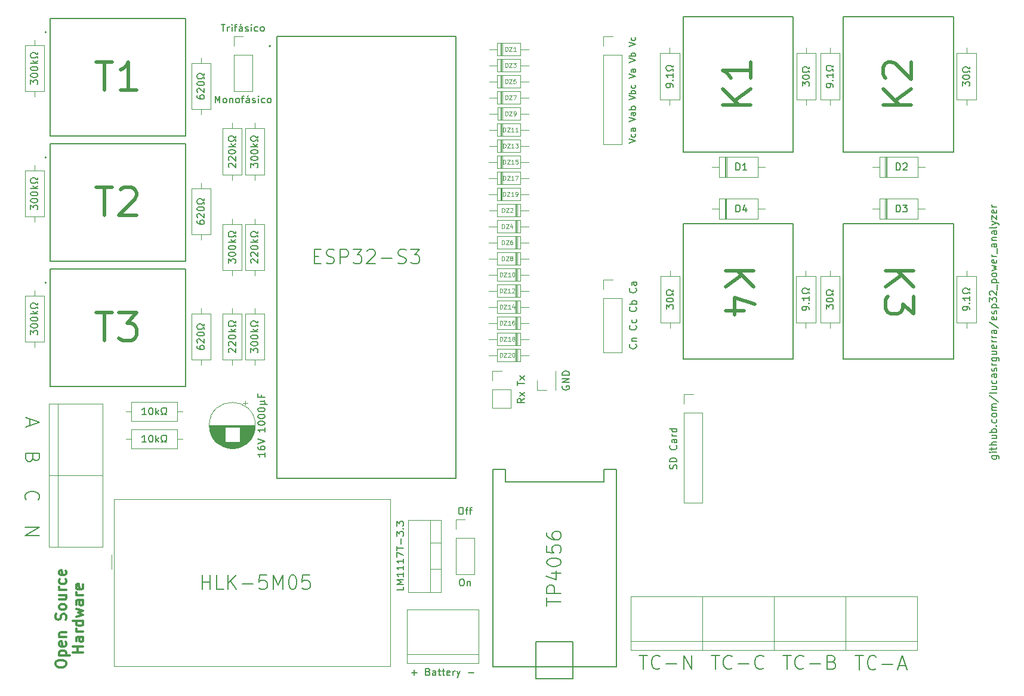
<source format=gbr>
%TF.GenerationSoftware,KiCad,Pcbnew,7.0.10*%
%TF.CreationDate,2024-04-01T07:53:45-03:00*%
%TF.ProjectId,board,626f6172-642e-46b6-9963-61645f706362,4.6*%
%TF.SameCoordinates,Original*%
%TF.FileFunction,Legend,Top*%
%TF.FilePolarity,Positive*%
%FSLAX46Y46*%
G04 Gerber Fmt 4.6, Leading zero omitted, Abs format (unit mm)*
G04 Created by KiCad (PCBNEW 7.0.10) date 2024-04-01 07:53:45*
%MOMM*%
%LPD*%
G01*
G04 APERTURE LIST*
%ADD10C,0.150000*%
%ADD11C,0.200000*%
%ADD12C,0.300000*%
%ADD13C,0.500000*%
%ADD14C,0.091200*%
%ADD15C,0.120000*%
%ADD16C,0.127000*%
G04 APERTURE END LIST*
D10*
X214595152Y-106296812D02*
X215404676Y-106296812D01*
X215404676Y-106296812D02*
X215499914Y-106344431D01*
X215499914Y-106344431D02*
X215547533Y-106392050D01*
X215547533Y-106392050D02*
X215595152Y-106487288D01*
X215595152Y-106487288D02*
X215595152Y-106630145D01*
X215595152Y-106630145D02*
X215547533Y-106725383D01*
X215214200Y-106296812D02*
X215261819Y-106392050D01*
X215261819Y-106392050D02*
X215261819Y-106582526D01*
X215261819Y-106582526D02*
X215214200Y-106677764D01*
X215214200Y-106677764D02*
X215166580Y-106725383D01*
X215166580Y-106725383D02*
X215071342Y-106773002D01*
X215071342Y-106773002D02*
X214785628Y-106773002D01*
X214785628Y-106773002D02*
X214690390Y-106725383D01*
X214690390Y-106725383D02*
X214642771Y-106677764D01*
X214642771Y-106677764D02*
X214595152Y-106582526D01*
X214595152Y-106582526D02*
X214595152Y-106392050D01*
X214595152Y-106392050D02*
X214642771Y-106296812D01*
X215261819Y-105820621D02*
X214595152Y-105820621D01*
X214261819Y-105820621D02*
X214309438Y-105868240D01*
X214309438Y-105868240D02*
X214357057Y-105820621D01*
X214357057Y-105820621D02*
X214309438Y-105773002D01*
X214309438Y-105773002D02*
X214261819Y-105820621D01*
X214261819Y-105820621D02*
X214357057Y-105820621D01*
X214595152Y-105487288D02*
X214595152Y-105106336D01*
X214261819Y-105344431D02*
X215118961Y-105344431D01*
X215118961Y-105344431D02*
X215214200Y-105296812D01*
X215214200Y-105296812D02*
X215261819Y-105201574D01*
X215261819Y-105201574D02*
X215261819Y-105106336D01*
X215261819Y-104773002D02*
X214261819Y-104773002D01*
X215261819Y-104344431D02*
X214738009Y-104344431D01*
X214738009Y-104344431D02*
X214642771Y-104392050D01*
X214642771Y-104392050D02*
X214595152Y-104487288D01*
X214595152Y-104487288D02*
X214595152Y-104630145D01*
X214595152Y-104630145D02*
X214642771Y-104725383D01*
X214642771Y-104725383D02*
X214690390Y-104773002D01*
X214595152Y-103439669D02*
X215261819Y-103439669D01*
X214595152Y-103868240D02*
X215118961Y-103868240D01*
X215118961Y-103868240D02*
X215214200Y-103820621D01*
X215214200Y-103820621D02*
X215261819Y-103725383D01*
X215261819Y-103725383D02*
X215261819Y-103582526D01*
X215261819Y-103582526D02*
X215214200Y-103487288D01*
X215214200Y-103487288D02*
X215166580Y-103439669D01*
X215261819Y-102963478D02*
X214261819Y-102963478D01*
X214642771Y-102963478D02*
X214595152Y-102868240D01*
X214595152Y-102868240D02*
X214595152Y-102677764D01*
X214595152Y-102677764D02*
X214642771Y-102582526D01*
X214642771Y-102582526D02*
X214690390Y-102534907D01*
X214690390Y-102534907D02*
X214785628Y-102487288D01*
X214785628Y-102487288D02*
X215071342Y-102487288D01*
X215071342Y-102487288D02*
X215166580Y-102534907D01*
X215166580Y-102534907D02*
X215214200Y-102582526D01*
X215214200Y-102582526D02*
X215261819Y-102677764D01*
X215261819Y-102677764D02*
X215261819Y-102868240D01*
X215261819Y-102868240D02*
X215214200Y-102963478D01*
X215166580Y-102058716D02*
X215214200Y-102011097D01*
X215214200Y-102011097D02*
X215261819Y-102058716D01*
X215261819Y-102058716D02*
X215214200Y-102106335D01*
X215214200Y-102106335D02*
X215166580Y-102058716D01*
X215166580Y-102058716D02*
X215261819Y-102058716D01*
X215214200Y-101153955D02*
X215261819Y-101249193D01*
X215261819Y-101249193D02*
X215261819Y-101439669D01*
X215261819Y-101439669D02*
X215214200Y-101534907D01*
X215214200Y-101534907D02*
X215166580Y-101582526D01*
X215166580Y-101582526D02*
X215071342Y-101630145D01*
X215071342Y-101630145D02*
X214785628Y-101630145D01*
X214785628Y-101630145D02*
X214690390Y-101582526D01*
X214690390Y-101582526D02*
X214642771Y-101534907D01*
X214642771Y-101534907D02*
X214595152Y-101439669D01*
X214595152Y-101439669D02*
X214595152Y-101249193D01*
X214595152Y-101249193D02*
X214642771Y-101153955D01*
X215261819Y-100582526D02*
X215214200Y-100677764D01*
X215214200Y-100677764D02*
X215166580Y-100725383D01*
X215166580Y-100725383D02*
X215071342Y-100773002D01*
X215071342Y-100773002D02*
X214785628Y-100773002D01*
X214785628Y-100773002D02*
X214690390Y-100725383D01*
X214690390Y-100725383D02*
X214642771Y-100677764D01*
X214642771Y-100677764D02*
X214595152Y-100582526D01*
X214595152Y-100582526D02*
X214595152Y-100439669D01*
X214595152Y-100439669D02*
X214642771Y-100344431D01*
X214642771Y-100344431D02*
X214690390Y-100296812D01*
X214690390Y-100296812D02*
X214785628Y-100249193D01*
X214785628Y-100249193D02*
X215071342Y-100249193D01*
X215071342Y-100249193D02*
X215166580Y-100296812D01*
X215166580Y-100296812D02*
X215214200Y-100344431D01*
X215214200Y-100344431D02*
X215261819Y-100439669D01*
X215261819Y-100439669D02*
X215261819Y-100582526D01*
X215261819Y-99820621D02*
X214595152Y-99820621D01*
X214690390Y-99820621D02*
X214642771Y-99773002D01*
X214642771Y-99773002D02*
X214595152Y-99677764D01*
X214595152Y-99677764D02*
X214595152Y-99534907D01*
X214595152Y-99534907D02*
X214642771Y-99439669D01*
X214642771Y-99439669D02*
X214738009Y-99392050D01*
X214738009Y-99392050D02*
X215261819Y-99392050D01*
X214738009Y-99392050D02*
X214642771Y-99344431D01*
X214642771Y-99344431D02*
X214595152Y-99249193D01*
X214595152Y-99249193D02*
X214595152Y-99106336D01*
X214595152Y-99106336D02*
X214642771Y-99011097D01*
X214642771Y-99011097D02*
X214738009Y-98963478D01*
X214738009Y-98963478D02*
X215261819Y-98963478D01*
X214214200Y-97773003D02*
X215499914Y-98630145D01*
X215261819Y-97296812D02*
X215214200Y-97392050D01*
X215214200Y-97392050D02*
X215118961Y-97439669D01*
X215118961Y-97439669D02*
X214261819Y-97439669D01*
X214595152Y-96487288D02*
X215261819Y-96487288D01*
X214595152Y-96915859D02*
X215118961Y-96915859D01*
X215118961Y-96915859D02*
X215214200Y-96868240D01*
X215214200Y-96868240D02*
X215261819Y-96773002D01*
X215261819Y-96773002D02*
X215261819Y-96630145D01*
X215261819Y-96630145D02*
X215214200Y-96534907D01*
X215214200Y-96534907D02*
X215166580Y-96487288D01*
X215214200Y-95582526D02*
X215261819Y-95677764D01*
X215261819Y-95677764D02*
X215261819Y-95868240D01*
X215261819Y-95868240D02*
X215214200Y-95963478D01*
X215214200Y-95963478D02*
X215166580Y-96011097D01*
X215166580Y-96011097D02*
X215071342Y-96058716D01*
X215071342Y-96058716D02*
X214785628Y-96058716D01*
X214785628Y-96058716D02*
X214690390Y-96011097D01*
X214690390Y-96011097D02*
X214642771Y-95963478D01*
X214642771Y-95963478D02*
X214595152Y-95868240D01*
X214595152Y-95868240D02*
X214595152Y-95677764D01*
X214595152Y-95677764D02*
X214642771Y-95582526D01*
X215261819Y-94725383D02*
X214738009Y-94725383D01*
X214738009Y-94725383D02*
X214642771Y-94773002D01*
X214642771Y-94773002D02*
X214595152Y-94868240D01*
X214595152Y-94868240D02*
X214595152Y-95058716D01*
X214595152Y-95058716D02*
X214642771Y-95153954D01*
X215214200Y-94725383D02*
X215261819Y-94820621D01*
X215261819Y-94820621D02*
X215261819Y-95058716D01*
X215261819Y-95058716D02*
X215214200Y-95153954D01*
X215214200Y-95153954D02*
X215118961Y-95201573D01*
X215118961Y-95201573D02*
X215023723Y-95201573D01*
X215023723Y-95201573D02*
X214928485Y-95153954D01*
X214928485Y-95153954D02*
X214880866Y-95058716D01*
X214880866Y-95058716D02*
X214880866Y-94820621D01*
X214880866Y-94820621D02*
X214833247Y-94725383D01*
X215214200Y-94296811D02*
X215261819Y-94201573D01*
X215261819Y-94201573D02*
X215261819Y-94011097D01*
X215261819Y-94011097D02*
X215214200Y-93915859D01*
X215214200Y-93915859D02*
X215118961Y-93868240D01*
X215118961Y-93868240D02*
X215071342Y-93868240D01*
X215071342Y-93868240D02*
X214976104Y-93915859D01*
X214976104Y-93915859D02*
X214928485Y-94011097D01*
X214928485Y-94011097D02*
X214928485Y-94153954D01*
X214928485Y-94153954D02*
X214880866Y-94249192D01*
X214880866Y-94249192D02*
X214785628Y-94296811D01*
X214785628Y-94296811D02*
X214738009Y-94296811D01*
X214738009Y-94296811D02*
X214642771Y-94249192D01*
X214642771Y-94249192D02*
X214595152Y-94153954D01*
X214595152Y-94153954D02*
X214595152Y-94011097D01*
X214595152Y-94011097D02*
X214642771Y-93915859D01*
X215261819Y-93439668D02*
X214595152Y-93439668D01*
X214785628Y-93439668D02*
X214690390Y-93392049D01*
X214690390Y-93392049D02*
X214642771Y-93344430D01*
X214642771Y-93344430D02*
X214595152Y-93249192D01*
X214595152Y-93249192D02*
X214595152Y-93153954D01*
X214595152Y-92392049D02*
X215404676Y-92392049D01*
X215404676Y-92392049D02*
X215499914Y-92439668D01*
X215499914Y-92439668D02*
X215547533Y-92487287D01*
X215547533Y-92487287D02*
X215595152Y-92582525D01*
X215595152Y-92582525D02*
X215595152Y-92725382D01*
X215595152Y-92725382D02*
X215547533Y-92820620D01*
X215214200Y-92392049D02*
X215261819Y-92487287D01*
X215261819Y-92487287D02*
X215261819Y-92677763D01*
X215261819Y-92677763D02*
X215214200Y-92773001D01*
X215214200Y-92773001D02*
X215166580Y-92820620D01*
X215166580Y-92820620D02*
X215071342Y-92868239D01*
X215071342Y-92868239D02*
X214785628Y-92868239D01*
X214785628Y-92868239D02*
X214690390Y-92820620D01*
X214690390Y-92820620D02*
X214642771Y-92773001D01*
X214642771Y-92773001D02*
X214595152Y-92677763D01*
X214595152Y-92677763D02*
X214595152Y-92487287D01*
X214595152Y-92487287D02*
X214642771Y-92392049D01*
X214595152Y-91487287D02*
X215261819Y-91487287D01*
X214595152Y-91915858D02*
X215118961Y-91915858D01*
X215118961Y-91915858D02*
X215214200Y-91868239D01*
X215214200Y-91868239D02*
X215261819Y-91773001D01*
X215261819Y-91773001D02*
X215261819Y-91630144D01*
X215261819Y-91630144D02*
X215214200Y-91534906D01*
X215214200Y-91534906D02*
X215166580Y-91487287D01*
X215214200Y-90630144D02*
X215261819Y-90725382D01*
X215261819Y-90725382D02*
X215261819Y-90915858D01*
X215261819Y-90915858D02*
X215214200Y-91011096D01*
X215214200Y-91011096D02*
X215118961Y-91058715D01*
X215118961Y-91058715D02*
X214738009Y-91058715D01*
X214738009Y-91058715D02*
X214642771Y-91011096D01*
X214642771Y-91011096D02*
X214595152Y-90915858D01*
X214595152Y-90915858D02*
X214595152Y-90725382D01*
X214595152Y-90725382D02*
X214642771Y-90630144D01*
X214642771Y-90630144D02*
X214738009Y-90582525D01*
X214738009Y-90582525D02*
X214833247Y-90582525D01*
X214833247Y-90582525D02*
X214928485Y-91058715D01*
X215261819Y-90153953D02*
X214595152Y-90153953D01*
X214785628Y-90153953D02*
X214690390Y-90106334D01*
X214690390Y-90106334D02*
X214642771Y-90058715D01*
X214642771Y-90058715D02*
X214595152Y-89963477D01*
X214595152Y-89963477D02*
X214595152Y-89868239D01*
X215261819Y-89534905D02*
X214595152Y-89534905D01*
X214785628Y-89534905D02*
X214690390Y-89487286D01*
X214690390Y-89487286D02*
X214642771Y-89439667D01*
X214642771Y-89439667D02*
X214595152Y-89344429D01*
X214595152Y-89344429D02*
X214595152Y-89249191D01*
X215261819Y-88487286D02*
X214738009Y-88487286D01*
X214738009Y-88487286D02*
X214642771Y-88534905D01*
X214642771Y-88534905D02*
X214595152Y-88630143D01*
X214595152Y-88630143D02*
X214595152Y-88820619D01*
X214595152Y-88820619D02*
X214642771Y-88915857D01*
X215214200Y-88487286D02*
X215261819Y-88582524D01*
X215261819Y-88582524D02*
X215261819Y-88820619D01*
X215261819Y-88820619D02*
X215214200Y-88915857D01*
X215214200Y-88915857D02*
X215118961Y-88963476D01*
X215118961Y-88963476D02*
X215023723Y-88963476D01*
X215023723Y-88963476D02*
X214928485Y-88915857D01*
X214928485Y-88915857D02*
X214880866Y-88820619D01*
X214880866Y-88820619D02*
X214880866Y-88582524D01*
X214880866Y-88582524D02*
X214833247Y-88487286D01*
X214214200Y-87296810D02*
X215499914Y-88153952D01*
X215214200Y-86582524D02*
X215261819Y-86677762D01*
X215261819Y-86677762D02*
X215261819Y-86868238D01*
X215261819Y-86868238D02*
X215214200Y-86963476D01*
X215214200Y-86963476D02*
X215118961Y-87011095D01*
X215118961Y-87011095D02*
X214738009Y-87011095D01*
X214738009Y-87011095D02*
X214642771Y-86963476D01*
X214642771Y-86963476D02*
X214595152Y-86868238D01*
X214595152Y-86868238D02*
X214595152Y-86677762D01*
X214595152Y-86677762D02*
X214642771Y-86582524D01*
X214642771Y-86582524D02*
X214738009Y-86534905D01*
X214738009Y-86534905D02*
X214833247Y-86534905D01*
X214833247Y-86534905D02*
X214928485Y-87011095D01*
X215214200Y-86153952D02*
X215261819Y-86058714D01*
X215261819Y-86058714D02*
X215261819Y-85868238D01*
X215261819Y-85868238D02*
X215214200Y-85773000D01*
X215214200Y-85773000D02*
X215118961Y-85725381D01*
X215118961Y-85725381D02*
X215071342Y-85725381D01*
X215071342Y-85725381D02*
X214976104Y-85773000D01*
X214976104Y-85773000D02*
X214928485Y-85868238D01*
X214928485Y-85868238D02*
X214928485Y-86011095D01*
X214928485Y-86011095D02*
X214880866Y-86106333D01*
X214880866Y-86106333D02*
X214785628Y-86153952D01*
X214785628Y-86153952D02*
X214738009Y-86153952D01*
X214738009Y-86153952D02*
X214642771Y-86106333D01*
X214642771Y-86106333D02*
X214595152Y-86011095D01*
X214595152Y-86011095D02*
X214595152Y-85868238D01*
X214595152Y-85868238D02*
X214642771Y-85773000D01*
X214595152Y-85296809D02*
X215595152Y-85296809D01*
X214642771Y-85296809D02*
X214595152Y-85201571D01*
X214595152Y-85201571D02*
X214595152Y-85011095D01*
X214595152Y-85011095D02*
X214642771Y-84915857D01*
X214642771Y-84915857D02*
X214690390Y-84868238D01*
X214690390Y-84868238D02*
X214785628Y-84820619D01*
X214785628Y-84820619D02*
X215071342Y-84820619D01*
X215071342Y-84820619D02*
X215166580Y-84868238D01*
X215166580Y-84868238D02*
X215214200Y-84915857D01*
X215214200Y-84915857D02*
X215261819Y-85011095D01*
X215261819Y-85011095D02*
X215261819Y-85201571D01*
X215261819Y-85201571D02*
X215214200Y-85296809D01*
X214261819Y-84487285D02*
X214261819Y-83868238D01*
X214261819Y-83868238D02*
X214642771Y-84201571D01*
X214642771Y-84201571D02*
X214642771Y-84058714D01*
X214642771Y-84058714D02*
X214690390Y-83963476D01*
X214690390Y-83963476D02*
X214738009Y-83915857D01*
X214738009Y-83915857D02*
X214833247Y-83868238D01*
X214833247Y-83868238D02*
X215071342Y-83868238D01*
X215071342Y-83868238D02*
X215166580Y-83915857D01*
X215166580Y-83915857D02*
X215214200Y-83963476D01*
X215214200Y-83963476D02*
X215261819Y-84058714D01*
X215261819Y-84058714D02*
X215261819Y-84344428D01*
X215261819Y-84344428D02*
X215214200Y-84439666D01*
X215214200Y-84439666D02*
X215166580Y-84487285D01*
X214357057Y-83487285D02*
X214309438Y-83439666D01*
X214309438Y-83439666D02*
X214261819Y-83344428D01*
X214261819Y-83344428D02*
X214261819Y-83106333D01*
X214261819Y-83106333D02*
X214309438Y-83011095D01*
X214309438Y-83011095D02*
X214357057Y-82963476D01*
X214357057Y-82963476D02*
X214452295Y-82915857D01*
X214452295Y-82915857D02*
X214547533Y-82915857D01*
X214547533Y-82915857D02*
X214690390Y-82963476D01*
X214690390Y-82963476D02*
X215261819Y-83534904D01*
X215261819Y-83534904D02*
X215261819Y-82915857D01*
X215357057Y-82725381D02*
X215357057Y-81963476D01*
X214595152Y-81725380D02*
X215595152Y-81725380D01*
X214642771Y-81725380D02*
X214595152Y-81630142D01*
X214595152Y-81630142D02*
X214595152Y-81439666D01*
X214595152Y-81439666D02*
X214642771Y-81344428D01*
X214642771Y-81344428D02*
X214690390Y-81296809D01*
X214690390Y-81296809D02*
X214785628Y-81249190D01*
X214785628Y-81249190D02*
X215071342Y-81249190D01*
X215071342Y-81249190D02*
X215166580Y-81296809D01*
X215166580Y-81296809D02*
X215214200Y-81344428D01*
X215214200Y-81344428D02*
X215261819Y-81439666D01*
X215261819Y-81439666D02*
X215261819Y-81630142D01*
X215261819Y-81630142D02*
X215214200Y-81725380D01*
X215261819Y-80677761D02*
X215214200Y-80772999D01*
X215214200Y-80772999D02*
X215166580Y-80820618D01*
X215166580Y-80820618D02*
X215071342Y-80868237D01*
X215071342Y-80868237D02*
X214785628Y-80868237D01*
X214785628Y-80868237D02*
X214690390Y-80820618D01*
X214690390Y-80820618D02*
X214642771Y-80772999D01*
X214642771Y-80772999D02*
X214595152Y-80677761D01*
X214595152Y-80677761D02*
X214595152Y-80534904D01*
X214595152Y-80534904D02*
X214642771Y-80439666D01*
X214642771Y-80439666D02*
X214690390Y-80392047D01*
X214690390Y-80392047D02*
X214785628Y-80344428D01*
X214785628Y-80344428D02*
X215071342Y-80344428D01*
X215071342Y-80344428D02*
X215166580Y-80392047D01*
X215166580Y-80392047D02*
X215214200Y-80439666D01*
X215214200Y-80439666D02*
X215261819Y-80534904D01*
X215261819Y-80534904D02*
X215261819Y-80677761D01*
X214595152Y-80011094D02*
X215261819Y-79820618D01*
X215261819Y-79820618D02*
X214785628Y-79630142D01*
X214785628Y-79630142D02*
X215261819Y-79439666D01*
X215261819Y-79439666D02*
X214595152Y-79249190D01*
X215214200Y-78487285D02*
X215261819Y-78582523D01*
X215261819Y-78582523D02*
X215261819Y-78772999D01*
X215261819Y-78772999D02*
X215214200Y-78868237D01*
X215214200Y-78868237D02*
X215118961Y-78915856D01*
X215118961Y-78915856D02*
X214738009Y-78915856D01*
X214738009Y-78915856D02*
X214642771Y-78868237D01*
X214642771Y-78868237D02*
X214595152Y-78772999D01*
X214595152Y-78772999D02*
X214595152Y-78582523D01*
X214595152Y-78582523D02*
X214642771Y-78487285D01*
X214642771Y-78487285D02*
X214738009Y-78439666D01*
X214738009Y-78439666D02*
X214833247Y-78439666D01*
X214833247Y-78439666D02*
X214928485Y-78915856D01*
X215261819Y-78011094D02*
X214595152Y-78011094D01*
X214785628Y-78011094D02*
X214690390Y-77963475D01*
X214690390Y-77963475D02*
X214642771Y-77915856D01*
X214642771Y-77915856D02*
X214595152Y-77820618D01*
X214595152Y-77820618D02*
X214595152Y-77725380D01*
X215357057Y-77630142D02*
X215357057Y-76868237D01*
X215261819Y-76201570D02*
X214738009Y-76201570D01*
X214738009Y-76201570D02*
X214642771Y-76249189D01*
X214642771Y-76249189D02*
X214595152Y-76344427D01*
X214595152Y-76344427D02*
X214595152Y-76534903D01*
X214595152Y-76534903D02*
X214642771Y-76630141D01*
X215214200Y-76201570D02*
X215261819Y-76296808D01*
X215261819Y-76296808D02*
X215261819Y-76534903D01*
X215261819Y-76534903D02*
X215214200Y-76630141D01*
X215214200Y-76630141D02*
X215118961Y-76677760D01*
X215118961Y-76677760D02*
X215023723Y-76677760D01*
X215023723Y-76677760D02*
X214928485Y-76630141D01*
X214928485Y-76630141D02*
X214880866Y-76534903D01*
X214880866Y-76534903D02*
X214880866Y-76296808D01*
X214880866Y-76296808D02*
X214833247Y-76201570D01*
X214595152Y-75725379D02*
X215261819Y-75725379D01*
X214690390Y-75725379D02*
X214642771Y-75677760D01*
X214642771Y-75677760D02*
X214595152Y-75582522D01*
X214595152Y-75582522D02*
X214595152Y-75439665D01*
X214595152Y-75439665D02*
X214642771Y-75344427D01*
X214642771Y-75344427D02*
X214738009Y-75296808D01*
X214738009Y-75296808D02*
X215261819Y-75296808D01*
X215261819Y-74392046D02*
X214738009Y-74392046D01*
X214738009Y-74392046D02*
X214642771Y-74439665D01*
X214642771Y-74439665D02*
X214595152Y-74534903D01*
X214595152Y-74534903D02*
X214595152Y-74725379D01*
X214595152Y-74725379D02*
X214642771Y-74820617D01*
X215214200Y-74392046D02*
X215261819Y-74487284D01*
X215261819Y-74487284D02*
X215261819Y-74725379D01*
X215261819Y-74725379D02*
X215214200Y-74820617D01*
X215214200Y-74820617D02*
X215118961Y-74868236D01*
X215118961Y-74868236D02*
X215023723Y-74868236D01*
X215023723Y-74868236D02*
X214928485Y-74820617D01*
X214928485Y-74820617D02*
X214880866Y-74725379D01*
X214880866Y-74725379D02*
X214880866Y-74487284D01*
X214880866Y-74487284D02*
X214833247Y-74392046D01*
X215261819Y-73772998D02*
X215214200Y-73868236D01*
X215214200Y-73868236D02*
X215118961Y-73915855D01*
X215118961Y-73915855D02*
X214261819Y-73915855D01*
X214595152Y-73487283D02*
X215261819Y-73249188D01*
X214595152Y-73011093D02*
X215261819Y-73249188D01*
X215261819Y-73249188D02*
X215499914Y-73344426D01*
X215499914Y-73344426D02*
X215547533Y-73392045D01*
X215547533Y-73392045D02*
X215595152Y-73487283D01*
X214595152Y-72725378D02*
X214595152Y-72201569D01*
X214595152Y-72201569D02*
X215261819Y-72725378D01*
X215261819Y-72725378D02*
X215261819Y-72201569D01*
X215214200Y-71439664D02*
X215261819Y-71534902D01*
X215261819Y-71534902D02*
X215261819Y-71725378D01*
X215261819Y-71725378D02*
X215214200Y-71820616D01*
X215214200Y-71820616D02*
X215118961Y-71868235D01*
X215118961Y-71868235D02*
X214738009Y-71868235D01*
X214738009Y-71868235D02*
X214642771Y-71820616D01*
X214642771Y-71820616D02*
X214595152Y-71725378D01*
X214595152Y-71725378D02*
X214595152Y-71534902D01*
X214595152Y-71534902D02*
X214642771Y-71439664D01*
X214642771Y-71439664D02*
X214738009Y-71392045D01*
X214738009Y-71392045D02*
X214833247Y-71392045D01*
X214833247Y-71392045D02*
X214928485Y-71868235D01*
X215261819Y-70963473D02*
X214595152Y-70963473D01*
X214785628Y-70963473D02*
X214690390Y-70915854D01*
X214690390Y-70915854D02*
X214642771Y-70868235D01*
X214642771Y-70868235D02*
X214595152Y-70772997D01*
X214595152Y-70772997D02*
X214595152Y-70677759D01*
D11*
X77610838Y-112570825D02*
X77515600Y-112475587D01*
X77515600Y-112475587D02*
X77420361Y-112189873D01*
X77420361Y-112189873D02*
X77420361Y-111999397D01*
X77420361Y-111999397D02*
X77515600Y-111713682D01*
X77515600Y-111713682D02*
X77706076Y-111523206D01*
X77706076Y-111523206D02*
X77896552Y-111427968D01*
X77896552Y-111427968D02*
X78277504Y-111332730D01*
X78277504Y-111332730D02*
X78563219Y-111332730D01*
X78563219Y-111332730D02*
X78944171Y-111427968D01*
X78944171Y-111427968D02*
X79134647Y-111523206D01*
X79134647Y-111523206D02*
X79325123Y-111713682D01*
X79325123Y-111713682D02*
X79420361Y-111999397D01*
X79420361Y-111999397D02*
X79420361Y-112189873D01*
X79420361Y-112189873D02*
X79325123Y-112475587D01*
X79325123Y-112475587D02*
X79229885Y-112570825D01*
X77420361Y-116475588D02*
X79420361Y-116475588D01*
X79420361Y-116475588D02*
X77420361Y-117618445D01*
X77420361Y-117618445D02*
X79420361Y-117618445D01*
X78042590Y-101096530D02*
X78042590Y-102048911D01*
X77471161Y-100906054D02*
X79471161Y-101572720D01*
X79471161Y-101572720D02*
X77471161Y-102239387D01*
X78518780Y-106620341D02*
X78423542Y-106906055D01*
X78423542Y-106906055D02*
X78328304Y-107001293D01*
X78328304Y-107001293D02*
X78137828Y-107096531D01*
X78137828Y-107096531D02*
X77852114Y-107096531D01*
X77852114Y-107096531D02*
X77661638Y-107001293D01*
X77661638Y-107001293D02*
X77566400Y-106906055D01*
X77566400Y-106906055D02*
X77471161Y-106715579D01*
X77471161Y-106715579D02*
X77471161Y-105953674D01*
X77471161Y-105953674D02*
X79471161Y-105953674D01*
X79471161Y-105953674D02*
X79471161Y-106620341D01*
X79471161Y-106620341D02*
X79375923Y-106810817D01*
X79375923Y-106810817D02*
X79280685Y-106906055D01*
X79280685Y-106906055D02*
X79090209Y-107001293D01*
X79090209Y-107001293D02*
X78899733Y-107001293D01*
X78899733Y-107001293D02*
X78709257Y-106906055D01*
X78709257Y-106906055D02*
X78614019Y-106810817D01*
X78614019Y-106810817D02*
X78518780Y-106620341D01*
X78518780Y-106620341D02*
X78518780Y-105953674D01*
D12*
X81737828Y-135948713D02*
X81737828Y-135662999D01*
X81737828Y-135662999D02*
X81809257Y-135520142D01*
X81809257Y-135520142D02*
X81952114Y-135377285D01*
X81952114Y-135377285D02*
X82237828Y-135305856D01*
X82237828Y-135305856D02*
X82737828Y-135305856D01*
X82737828Y-135305856D02*
X83023542Y-135377285D01*
X83023542Y-135377285D02*
X83166400Y-135520142D01*
X83166400Y-135520142D02*
X83237828Y-135662999D01*
X83237828Y-135662999D02*
X83237828Y-135948713D01*
X83237828Y-135948713D02*
X83166400Y-136091571D01*
X83166400Y-136091571D02*
X83023542Y-136234428D01*
X83023542Y-136234428D02*
X82737828Y-136305856D01*
X82737828Y-136305856D02*
X82237828Y-136305856D01*
X82237828Y-136305856D02*
X81952114Y-136234428D01*
X81952114Y-136234428D02*
X81809257Y-136091571D01*
X81809257Y-136091571D02*
X81737828Y-135948713D01*
X82237828Y-134662999D02*
X83737828Y-134662999D01*
X82309257Y-134662999D02*
X82237828Y-134520142D01*
X82237828Y-134520142D02*
X82237828Y-134234427D01*
X82237828Y-134234427D02*
X82309257Y-134091570D01*
X82309257Y-134091570D02*
X82380685Y-134020142D01*
X82380685Y-134020142D02*
X82523542Y-133948713D01*
X82523542Y-133948713D02*
X82952114Y-133948713D01*
X82952114Y-133948713D02*
X83094971Y-134020142D01*
X83094971Y-134020142D02*
X83166400Y-134091570D01*
X83166400Y-134091570D02*
X83237828Y-134234427D01*
X83237828Y-134234427D02*
X83237828Y-134520142D01*
X83237828Y-134520142D02*
X83166400Y-134662999D01*
X83166400Y-132734427D02*
X83237828Y-132877284D01*
X83237828Y-132877284D02*
X83237828Y-133162999D01*
X83237828Y-133162999D02*
X83166400Y-133305856D01*
X83166400Y-133305856D02*
X83023542Y-133377284D01*
X83023542Y-133377284D02*
X82452114Y-133377284D01*
X82452114Y-133377284D02*
X82309257Y-133305856D01*
X82309257Y-133305856D02*
X82237828Y-133162999D01*
X82237828Y-133162999D02*
X82237828Y-132877284D01*
X82237828Y-132877284D02*
X82309257Y-132734427D01*
X82309257Y-132734427D02*
X82452114Y-132662999D01*
X82452114Y-132662999D02*
X82594971Y-132662999D01*
X82594971Y-132662999D02*
X82737828Y-133377284D01*
X82237828Y-132020142D02*
X83237828Y-132020142D01*
X82380685Y-132020142D02*
X82309257Y-131948713D01*
X82309257Y-131948713D02*
X82237828Y-131805856D01*
X82237828Y-131805856D02*
X82237828Y-131591570D01*
X82237828Y-131591570D02*
X82309257Y-131448713D01*
X82309257Y-131448713D02*
X82452114Y-131377285D01*
X82452114Y-131377285D02*
X83237828Y-131377285D01*
X83166400Y-129591570D02*
X83237828Y-129377285D01*
X83237828Y-129377285D02*
X83237828Y-129020142D01*
X83237828Y-129020142D02*
X83166400Y-128877285D01*
X83166400Y-128877285D02*
X83094971Y-128805856D01*
X83094971Y-128805856D02*
X82952114Y-128734427D01*
X82952114Y-128734427D02*
X82809257Y-128734427D01*
X82809257Y-128734427D02*
X82666400Y-128805856D01*
X82666400Y-128805856D02*
X82594971Y-128877285D01*
X82594971Y-128877285D02*
X82523542Y-129020142D01*
X82523542Y-129020142D02*
X82452114Y-129305856D01*
X82452114Y-129305856D02*
X82380685Y-129448713D01*
X82380685Y-129448713D02*
X82309257Y-129520142D01*
X82309257Y-129520142D02*
X82166400Y-129591570D01*
X82166400Y-129591570D02*
X82023542Y-129591570D01*
X82023542Y-129591570D02*
X81880685Y-129520142D01*
X81880685Y-129520142D02*
X81809257Y-129448713D01*
X81809257Y-129448713D02*
X81737828Y-129305856D01*
X81737828Y-129305856D02*
X81737828Y-128948713D01*
X81737828Y-128948713D02*
X81809257Y-128734427D01*
X83237828Y-127877285D02*
X83166400Y-128020142D01*
X83166400Y-128020142D02*
X83094971Y-128091571D01*
X83094971Y-128091571D02*
X82952114Y-128162999D01*
X82952114Y-128162999D02*
X82523542Y-128162999D01*
X82523542Y-128162999D02*
X82380685Y-128091571D01*
X82380685Y-128091571D02*
X82309257Y-128020142D01*
X82309257Y-128020142D02*
X82237828Y-127877285D01*
X82237828Y-127877285D02*
X82237828Y-127662999D01*
X82237828Y-127662999D02*
X82309257Y-127520142D01*
X82309257Y-127520142D02*
X82380685Y-127448714D01*
X82380685Y-127448714D02*
X82523542Y-127377285D01*
X82523542Y-127377285D02*
X82952114Y-127377285D01*
X82952114Y-127377285D02*
X83094971Y-127448714D01*
X83094971Y-127448714D02*
X83166400Y-127520142D01*
X83166400Y-127520142D02*
X83237828Y-127662999D01*
X83237828Y-127662999D02*
X83237828Y-127877285D01*
X82237828Y-126091571D02*
X83237828Y-126091571D01*
X82237828Y-126734428D02*
X83023542Y-126734428D01*
X83023542Y-126734428D02*
X83166400Y-126662999D01*
X83166400Y-126662999D02*
X83237828Y-126520142D01*
X83237828Y-126520142D02*
X83237828Y-126305856D01*
X83237828Y-126305856D02*
X83166400Y-126162999D01*
X83166400Y-126162999D02*
X83094971Y-126091571D01*
X83237828Y-125377285D02*
X82237828Y-125377285D01*
X82523542Y-125377285D02*
X82380685Y-125305856D01*
X82380685Y-125305856D02*
X82309257Y-125234428D01*
X82309257Y-125234428D02*
X82237828Y-125091570D01*
X82237828Y-125091570D02*
X82237828Y-124948713D01*
X83166400Y-123805857D02*
X83237828Y-123948714D01*
X83237828Y-123948714D02*
X83237828Y-124234428D01*
X83237828Y-124234428D02*
X83166400Y-124377285D01*
X83166400Y-124377285D02*
X83094971Y-124448714D01*
X83094971Y-124448714D02*
X82952114Y-124520142D01*
X82952114Y-124520142D02*
X82523542Y-124520142D01*
X82523542Y-124520142D02*
X82380685Y-124448714D01*
X82380685Y-124448714D02*
X82309257Y-124377285D01*
X82309257Y-124377285D02*
X82237828Y-124234428D01*
X82237828Y-124234428D02*
X82237828Y-123948714D01*
X82237828Y-123948714D02*
X82309257Y-123805857D01*
X83166400Y-122591571D02*
X83237828Y-122734428D01*
X83237828Y-122734428D02*
X83237828Y-123020143D01*
X83237828Y-123020143D02*
X83166400Y-123163000D01*
X83166400Y-123163000D02*
X83023542Y-123234428D01*
X83023542Y-123234428D02*
X82452114Y-123234428D01*
X82452114Y-123234428D02*
X82309257Y-123163000D01*
X82309257Y-123163000D02*
X82237828Y-123020143D01*
X82237828Y-123020143D02*
X82237828Y-122734428D01*
X82237828Y-122734428D02*
X82309257Y-122591571D01*
X82309257Y-122591571D02*
X82452114Y-122520143D01*
X82452114Y-122520143D02*
X82594971Y-122520143D01*
X82594971Y-122520143D02*
X82737828Y-123234428D01*
X85652828Y-134234428D02*
X84152828Y-134234428D01*
X84867114Y-134234428D02*
X84867114Y-133377285D01*
X85652828Y-133377285D02*
X84152828Y-133377285D01*
X85652828Y-132020142D02*
X84867114Y-132020142D01*
X84867114Y-132020142D02*
X84724257Y-132091570D01*
X84724257Y-132091570D02*
X84652828Y-132234427D01*
X84652828Y-132234427D02*
X84652828Y-132520142D01*
X84652828Y-132520142D02*
X84724257Y-132662999D01*
X85581400Y-132020142D02*
X85652828Y-132162999D01*
X85652828Y-132162999D02*
X85652828Y-132520142D01*
X85652828Y-132520142D02*
X85581400Y-132662999D01*
X85581400Y-132662999D02*
X85438542Y-132734427D01*
X85438542Y-132734427D02*
X85295685Y-132734427D01*
X85295685Y-132734427D02*
X85152828Y-132662999D01*
X85152828Y-132662999D02*
X85081400Y-132520142D01*
X85081400Y-132520142D02*
X85081400Y-132162999D01*
X85081400Y-132162999D02*
X85009971Y-132020142D01*
X85652828Y-131305856D02*
X84652828Y-131305856D01*
X84938542Y-131305856D02*
X84795685Y-131234427D01*
X84795685Y-131234427D02*
X84724257Y-131162999D01*
X84724257Y-131162999D02*
X84652828Y-131020141D01*
X84652828Y-131020141D02*
X84652828Y-130877284D01*
X85652828Y-129734428D02*
X84152828Y-129734428D01*
X85581400Y-129734428D02*
X85652828Y-129877285D01*
X85652828Y-129877285D02*
X85652828Y-130162999D01*
X85652828Y-130162999D02*
X85581400Y-130305856D01*
X85581400Y-130305856D02*
X85509971Y-130377285D01*
X85509971Y-130377285D02*
X85367114Y-130448713D01*
X85367114Y-130448713D02*
X84938542Y-130448713D01*
X84938542Y-130448713D02*
X84795685Y-130377285D01*
X84795685Y-130377285D02*
X84724257Y-130305856D01*
X84724257Y-130305856D02*
X84652828Y-130162999D01*
X84652828Y-130162999D02*
X84652828Y-129877285D01*
X84652828Y-129877285D02*
X84724257Y-129734428D01*
X84652828Y-129162999D02*
X85652828Y-128877285D01*
X85652828Y-128877285D02*
X84938542Y-128591570D01*
X84938542Y-128591570D02*
X85652828Y-128305856D01*
X85652828Y-128305856D02*
X84652828Y-128020142D01*
X85652828Y-126805856D02*
X84867114Y-126805856D01*
X84867114Y-126805856D02*
X84724257Y-126877284D01*
X84724257Y-126877284D02*
X84652828Y-127020141D01*
X84652828Y-127020141D02*
X84652828Y-127305856D01*
X84652828Y-127305856D02*
X84724257Y-127448713D01*
X85581400Y-126805856D02*
X85652828Y-126948713D01*
X85652828Y-126948713D02*
X85652828Y-127305856D01*
X85652828Y-127305856D02*
X85581400Y-127448713D01*
X85581400Y-127448713D02*
X85438542Y-127520141D01*
X85438542Y-127520141D02*
X85295685Y-127520141D01*
X85295685Y-127520141D02*
X85152828Y-127448713D01*
X85152828Y-127448713D02*
X85081400Y-127305856D01*
X85081400Y-127305856D02*
X85081400Y-126948713D01*
X85081400Y-126948713D02*
X85009971Y-126805856D01*
X85652828Y-126091570D02*
X84652828Y-126091570D01*
X84938542Y-126091570D02*
X84795685Y-126020141D01*
X84795685Y-126020141D02*
X84724257Y-125948713D01*
X84724257Y-125948713D02*
X84652828Y-125805855D01*
X84652828Y-125805855D02*
X84652828Y-125662998D01*
X85581400Y-124591570D02*
X85652828Y-124734427D01*
X85652828Y-124734427D02*
X85652828Y-125020142D01*
X85652828Y-125020142D02*
X85581400Y-125162999D01*
X85581400Y-125162999D02*
X85438542Y-125234427D01*
X85438542Y-125234427D02*
X84867114Y-125234427D01*
X84867114Y-125234427D02*
X84724257Y-125162999D01*
X84724257Y-125162999D02*
X84652828Y-125020142D01*
X84652828Y-125020142D02*
X84652828Y-124734427D01*
X84652828Y-124734427D02*
X84724257Y-124591570D01*
X84724257Y-124591570D02*
X84867114Y-124520142D01*
X84867114Y-124520142D02*
X85009971Y-124520142D01*
X85009971Y-124520142D02*
X85152828Y-125234427D01*
D10*
X191079519Y-85480351D02*
X191079519Y-84861304D01*
X191079519Y-84861304D02*
X191460471Y-85194637D01*
X191460471Y-85194637D02*
X191460471Y-85051780D01*
X191460471Y-85051780D02*
X191508090Y-84956542D01*
X191508090Y-84956542D02*
X191555709Y-84908923D01*
X191555709Y-84908923D02*
X191650947Y-84861304D01*
X191650947Y-84861304D02*
X191889042Y-84861304D01*
X191889042Y-84861304D02*
X191984280Y-84908923D01*
X191984280Y-84908923D02*
X192031900Y-84956542D01*
X192031900Y-84956542D02*
X192079519Y-85051780D01*
X192079519Y-85051780D02*
X192079519Y-85337494D01*
X192079519Y-85337494D02*
X192031900Y-85432732D01*
X192031900Y-85432732D02*
X191984280Y-85480351D01*
X191079519Y-84242256D02*
X191079519Y-84147018D01*
X191079519Y-84147018D02*
X191127138Y-84051780D01*
X191127138Y-84051780D02*
X191174757Y-84004161D01*
X191174757Y-84004161D02*
X191269995Y-83956542D01*
X191269995Y-83956542D02*
X191460471Y-83908923D01*
X191460471Y-83908923D02*
X191698566Y-83908923D01*
X191698566Y-83908923D02*
X191889042Y-83956542D01*
X191889042Y-83956542D02*
X191984280Y-84004161D01*
X191984280Y-84004161D02*
X192031900Y-84051780D01*
X192031900Y-84051780D02*
X192079519Y-84147018D01*
X192079519Y-84147018D02*
X192079519Y-84242256D01*
X192079519Y-84242256D02*
X192031900Y-84337494D01*
X192031900Y-84337494D02*
X191984280Y-84385113D01*
X191984280Y-84385113D02*
X191889042Y-84432732D01*
X191889042Y-84432732D02*
X191698566Y-84480351D01*
X191698566Y-84480351D02*
X191460471Y-84480351D01*
X191460471Y-84480351D02*
X191269995Y-84432732D01*
X191269995Y-84432732D02*
X191174757Y-84385113D01*
X191174757Y-84385113D02*
X191127138Y-84337494D01*
X191127138Y-84337494D02*
X191079519Y-84242256D01*
X192079519Y-83527970D02*
X192079519Y-83289875D01*
X192079519Y-83289875D02*
X191889042Y-83289875D01*
X191889042Y-83289875D02*
X191841423Y-83385113D01*
X191841423Y-83385113D02*
X191746185Y-83480351D01*
X191746185Y-83480351D02*
X191603328Y-83527970D01*
X191603328Y-83527970D02*
X191365233Y-83527970D01*
X191365233Y-83527970D02*
X191222376Y-83480351D01*
X191222376Y-83480351D02*
X191127138Y-83385113D01*
X191127138Y-83385113D02*
X191079519Y-83242256D01*
X191079519Y-83242256D02*
X191079519Y-83051780D01*
X191079519Y-83051780D02*
X191127138Y-82908923D01*
X191127138Y-82908923D02*
X191222376Y-82813685D01*
X191222376Y-82813685D02*
X191365233Y-82766066D01*
X191365233Y-82766066D02*
X191603328Y-82766066D01*
X191603328Y-82766066D02*
X191746185Y-82813685D01*
X191746185Y-82813685D02*
X191841423Y-82908923D01*
X191841423Y-82908923D02*
X191889042Y-83004161D01*
X191889042Y-83004161D02*
X192079519Y-83004161D01*
X192079519Y-83004161D02*
X192079519Y-82766066D01*
D11*
X174777876Y-134627038D02*
X175920733Y-134627038D01*
X175349304Y-136627038D02*
X175349304Y-134627038D01*
X177730257Y-136436561D02*
X177635019Y-136531800D01*
X177635019Y-136531800D02*
X177349305Y-136627038D01*
X177349305Y-136627038D02*
X177158829Y-136627038D01*
X177158829Y-136627038D02*
X176873114Y-136531800D01*
X176873114Y-136531800D02*
X176682638Y-136341323D01*
X176682638Y-136341323D02*
X176587400Y-136150847D01*
X176587400Y-136150847D02*
X176492162Y-135769895D01*
X176492162Y-135769895D02*
X176492162Y-135484180D01*
X176492162Y-135484180D02*
X176587400Y-135103228D01*
X176587400Y-135103228D02*
X176682638Y-134912752D01*
X176682638Y-134912752D02*
X176873114Y-134722276D01*
X176873114Y-134722276D02*
X177158829Y-134627038D01*
X177158829Y-134627038D02*
X177349305Y-134627038D01*
X177349305Y-134627038D02*
X177635019Y-134722276D01*
X177635019Y-134722276D02*
X177730257Y-134817514D01*
X178587400Y-135865133D02*
X180111210Y-135865133D01*
X182206447Y-136436561D02*
X182111209Y-136531800D01*
X182111209Y-136531800D02*
X181825495Y-136627038D01*
X181825495Y-136627038D02*
X181635019Y-136627038D01*
X181635019Y-136627038D02*
X181349304Y-136531800D01*
X181349304Y-136531800D02*
X181158828Y-136341323D01*
X181158828Y-136341323D02*
X181063590Y-136150847D01*
X181063590Y-136150847D02*
X180968352Y-135769895D01*
X180968352Y-135769895D02*
X180968352Y-135484180D01*
X180968352Y-135484180D02*
X181063590Y-135103228D01*
X181063590Y-135103228D02*
X181158828Y-134912752D01*
X181158828Y-134912752D02*
X181349304Y-134722276D01*
X181349304Y-134722276D02*
X181635019Y-134627038D01*
X181635019Y-134627038D02*
X181825495Y-134627038D01*
X181825495Y-134627038D02*
X182111209Y-134722276D01*
X182111209Y-134722276D02*
X182206447Y-134817514D01*
D13*
X203132176Y-56523381D02*
X199132176Y-56523381D01*
X203132176Y-54237666D02*
X200846461Y-55951952D01*
X199132176Y-54237666D02*
X201417890Y-56523381D01*
X199513128Y-52713857D02*
X199322652Y-52523381D01*
X199322652Y-52523381D02*
X199132176Y-52142428D01*
X199132176Y-52142428D02*
X199132176Y-51190047D01*
X199132176Y-51190047D02*
X199322652Y-50809095D01*
X199322652Y-50809095D02*
X199513128Y-50618619D01*
X199513128Y-50618619D02*
X199894080Y-50428142D01*
X199894080Y-50428142D02*
X200275033Y-50428142D01*
X200275033Y-50428142D02*
X200846461Y-50618619D01*
X200846461Y-50618619D02*
X203132176Y-52904333D01*
X203132176Y-52904333D02*
X203132176Y-50428142D01*
D10*
X169333819Y-53927189D02*
X169333819Y-53736713D01*
X169333819Y-53736713D02*
X169286200Y-53641475D01*
X169286200Y-53641475D02*
X169238580Y-53593856D01*
X169238580Y-53593856D02*
X169095723Y-53498618D01*
X169095723Y-53498618D02*
X168905247Y-53450999D01*
X168905247Y-53450999D02*
X168524295Y-53450999D01*
X168524295Y-53450999D02*
X168429057Y-53498618D01*
X168429057Y-53498618D02*
X168381438Y-53546237D01*
X168381438Y-53546237D02*
X168333819Y-53641475D01*
X168333819Y-53641475D02*
X168333819Y-53831951D01*
X168333819Y-53831951D02*
X168381438Y-53927189D01*
X168381438Y-53927189D02*
X168429057Y-53974808D01*
X168429057Y-53974808D02*
X168524295Y-54022427D01*
X168524295Y-54022427D02*
X168762390Y-54022427D01*
X168762390Y-54022427D02*
X168857628Y-53974808D01*
X168857628Y-53974808D02*
X168905247Y-53927189D01*
X168905247Y-53927189D02*
X168952866Y-53831951D01*
X168952866Y-53831951D02*
X168952866Y-53641475D01*
X168952866Y-53641475D02*
X168905247Y-53546237D01*
X168905247Y-53546237D02*
X168857628Y-53498618D01*
X168857628Y-53498618D02*
X168762390Y-53450999D01*
X169238580Y-53022427D02*
X169286200Y-52974808D01*
X169286200Y-52974808D02*
X169333819Y-53022427D01*
X169333819Y-53022427D02*
X169286200Y-53070046D01*
X169286200Y-53070046D02*
X169238580Y-53022427D01*
X169238580Y-53022427D02*
X169333819Y-53022427D01*
X169333819Y-52022428D02*
X169333819Y-52593856D01*
X169333819Y-52308142D02*
X168333819Y-52308142D01*
X168333819Y-52308142D02*
X168476676Y-52403380D01*
X168476676Y-52403380D02*
X168571914Y-52498618D01*
X168571914Y-52498618D02*
X168619533Y-52593856D01*
X169333819Y-51641475D02*
X169333819Y-51403380D01*
X169333819Y-51403380D02*
X169143342Y-51403380D01*
X169143342Y-51403380D02*
X169095723Y-51498618D01*
X169095723Y-51498618D02*
X169000485Y-51593856D01*
X169000485Y-51593856D02*
X168857628Y-51641475D01*
X168857628Y-51641475D02*
X168619533Y-51641475D01*
X168619533Y-51641475D02*
X168476676Y-51593856D01*
X168476676Y-51593856D02*
X168381438Y-51498618D01*
X168381438Y-51498618D02*
X168333819Y-51355761D01*
X168333819Y-51355761D02*
X168333819Y-51165285D01*
X168333819Y-51165285D02*
X168381438Y-51022428D01*
X168381438Y-51022428D02*
X168476676Y-50927190D01*
X168476676Y-50927190D02*
X168619533Y-50879571D01*
X168619533Y-50879571D02*
X168857628Y-50879571D01*
X168857628Y-50879571D02*
X169000485Y-50927190D01*
X169000485Y-50927190D02*
X169095723Y-51022428D01*
X169095723Y-51022428D02*
X169143342Y-51117666D01*
X169143342Y-51117666D02*
X169333819Y-51117666D01*
X169333819Y-51117666D02*
X169333819Y-50879571D01*
D13*
X176777123Y-80027018D02*
X180777123Y-80027018D01*
X176777123Y-82312733D02*
X179062838Y-80598447D01*
X180777123Y-82312733D02*
X178491409Y-80027018D01*
X179443790Y-85741304D02*
X176777123Y-85741304D01*
X180967600Y-84788923D02*
X178110457Y-83836542D01*
X178110457Y-83836542D02*
X178110457Y-86312733D01*
D10*
X153680438Y-96392904D02*
X153632819Y-96488142D01*
X153632819Y-96488142D02*
X153632819Y-96630999D01*
X153632819Y-96630999D02*
X153680438Y-96773856D01*
X153680438Y-96773856D02*
X153775676Y-96869094D01*
X153775676Y-96869094D02*
X153870914Y-96916713D01*
X153870914Y-96916713D02*
X154061390Y-96964332D01*
X154061390Y-96964332D02*
X154204247Y-96964332D01*
X154204247Y-96964332D02*
X154394723Y-96916713D01*
X154394723Y-96916713D02*
X154489961Y-96869094D01*
X154489961Y-96869094D02*
X154585200Y-96773856D01*
X154585200Y-96773856D02*
X154632819Y-96630999D01*
X154632819Y-96630999D02*
X154632819Y-96535761D01*
X154632819Y-96535761D02*
X154585200Y-96392904D01*
X154585200Y-96392904D02*
X154537580Y-96345285D01*
X154537580Y-96345285D02*
X154204247Y-96345285D01*
X154204247Y-96345285D02*
X154204247Y-96535761D01*
X154632819Y-95916713D02*
X153632819Y-95916713D01*
X153632819Y-95916713D02*
X154632819Y-95345285D01*
X154632819Y-95345285D02*
X153632819Y-95345285D01*
X154632819Y-94869094D02*
X153632819Y-94869094D01*
X153632819Y-94869094D02*
X153632819Y-94630999D01*
X153632819Y-94630999D02*
X153680438Y-94488142D01*
X153680438Y-94488142D02*
X153775676Y-94392904D01*
X153775676Y-94392904D02*
X153870914Y-94345285D01*
X153870914Y-94345285D02*
X154061390Y-94297666D01*
X154061390Y-94297666D02*
X154204247Y-94297666D01*
X154204247Y-94297666D02*
X154394723Y-94345285D01*
X154394723Y-94345285D02*
X154489961Y-94392904D01*
X154489961Y-94392904D02*
X154585200Y-94488142D01*
X154585200Y-94488142D02*
X154632819Y-94630999D01*
X154632819Y-94630999D02*
X154632819Y-94869094D01*
X106261819Y-78969904D02*
X106261819Y-78350857D01*
X106261819Y-78350857D02*
X106642771Y-78684190D01*
X106642771Y-78684190D02*
X106642771Y-78541333D01*
X106642771Y-78541333D02*
X106690390Y-78446095D01*
X106690390Y-78446095D02*
X106738009Y-78398476D01*
X106738009Y-78398476D02*
X106833247Y-78350857D01*
X106833247Y-78350857D02*
X107071342Y-78350857D01*
X107071342Y-78350857D02*
X107166580Y-78398476D01*
X107166580Y-78398476D02*
X107214200Y-78446095D01*
X107214200Y-78446095D02*
X107261819Y-78541333D01*
X107261819Y-78541333D02*
X107261819Y-78827047D01*
X107261819Y-78827047D02*
X107214200Y-78922285D01*
X107214200Y-78922285D02*
X107166580Y-78969904D01*
X106261819Y-77731809D02*
X106261819Y-77636571D01*
X106261819Y-77636571D02*
X106309438Y-77541333D01*
X106309438Y-77541333D02*
X106357057Y-77493714D01*
X106357057Y-77493714D02*
X106452295Y-77446095D01*
X106452295Y-77446095D02*
X106642771Y-77398476D01*
X106642771Y-77398476D02*
X106880866Y-77398476D01*
X106880866Y-77398476D02*
X107071342Y-77446095D01*
X107071342Y-77446095D02*
X107166580Y-77493714D01*
X107166580Y-77493714D02*
X107214200Y-77541333D01*
X107214200Y-77541333D02*
X107261819Y-77636571D01*
X107261819Y-77636571D02*
X107261819Y-77731809D01*
X107261819Y-77731809D02*
X107214200Y-77827047D01*
X107214200Y-77827047D02*
X107166580Y-77874666D01*
X107166580Y-77874666D02*
X107071342Y-77922285D01*
X107071342Y-77922285D02*
X106880866Y-77969904D01*
X106880866Y-77969904D02*
X106642771Y-77969904D01*
X106642771Y-77969904D02*
X106452295Y-77922285D01*
X106452295Y-77922285D02*
X106357057Y-77874666D01*
X106357057Y-77874666D02*
X106309438Y-77827047D01*
X106309438Y-77827047D02*
X106261819Y-77731809D01*
X106261819Y-76779428D02*
X106261819Y-76684190D01*
X106261819Y-76684190D02*
X106309438Y-76588952D01*
X106309438Y-76588952D02*
X106357057Y-76541333D01*
X106357057Y-76541333D02*
X106452295Y-76493714D01*
X106452295Y-76493714D02*
X106642771Y-76446095D01*
X106642771Y-76446095D02*
X106880866Y-76446095D01*
X106880866Y-76446095D02*
X107071342Y-76493714D01*
X107071342Y-76493714D02*
X107166580Y-76541333D01*
X107166580Y-76541333D02*
X107214200Y-76588952D01*
X107214200Y-76588952D02*
X107261819Y-76684190D01*
X107261819Y-76684190D02*
X107261819Y-76779428D01*
X107261819Y-76779428D02*
X107214200Y-76874666D01*
X107214200Y-76874666D02*
X107166580Y-76922285D01*
X107166580Y-76922285D02*
X107071342Y-76969904D01*
X107071342Y-76969904D02*
X106880866Y-77017523D01*
X106880866Y-77017523D02*
X106642771Y-77017523D01*
X106642771Y-77017523D02*
X106452295Y-76969904D01*
X106452295Y-76969904D02*
X106357057Y-76922285D01*
X106357057Y-76922285D02*
X106309438Y-76874666D01*
X106309438Y-76874666D02*
X106261819Y-76779428D01*
X107261819Y-76017523D02*
X106261819Y-76017523D01*
X106880866Y-75922285D02*
X107261819Y-75636571D01*
X106595152Y-75636571D02*
X106976104Y-76017523D01*
X107261819Y-75255618D02*
X107261819Y-75017523D01*
X107261819Y-75017523D02*
X107071342Y-75017523D01*
X107071342Y-75017523D02*
X107023723Y-75112761D01*
X107023723Y-75112761D02*
X106928485Y-75207999D01*
X106928485Y-75207999D02*
X106785628Y-75255618D01*
X106785628Y-75255618D02*
X106547533Y-75255618D01*
X106547533Y-75255618D02*
X106404676Y-75207999D01*
X106404676Y-75207999D02*
X106309438Y-75112761D01*
X106309438Y-75112761D02*
X106261819Y-74969904D01*
X106261819Y-74969904D02*
X106261819Y-74779428D01*
X106261819Y-74779428D02*
X106309438Y-74636571D01*
X106309438Y-74636571D02*
X106404676Y-74541333D01*
X106404676Y-74541333D02*
X106547533Y-74493714D01*
X106547533Y-74493714D02*
X106785628Y-74493714D01*
X106785628Y-74493714D02*
X106928485Y-74541333D01*
X106928485Y-74541333D02*
X107023723Y-74636571D01*
X107023723Y-74636571D02*
X107071342Y-74731809D01*
X107071342Y-74731809D02*
X107261819Y-74731809D01*
X107261819Y-74731809D02*
X107261819Y-74493714D01*
X168384619Y-85480351D02*
X168384619Y-84861304D01*
X168384619Y-84861304D02*
X168765571Y-85194637D01*
X168765571Y-85194637D02*
X168765571Y-85051780D01*
X168765571Y-85051780D02*
X168813190Y-84956542D01*
X168813190Y-84956542D02*
X168860809Y-84908923D01*
X168860809Y-84908923D02*
X168956047Y-84861304D01*
X168956047Y-84861304D02*
X169194142Y-84861304D01*
X169194142Y-84861304D02*
X169289380Y-84908923D01*
X169289380Y-84908923D02*
X169337000Y-84956542D01*
X169337000Y-84956542D02*
X169384619Y-85051780D01*
X169384619Y-85051780D02*
X169384619Y-85337494D01*
X169384619Y-85337494D02*
X169337000Y-85432732D01*
X169337000Y-85432732D02*
X169289380Y-85480351D01*
X168384619Y-84242256D02*
X168384619Y-84147018D01*
X168384619Y-84147018D02*
X168432238Y-84051780D01*
X168432238Y-84051780D02*
X168479857Y-84004161D01*
X168479857Y-84004161D02*
X168575095Y-83956542D01*
X168575095Y-83956542D02*
X168765571Y-83908923D01*
X168765571Y-83908923D02*
X169003666Y-83908923D01*
X169003666Y-83908923D02*
X169194142Y-83956542D01*
X169194142Y-83956542D02*
X169289380Y-84004161D01*
X169289380Y-84004161D02*
X169337000Y-84051780D01*
X169337000Y-84051780D02*
X169384619Y-84147018D01*
X169384619Y-84147018D02*
X169384619Y-84242256D01*
X169384619Y-84242256D02*
X169337000Y-84337494D01*
X169337000Y-84337494D02*
X169289380Y-84385113D01*
X169289380Y-84385113D02*
X169194142Y-84432732D01*
X169194142Y-84432732D02*
X169003666Y-84480351D01*
X169003666Y-84480351D02*
X168765571Y-84480351D01*
X168765571Y-84480351D02*
X168575095Y-84432732D01*
X168575095Y-84432732D02*
X168479857Y-84385113D01*
X168479857Y-84385113D02*
X168432238Y-84337494D01*
X168432238Y-84337494D02*
X168384619Y-84242256D01*
X169384619Y-83527970D02*
X169384619Y-83289875D01*
X169384619Y-83289875D02*
X169194142Y-83289875D01*
X169194142Y-83289875D02*
X169146523Y-83385113D01*
X169146523Y-83385113D02*
X169051285Y-83480351D01*
X169051285Y-83480351D02*
X168908428Y-83527970D01*
X168908428Y-83527970D02*
X168670333Y-83527970D01*
X168670333Y-83527970D02*
X168527476Y-83480351D01*
X168527476Y-83480351D02*
X168432238Y-83385113D01*
X168432238Y-83385113D02*
X168384619Y-83242256D01*
X168384619Y-83242256D02*
X168384619Y-83051780D01*
X168384619Y-83051780D02*
X168432238Y-82908923D01*
X168432238Y-82908923D02*
X168527476Y-82813685D01*
X168527476Y-82813685D02*
X168670333Y-82766066D01*
X168670333Y-82766066D02*
X168908428Y-82766066D01*
X168908428Y-82766066D02*
X169051285Y-82813685D01*
X169051285Y-82813685D02*
X169146523Y-82908923D01*
X169146523Y-82908923D02*
X169194142Y-83004161D01*
X169194142Y-83004161D02*
X169384619Y-83004161D01*
X169384619Y-83004161D02*
X169384619Y-82766066D01*
X78194819Y-89129904D02*
X78194819Y-88510857D01*
X78194819Y-88510857D02*
X78575771Y-88844190D01*
X78575771Y-88844190D02*
X78575771Y-88701333D01*
X78575771Y-88701333D02*
X78623390Y-88606095D01*
X78623390Y-88606095D02*
X78671009Y-88558476D01*
X78671009Y-88558476D02*
X78766247Y-88510857D01*
X78766247Y-88510857D02*
X79004342Y-88510857D01*
X79004342Y-88510857D02*
X79099580Y-88558476D01*
X79099580Y-88558476D02*
X79147200Y-88606095D01*
X79147200Y-88606095D02*
X79194819Y-88701333D01*
X79194819Y-88701333D02*
X79194819Y-88987047D01*
X79194819Y-88987047D02*
X79147200Y-89082285D01*
X79147200Y-89082285D02*
X79099580Y-89129904D01*
X78194819Y-87891809D02*
X78194819Y-87796571D01*
X78194819Y-87796571D02*
X78242438Y-87701333D01*
X78242438Y-87701333D02*
X78290057Y-87653714D01*
X78290057Y-87653714D02*
X78385295Y-87606095D01*
X78385295Y-87606095D02*
X78575771Y-87558476D01*
X78575771Y-87558476D02*
X78813866Y-87558476D01*
X78813866Y-87558476D02*
X79004342Y-87606095D01*
X79004342Y-87606095D02*
X79099580Y-87653714D01*
X79099580Y-87653714D02*
X79147200Y-87701333D01*
X79147200Y-87701333D02*
X79194819Y-87796571D01*
X79194819Y-87796571D02*
X79194819Y-87891809D01*
X79194819Y-87891809D02*
X79147200Y-87987047D01*
X79147200Y-87987047D02*
X79099580Y-88034666D01*
X79099580Y-88034666D02*
X79004342Y-88082285D01*
X79004342Y-88082285D02*
X78813866Y-88129904D01*
X78813866Y-88129904D02*
X78575771Y-88129904D01*
X78575771Y-88129904D02*
X78385295Y-88082285D01*
X78385295Y-88082285D02*
X78290057Y-88034666D01*
X78290057Y-88034666D02*
X78242438Y-87987047D01*
X78242438Y-87987047D02*
X78194819Y-87891809D01*
X78194819Y-86939428D02*
X78194819Y-86844190D01*
X78194819Y-86844190D02*
X78242438Y-86748952D01*
X78242438Y-86748952D02*
X78290057Y-86701333D01*
X78290057Y-86701333D02*
X78385295Y-86653714D01*
X78385295Y-86653714D02*
X78575771Y-86606095D01*
X78575771Y-86606095D02*
X78813866Y-86606095D01*
X78813866Y-86606095D02*
X79004342Y-86653714D01*
X79004342Y-86653714D02*
X79099580Y-86701333D01*
X79099580Y-86701333D02*
X79147200Y-86748952D01*
X79147200Y-86748952D02*
X79194819Y-86844190D01*
X79194819Y-86844190D02*
X79194819Y-86939428D01*
X79194819Y-86939428D02*
X79147200Y-87034666D01*
X79147200Y-87034666D02*
X79099580Y-87082285D01*
X79099580Y-87082285D02*
X79004342Y-87129904D01*
X79004342Y-87129904D02*
X78813866Y-87177523D01*
X78813866Y-87177523D02*
X78575771Y-87177523D01*
X78575771Y-87177523D02*
X78385295Y-87129904D01*
X78385295Y-87129904D02*
X78290057Y-87082285D01*
X78290057Y-87082285D02*
X78242438Y-87034666D01*
X78242438Y-87034666D02*
X78194819Y-86939428D01*
X79194819Y-86177523D02*
X78194819Y-86177523D01*
X78813866Y-86082285D02*
X79194819Y-85796571D01*
X78528152Y-85796571D02*
X78909104Y-86177523D01*
X79194819Y-85415618D02*
X79194819Y-85177523D01*
X79194819Y-85177523D02*
X79004342Y-85177523D01*
X79004342Y-85177523D02*
X78956723Y-85272761D01*
X78956723Y-85272761D02*
X78861485Y-85367999D01*
X78861485Y-85367999D02*
X78718628Y-85415618D01*
X78718628Y-85415618D02*
X78480533Y-85415618D01*
X78480533Y-85415618D02*
X78337676Y-85367999D01*
X78337676Y-85367999D02*
X78242438Y-85272761D01*
X78242438Y-85272761D02*
X78194819Y-85129904D01*
X78194819Y-85129904D02*
X78194819Y-84939428D01*
X78194819Y-84939428D02*
X78242438Y-84796571D01*
X78242438Y-84796571D02*
X78337676Y-84701333D01*
X78337676Y-84701333D02*
X78480533Y-84653714D01*
X78480533Y-84653714D02*
X78718628Y-84653714D01*
X78718628Y-84653714D02*
X78861485Y-84701333D01*
X78861485Y-84701333D02*
X78956723Y-84796571D01*
X78956723Y-84796571D02*
X79004342Y-84891809D01*
X79004342Y-84891809D02*
X79194819Y-84891809D01*
X79194819Y-84891809D02*
X79194819Y-84653714D01*
D14*
X145544713Y-53438729D02*
X145544713Y-52830729D01*
X145544713Y-52830729D02*
X145689475Y-52830729D01*
X145689475Y-52830729D02*
X145776332Y-52859681D01*
X145776332Y-52859681D02*
X145834237Y-52917586D01*
X145834237Y-52917586D02*
X145863190Y-52975491D01*
X145863190Y-52975491D02*
X145892142Y-53091300D01*
X145892142Y-53091300D02*
X145892142Y-53178157D01*
X145892142Y-53178157D02*
X145863190Y-53293967D01*
X145863190Y-53293967D02*
X145834237Y-53351872D01*
X145834237Y-53351872D02*
X145776332Y-53409777D01*
X145776332Y-53409777D02*
X145689475Y-53438729D01*
X145689475Y-53438729D02*
X145544713Y-53438729D01*
X146094809Y-52830729D02*
X146500142Y-52830729D01*
X146500142Y-52830729D02*
X146094809Y-53438729D01*
X146094809Y-53438729D02*
X146500142Y-53438729D01*
X147021285Y-52830729D02*
X146731761Y-52830729D01*
X146731761Y-52830729D02*
X146702809Y-53120253D01*
X146702809Y-53120253D02*
X146731761Y-53091300D01*
X146731761Y-53091300D02*
X146789666Y-53062348D01*
X146789666Y-53062348D02*
X146934428Y-53062348D01*
X146934428Y-53062348D02*
X146992333Y-53091300D01*
X146992333Y-53091300D02*
X147021285Y-53120253D01*
X147021285Y-53120253D02*
X147050238Y-53178157D01*
X147050238Y-53178157D02*
X147050238Y-53322919D01*
X147050238Y-53322919D02*
X147021285Y-53380824D01*
X147021285Y-53380824D02*
X146992333Y-53409777D01*
X146992333Y-53409777D02*
X146934428Y-53438729D01*
X146934428Y-53438729D02*
X146789666Y-53438729D01*
X146789666Y-53438729D02*
X146731761Y-53409777D01*
X146731761Y-53409777D02*
X146702809Y-53380824D01*
D10*
X148282819Y-98162905D02*
X147806628Y-98496238D01*
X148282819Y-98734333D02*
X147282819Y-98734333D01*
X147282819Y-98734333D02*
X147282819Y-98353381D01*
X147282819Y-98353381D02*
X147330438Y-98258143D01*
X147330438Y-98258143D02*
X147378057Y-98210524D01*
X147378057Y-98210524D02*
X147473295Y-98162905D01*
X147473295Y-98162905D02*
X147616152Y-98162905D01*
X147616152Y-98162905D02*
X147711390Y-98210524D01*
X147711390Y-98210524D02*
X147759009Y-98258143D01*
X147759009Y-98258143D02*
X147806628Y-98353381D01*
X147806628Y-98353381D02*
X147806628Y-98734333D01*
X148282819Y-97829571D02*
X147616152Y-97305762D01*
X147616152Y-97829571D02*
X148282819Y-97305762D01*
X147282819Y-96305761D02*
X147282819Y-95734333D01*
X148282819Y-96020047D02*
X147282819Y-96020047D01*
X148282819Y-95496237D02*
X147616152Y-94972428D01*
X147616152Y-95496237D02*
X148282819Y-94972428D01*
D13*
X87499581Y-50389876D02*
X89785295Y-50389876D01*
X88642438Y-54389876D02*
X88642438Y-50389876D01*
X93213867Y-54389876D02*
X90928152Y-54389876D01*
X92071009Y-54389876D02*
X92071009Y-50389876D01*
X92071009Y-50389876D02*
X91690057Y-50961304D01*
X91690057Y-50961304D02*
X91309105Y-51342257D01*
X91309105Y-51342257D02*
X90928152Y-51532733D01*
D10*
X101816819Y-90741333D02*
X101816819Y-90931809D01*
X101816819Y-90931809D02*
X101864438Y-91027047D01*
X101864438Y-91027047D02*
X101912057Y-91074666D01*
X101912057Y-91074666D02*
X102054914Y-91169904D01*
X102054914Y-91169904D02*
X102245390Y-91217523D01*
X102245390Y-91217523D02*
X102626342Y-91217523D01*
X102626342Y-91217523D02*
X102721580Y-91169904D01*
X102721580Y-91169904D02*
X102769200Y-91122285D01*
X102769200Y-91122285D02*
X102816819Y-91027047D01*
X102816819Y-91027047D02*
X102816819Y-90836571D01*
X102816819Y-90836571D02*
X102769200Y-90741333D01*
X102769200Y-90741333D02*
X102721580Y-90693714D01*
X102721580Y-90693714D02*
X102626342Y-90646095D01*
X102626342Y-90646095D02*
X102388247Y-90646095D01*
X102388247Y-90646095D02*
X102293009Y-90693714D01*
X102293009Y-90693714D02*
X102245390Y-90741333D01*
X102245390Y-90741333D02*
X102197771Y-90836571D01*
X102197771Y-90836571D02*
X102197771Y-91027047D01*
X102197771Y-91027047D02*
X102245390Y-91122285D01*
X102245390Y-91122285D02*
X102293009Y-91169904D01*
X102293009Y-91169904D02*
X102388247Y-91217523D01*
X101912057Y-90265142D02*
X101864438Y-90217523D01*
X101864438Y-90217523D02*
X101816819Y-90122285D01*
X101816819Y-90122285D02*
X101816819Y-89884190D01*
X101816819Y-89884190D02*
X101864438Y-89788952D01*
X101864438Y-89788952D02*
X101912057Y-89741333D01*
X101912057Y-89741333D02*
X102007295Y-89693714D01*
X102007295Y-89693714D02*
X102102533Y-89693714D01*
X102102533Y-89693714D02*
X102245390Y-89741333D01*
X102245390Y-89741333D02*
X102816819Y-90312761D01*
X102816819Y-90312761D02*
X102816819Y-89693714D01*
X101816819Y-89074666D02*
X101816819Y-88979428D01*
X101816819Y-88979428D02*
X101864438Y-88884190D01*
X101864438Y-88884190D02*
X101912057Y-88836571D01*
X101912057Y-88836571D02*
X102007295Y-88788952D01*
X102007295Y-88788952D02*
X102197771Y-88741333D01*
X102197771Y-88741333D02*
X102435866Y-88741333D01*
X102435866Y-88741333D02*
X102626342Y-88788952D01*
X102626342Y-88788952D02*
X102721580Y-88836571D01*
X102721580Y-88836571D02*
X102769200Y-88884190D01*
X102769200Y-88884190D02*
X102816819Y-88979428D01*
X102816819Y-88979428D02*
X102816819Y-89074666D01*
X102816819Y-89074666D02*
X102769200Y-89169904D01*
X102769200Y-89169904D02*
X102721580Y-89217523D01*
X102721580Y-89217523D02*
X102626342Y-89265142D01*
X102626342Y-89265142D02*
X102435866Y-89312761D01*
X102435866Y-89312761D02*
X102197771Y-89312761D01*
X102197771Y-89312761D02*
X102007295Y-89265142D01*
X102007295Y-89265142D02*
X101912057Y-89217523D01*
X101912057Y-89217523D02*
X101864438Y-89169904D01*
X101864438Y-89169904D02*
X101816819Y-89074666D01*
X102816819Y-88360380D02*
X102816819Y-88122285D01*
X102816819Y-88122285D02*
X102626342Y-88122285D01*
X102626342Y-88122285D02*
X102578723Y-88217523D01*
X102578723Y-88217523D02*
X102483485Y-88312761D01*
X102483485Y-88312761D02*
X102340628Y-88360380D01*
X102340628Y-88360380D02*
X102102533Y-88360380D01*
X102102533Y-88360380D02*
X101959676Y-88312761D01*
X101959676Y-88312761D02*
X101864438Y-88217523D01*
X101864438Y-88217523D02*
X101816819Y-88074666D01*
X101816819Y-88074666D02*
X101816819Y-87884190D01*
X101816819Y-87884190D02*
X101864438Y-87741333D01*
X101864438Y-87741333D02*
X101959676Y-87646095D01*
X101959676Y-87646095D02*
X102102533Y-87598476D01*
X102102533Y-87598476D02*
X102340628Y-87598476D01*
X102340628Y-87598476D02*
X102483485Y-87646095D01*
X102483485Y-87646095D02*
X102578723Y-87741333D01*
X102578723Y-87741333D02*
X102626342Y-87836571D01*
X102626342Y-87836571D02*
X102816819Y-87836571D01*
X102816819Y-87836571D02*
X102816819Y-87598476D01*
D11*
X151441838Y-127623952D02*
X151441838Y-126481095D01*
X153441838Y-127052524D02*
X151441838Y-127052524D01*
X153441838Y-125814428D02*
X151441838Y-125814428D01*
X151441838Y-125814428D02*
X151441838Y-125052523D01*
X151441838Y-125052523D02*
X151537076Y-124862047D01*
X151537076Y-124862047D02*
X151632314Y-124766809D01*
X151632314Y-124766809D02*
X151822790Y-124671571D01*
X151822790Y-124671571D02*
X152108504Y-124671571D01*
X152108504Y-124671571D02*
X152298980Y-124766809D01*
X152298980Y-124766809D02*
X152394219Y-124862047D01*
X152394219Y-124862047D02*
X152489457Y-125052523D01*
X152489457Y-125052523D02*
X152489457Y-125814428D01*
X152108504Y-122957285D02*
X153441838Y-122957285D01*
X151346600Y-123433476D02*
X152775171Y-123909666D01*
X152775171Y-123909666D02*
X152775171Y-122671571D01*
X151441838Y-121528714D02*
X151441838Y-121338237D01*
X151441838Y-121338237D02*
X151537076Y-121147761D01*
X151537076Y-121147761D02*
X151632314Y-121052523D01*
X151632314Y-121052523D02*
X151822790Y-120957285D01*
X151822790Y-120957285D02*
X152203742Y-120862047D01*
X152203742Y-120862047D02*
X152679933Y-120862047D01*
X152679933Y-120862047D02*
X153060885Y-120957285D01*
X153060885Y-120957285D02*
X153251361Y-121052523D01*
X153251361Y-121052523D02*
X153346600Y-121147761D01*
X153346600Y-121147761D02*
X153441838Y-121338237D01*
X153441838Y-121338237D02*
X153441838Y-121528714D01*
X153441838Y-121528714D02*
X153346600Y-121719190D01*
X153346600Y-121719190D02*
X153251361Y-121814428D01*
X153251361Y-121814428D02*
X153060885Y-121909666D01*
X153060885Y-121909666D02*
X152679933Y-122004904D01*
X152679933Y-122004904D02*
X152203742Y-122004904D01*
X152203742Y-122004904D02*
X151822790Y-121909666D01*
X151822790Y-121909666D02*
X151632314Y-121814428D01*
X151632314Y-121814428D02*
X151537076Y-121719190D01*
X151537076Y-121719190D02*
X151441838Y-121528714D01*
X151441838Y-119052523D02*
X151441838Y-120004904D01*
X151441838Y-120004904D02*
X152394219Y-120100142D01*
X152394219Y-120100142D02*
X152298980Y-120004904D01*
X152298980Y-120004904D02*
X152203742Y-119814428D01*
X152203742Y-119814428D02*
X152203742Y-119338237D01*
X152203742Y-119338237D02*
X152298980Y-119147761D01*
X152298980Y-119147761D02*
X152394219Y-119052523D01*
X152394219Y-119052523D02*
X152584695Y-118957285D01*
X152584695Y-118957285D02*
X153060885Y-118957285D01*
X153060885Y-118957285D02*
X153251361Y-119052523D01*
X153251361Y-119052523D02*
X153346600Y-119147761D01*
X153346600Y-119147761D02*
X153441838Y-119338237D01*
X153441838Y-119338237D02*
X153441838Y-119814428D01*
X153441838Y-119814428D02*
X153346600Y-120004904D01*
X153346600Y-120004904D02*
X153251361Y-120100142D01*
X151441838Y-117242999D02*
X151441838Y-117623952D01*
X151441838Y-117623952D02*
X151537076Y-117814428D01*
X151537076Y-117814428D02*
X151632314Y-117909666D01*
X151632314Y-117909666D02*
X151918028Y-118100142D01*
X151918028Y-118100142D02*
X152298980Y-118195380D01*
X152298980Y-118195380D02*
X153060885Y-118195380D01*
X153060885Y-118195380D02*
X153251361Y-118100142D01*
X153251361Y-118100142D02*
X153346600Y-118004904D01*
X153346600Y-118004904D02*
X153441838Y-117814428D01*
X153441838Y-117814428D02*
X153441838Y-117433475D01*
X153441838Y-117433475D02*
X153346600Y-117242999D01*
X153346600Y-117242999D02*
X153251361Y-117147761D01*
X153251361Y-117147761D02*
X153060885Y-117052523D01*
X153060885Y-117052523D02*
X152584695Y-117052523D01*
X152584695Y-117052523D02*
X152394219Y-117147761D01*
X152394219Y-117147761D02*
X152298980Y-117242999D01*
X152298980Y-117242999D02*
X152203742Y-117433475D01*
X152203742Y-117433475D02*
X152203742Y-117814428D01*
X152203742Y-117814428D02*
X152298980Y-118004904D01*
X152298980Y-118004904D02*
X152394219Y-118100142D01*
X152394219Y-118100142D02*
X152584695Y-118195380D01*
D10*
X164062580Y-90479048D02*
X164110200Y-90526667D01*
X164110200Y-90526667D02*
X164157819Y-90669524D01*
X164157819Y-90669524D02*
X164157819Y-90764762D01*
X164157819Y-90764762D02*
X164110200Y-90907619D01*
X164110200Y-90907619D02*
X164014961Y-91002857D01*
X164014961Y-91002857D02*
X163919723Y-91050476D01*
X163919723Y-91050476D02*
X163729247Y-91098095D01*
X163729247Y-91098095D02*
X163586390Y-91098095D01*
X163586390Y-91098095D02*
X163395914Y-91050476D01*
X163395914Y-91050476D02*
X163300676Y-91002857D01*
X163300676Y-91002857D02*
X163205438Y-90907619D01*
X163205438Y-90907619D02*
X163157819Y-90764762D01*
X163157819Y-90764762D02*
X163157819Y-90669524D01*
X163157819Y-90669524D02*
X163205438Y-90526667D01*
X163205438Y-90526667D02*
X163253057Y-90479048D01*
X163491152Y-90050476D02*
X164157819Y-90050476D01*
X163586390Y-90050476D02*
X163538771Y-90002857D01*
X163538771Y-90002857D02*
X163491152Y-89907619D01*
X163491152Y-89907619D02*
X163491152Y-89764762D01*
X163491152Y-89764762D02*
X163538771Y-89669524D01*
X163538771Y-89669524D02*
X163634009Y-89621905D01*
X163634009Y-89621905D02*
X164157819Y-89621905D01*
X164062580Y-87812381D02*
X164110200Y-87860000D01*
X164110200Y-87860000D02*
X164157819Y-88002857D01*
X164157819Y-88002857D02*
X164157819Y-88098095D01*
X164157819Y-88098095D02*
X164110200Y-88240952D01*
X164110200Y-88240952D02*
X164014961Y-88336190D01*
X164014961Y-88336190D02*
X163919723Y-88383809D01*
X163919723Y-88383809D02*
X163729247Y-88431428D01*
X163729247Y-88431428D02*
X163586390Y-88431428D01*
X163586390Y-88431428D02*
X163395914Y-88383809D01*
X163395914Y-88383809D02*
X163300676Y-88336190D01*
X163300676Y-88336190D02*
X163205438Y-88240952D01*
X163205438Y-88240952D02*
X163157819Y-88098095D01*
X163157819Y-88098095D02*
X163157819Y-88002857D01*
X163157819Y-88002857D02*
X163205438Y-87860000D01*
X163205438Y-87860000D02*
X163253057Y-87812381D01*
X164110200Y-86955238D02*
X164157819Y-87050476D01*
X164157819Y-87050476D02*
X164157819Y-87240952D01*
X164157819Y-87240952D02*
X164110200Y-87336190D01*
X164110200Y-87336190D02*
X164062580Y-87383809D01*
X164062580Y-87383809D02*
X163967342Y-87431428D01*
X163967342Y-87431428D02*
X163681628Y-87431428D01*
X163681628Y-87431428D02*
X163586390Y-87383809D01*
X163586390Y-87383809D02*
X163538771Y-87336190D01*
X163538771Y-87336190D02*
X163491152Y-87240952D01*
X163491152Y-87240952D02*
X163491152Y-87050476D01*
X163491152Y-87050476D02*
X163538771Y-86955238D01*
X164062580Y-85193333D02*
X164110200Y-85240952D01*
X164110200Y-85240952D02*
X164157819Y-85383809D01*
X164157819Y-85383809D02*
X164157819Y-85479047D01*
X164157819Y-85479047D02*
X164110200Y-85621904D01*
X164110200Y-85621904D02*
X164014961Y-85717142D01*
X164014961Y-85717142D02*
X163919723Y-85764761D01*
X163919723Y-85764761D02*
X163729247Y-85812380D01*
X163729247Y-85812380D02*
X163586390Y-85812380D01*
X163586390Y-85812380D02*
X163395914Y-85764761D01*
X163395914Y-85764761D02*
X163300676Y-85717142D01*
X163300676Y-85717142D02*
X163205438Y-85621904D01*
X163205438Y-85621904D02*
X163157819Y-85479047D01*
X163157819Y-85479047D02*
X163157819Y-85383809D01*
X163157819Y-85383809D02*
X163205438Y-85240952D01*
X163205438Y-85240952D02*
X163253057Y-85193333D01*
X164157819Y-84764761D02*
X163157819Y-84764761D01*
X163538771Y-84764761D02*
X163491152Y-84669523D01*
X163491152Y-84669523D02*
X163491152Y-84479047D01*
X163491152Y-84479047D02*
X163538771Y-84383809D01*
X163538771Y-84383809D02*
X163586390Y-84336190D01*
X163586390Y-84336190D02*
X163681628Y-84288571D01*
X163681628Y-84288571D02*
X163967342Y-84288571D01*
X163967342Y-84288571D02*
X164062580Y-84336190D01*
X164062580Y-84336190D02*
X164110200Y-84383809D01*
X164110200Y-84383809D02*
X164157819Y-84479047D01*
X164157819Y-84479047D02*
X164157819Y-84669523D01*
X164157819Y-84669523D02*
X164110200Y-84764761D01*
X164062580Y-82526666D02*
X164110200Y-82574285D01*
X164110200Y-82574285D02*
X164157819Y-82717142D01*
X164157819Y-82717142D02*
X164157819Y-82812380D01*
X164157819Y-82812380D02*
X164110200Y-82955237D01*
X164110200Y-82955237D02*
X164014961Y-83050475D01*
X164014961Y-83050475D02*
X163919723Y-83098094D01*
X163919723Y-83098094D02*
X163729247Y-83145713D01*
X163729247Y-83145713D02*
X163586390Y-83145713D01*
X163586390Y-83145713D02*
X163395914Y-83098094D01*
X163395914Y-83098094D02*
X163300676Y-83050475D01*
X163300676Y-83050475D02*
X163205438Y-82955237D01*
X163205438Y-82955237D02*
X163157819Y-82812380D01*
X163157819Y-82812380D02*
X163157819Y-82717142D01*
X163157819Y-82717142D02*
X163205438Y-82574285D01*
X163205438Y-82574285D02*
X163253057Y-82526666D01*
X164157819Y-81669523D02*
X163634009Y-81669523D01*
X163634009Y-81669523D02*
X163538771Y-81717142D01*
X163538771Y-81717142D02*
X163491152Y-81812380D01*
X163491152Y-81812380D02*
X163491152Y-82002856D01*
X163491152Y-82002856D02*
X163538771Y-82098094D01*
X164110200Y-81669523D02*
X164157819Y-81764761D01*
X164157819Y-81764761D02*
X164157819Y-82002856D01*
X164157819Y-82002856D02*
X164110200Y-82098094D01*
X164110200Y-82098094D02*
X164014961Y-82145713D01*
X164014961Y-82145713D02*
X163919723Y-82145713D01*
X163919723Y-82145713D02*
X163824485Y-82098094D01*
X163824485Y-82098094D02*
X163776866Y-82002856D01*
X163776866Y-82002856D02*
X163776866Y-81764761D01*
X163776866Y-81764761D02*
X163729247Y-81669523D01*
X210434319Y-53831951D02*
X210434319Y-53212904D01*
X210434319Y-53212904D02*
X210815271Y-53546237D01*
X210815271Y-53546237D02*
X210815271Y-53403380D01*
X210815271Y-53403380D02*
X210862890Y-53308142D01*
X210862890Y-53308142D02*
X210910509Y-53260523D01*
X210910509Y-53260523D02*
X211005747Y-53212904D01*
X211005747Y-53212904D02*
X211243842Y-53212904D01*
X211243842Y-53212904D02*
X211339080Y-53260523D01*
X211339080Y-53260523D02*
X211386700Y-53308142D01*
X211386700Y-53308142D02*
X211434319Y-53403380D01*
X211434319Y-53403380D02*
X211434319Y-53689094D01*
X211434319Y-53689094D02*
X211386700Y-53784332D01*
X211386700Y-53784332D02*
X211339080Y-53831951D01*
X210434319Y-52593856D02*
X210434319Y-52498618D01*
X210434319Y-52498618D02*
X210481938Y-52403380D01*
X210481938Y-52403380D02*
X210529557Y-52355761D01*
X210529557Y-52355761D02*
X210624795Y-52308142D01*
X210624795Y-52308142D02*
X210815271Y-52260523D01*
X210815271Y-52260523D02*
X211053366Y-52260523D01*
X211053366Y-52260523D02*
X211243842Y-52308142D01*
X211243842Y-52308142D02*
X211339080Y-52355761D01*
X211339080Y-52355761D02*
X211386700Y-52403380D01*
X211386700Y-52403380D02*
X211434319Y-52498618D01*
X211434319Y-52498618D02*
X211434319Y-52593856D01*
X211434319Y-52593856D02*
X211386700Y-52689094D01*
X211386700Y-52689094D02*
X211339080Y-52736713D01*
X211339080Y-52736713D02*
X211243842Y-52784332D01*
X211243842Y-52784332D02*
X211053366Y-52831951D01*
X211053366Y-52831951D02*
X210815271Y-52831951D01*
X210815271Y-52831951D02*
X210624795Y-52784332D01*
X210624795Y-52784332D02*
X210529557Y-52736713D01*
X210529557Y-52736713D02*
X210481938Y-52689094D01*
X210481938Y-52689094D02*
X210434319Y-52593856D01*
X211434319Y-51879570D02*
X211434319Y-51641475D01*
X211434319Y-51641475D02*
X211243842Y-51641475D01*
X211243842Y-51641475D02*
X211196223Y-51736713D01*
X211196223Y-51736713D02*
X211100985Y-51831951D01*
X211100985Y-51831951D02*
X210958128Y-51879570D01*
X210958128Y-51879570D02*
X210720033Y-51879570D01*
X210720033Y-51879570D02*
X210577176Y-51831951D01*
X210577176Y-51831951D02*
X210481938Y-51736713D01*
X210481938Y-51736713D02*
X210434319Y-51593856D01*
X210434319Y-51593856D02*
X210434319Y-51403380D01*
X210434319Y-51403380D02*
X210481938Y-51260523D01*
X210481938Y-51260523D02*
X210577176Y-51165285D01*
X210577176Y-51165285D02*
X210720033Y-51117666D01*
X210720033Y-51117666D02*
X210958128Y-51117666D01*
X210958128Y-51117666D02*
X211100985Y-51165285D01*
X211100985Y-51165285D02*
X211196223Y-51260523D01*
X211196223Y-51260523D02*
X211243842Y-51355761D01*
X211243842Y-51355761D02*
X211434319Y-51355761D01*
X211434319Y-51355761D02*
X211434319Y-51117666D01*
D14*
X145260189Y-62582729D02*
X145260189Y-61974729D01*
X145260189Y-61974729D02*
X145404951Y-61974729D01*
X145404951Y-61974729D02*
X145491808Y-62003681D01*
X145491808Y-62003681D02*
X145549713Y-62061586D01*
X145549713Y-62061586D02*
X145578666Y-62119491D01*
X145578666Y-62119491D02*
X145607618Y-62235300D01*
X145607618Y-62235300D02*
X145607618Y-62322157D01*
X145607618Y-62322157D02*
X145578666Y-62437967D01*
X145578666Y-62437967D02*
X145549713Y-62495872D01*
X145549713Y-62495872D02*
X145491808Y-62553777D01*
X145491808Y-62553777D02*
X145404951Y-62582729D01*
X145404951Y-62582729D02*
X145260189Y-62582729D01*
X145810285Y-61974729D02*
X146215618Y-61974729D01*
X146215618Y-61974729D02*
X145810285Y-62582729D01*
X145810285Y-62582729D02*
X146215618Y-62582729D01*
X146765714Y-62582729D02*
X146418285Y-62582729D01*
X146591999Y-62582729D02*
X146591999Y-61974729D01*
X146591999Y-61974729D02*
X146534095Y-62061586D01*
X146534095Y-62061586D02*
X146476190Y-62119491D01*
X146476190Y-62119491D02*
X146418285Y-62148443D01*
X146968381Y-61974729D02*
X147344762Y-61974729D01*
X147344762Y-61974729D02*
X147142095Y-62206348D01*
X147142095Y-62206348D02*
X147228952Y-62206348D01*
X147228952Y-62206348D02*
X147286857Y-62235300D01*
X147286857Y-62235300D02*
X147315809Y-62264253D01*
X147315809Y-62264253D02*
X147344762Y-62322157D01*
X147344762Y-62322157D02*
X147344762Y-62466919D01*
X147344762Y-62466919D02*
X147315809Y-62524824D01*
X147315809Y-62524824D02*
X147286857Y-62553777D01*
X147286857Y-62553777D02*
X147228952Y-62582729D01*
X147228952Y-62582729D02*
X147055238Y-62582729D01*
X147055238Y-62582729D02*
X146997333Y-62553777D01*
X146997333Y-62553777D02*
X146968381Y-62524824D01*
X145083713Y-74012729D02*
X145083713Y-73404729D01*
X145083713Y-73404729D02*
X145228475Y-73404729D01*
X145228475Y-73404729D02*
X145315332Y-73433681D01*
X145315332Y-73433681D02*
X145373237Y-73491586D01*
X145373237Y-73491586D02*
X145402190Y-73549491D01*
X145402190Y-73549491D02*
X145431142Y-73665300D01*
X145431142Y-73665300D02*
X145431142Y-73752157D01*
X145431142Y-73752157D02*
X145402190Y-73867967D01*
X145402190Y-73867967D02*
X145373237Y-73925872D01*
X145373237Y-73925872D02*
X145315332Y-73983777D01*
X145315332Y-73983777D02*
X145228475Y-74012729D01*
X145228475Y-74012729D02*
X145083713Y-74012729D01*
X145633809Y-73404729D02*
X146039142Y-73404729D01*
X146039142Y-73404729D02*
X145633809Y-74012729D01*
X145633809Y-74012729D02*
X146039142Y-74012729D01*
X146531333Y-73607396D02*
X146531333Y-74012729D01*
X146386571Y-73375777D02*
X146241809Y-73810062D01*
X146241809Y-73810062D02*
X146618190Y-73810062D01*
X145554713Y-58010729D02*
X145554713Y-57402729D01*
X145554713Y-57402729D02*
X145699475Y-57402729D01*
X145699475Y-57402729D02*
X145786332Y-57431681D01*
X145786332Y-57431681D02*
X145844237Y-57489586D01*
X145844237Y-57489586D02*
X145873190Y-57547491D01*
X145873190Y-57547491D02*
X145902142Y-57663300D01*
X145902142Y-57663300D02*
X145902142Y-57750157D01*
X145902142Y-57750157D02*
X145873190Y-57865967D01*
X145873190Y-57865967D02*
X145844237Y-57923872D01*
X145844237Y-57923872D02*
X145786332Y-57981777D01*
X145786332Y-57981777D02*
X145699475Y-58010729D01*
X145699475Y-58010729D02*
X145554713Y-58010729D01*
X146104809Y-57402729D02*
X146510142Y-57402729D01*
X146510142Y-57402729D02*
X146104809Y-58010729D01*
X146104809Y-58010729D02*
X146510142Y-58010729D01*
X146770714Y-58010729D02*
X146886523Y-58010729D01*
X146886523Y-58010729D02*
X146944428Y-57981777D01*
X146944428Y-57981777D02*
X146973380Y-57952824D01*
X146973380Y-57952824D02*
X147031285Y-57865967D01*
X147031285Y-57865967D02*
X147060238Y-57750157D01*
X147060238Y-57750157D02*
X147060238Y-57518538D01*
X147060238Y-57518538D02*
X147031285Y-57460634D01*
X147031285Y-57460634D02*
X147002333Y-57431681D01*
X147002333Y-57431681D02*
X146944428Y-57402729D01*
X146944428Y-57402729D02*
X146828619Y-57402729D01*
X146828619Y-57402729D02*
X146770714Y-57431681D01*
X146770714Y-57431681D02*
X146741761Y-57460634D01*
X146741761Y-57460634D02*
X146712809Y-57518538D01*
X146712809Y-57518538D02*
X146712809Y-57663300D01*
X146712809Y-57663300D02*
X146741761Y-57721205D01*
X146741761Y-57721205D02*
X146770714Y-57750157D01*
X146770714Y-57750157D02*
X146828619Y-57779110D01*
X146828619Y-57779110D02*
X146944428Y-57779110D01*
X146944428Y-57779110D02*
X147002333Y-57750157D01*
X147002333Y-57750157D02*
X147031285Y-57721205D01*
X147031285Y-57721205D02*
X147060238Y-57663300D01*
X145544713Y-48866729D02*
X145544713Y-48258729D01*
X145544713Y-48258729D02*
X145689475Y-48258729D01*
X145689475Y-48258729D02*
X145776332Y-48287681D01*
X145776332Y-48287681D02*
X145834237Y-48345586D01*
X145834237Y-48345586D02*
X145863190Y-48403491D01*
X145863190Y-48403491D02*
X145892142Y-48519300D01*
X145892142Y-48519300D02*
X145892142Y-48606157D01*
X145892142Y-48606157D02*
X145863190Y-48721967D01*
X145863190Y-48721967D02*
X145834237Y-48779872D01*
X145834237Y-48779872D02*
X145776332Y-48837777D01*
X145776332Y-48837777D02*
X145689475Y-48866729D01*
X145689475Y-48866729D02*
X145544713Y-48866729D01*
X146094809Y-48258729D02*
X146500142Y-48258729D01*
X146500142Y-48258729D02*
X146094809Y-48866729D01*
X146094809Y-48866729D02*
X146500142Y-48866729D01*
X147050238Y-48866729D02*
X146702809Y-48866729D01*
X146876523Y-48866729D02*
X146876523Y-48258729D01*
X146876523Y-48258729D02*
X146818619Y-48345586D01*
X146818619Y-48345586D02*
X146760714Y-48403491D01*
X146760714Y-48403491D02*
X146702809Y-48432443D01*
D10*
X106357057Y-91622285D02*
X106309438Y-91574666D01*
X106309438Y-91574666D02*
X106261819Y-91479428D01*
X106261819Y-91479428D02*
X106261819Y-91241333D01*
X106261819Y-91241333D02*
X106309438Y-91146095D01*
X106309438Y-91146095D02*
X106357057Y-91098476D01*
X106357057Y-91098476D02*
X106452295Y-91050857D01*
X106452295Y-91050857D02*
X106547533Y-91050857D01*
X106547533Y-91050857D02*
X106690390Y-91098476D01*
X106690390Y-91098476D02*
X107261819Y-91669904D01*
X107261819Y-91669904D02*
X107261819Y-91050857D01*
X106357057Y-90669904D02*
X106309438Y-90622285D01*
X106309438Y-90622285D02*
X106261819Y-90527047D01*
X106261819Y-90527047D02*
X106261819Y-90288952D01*
X106261819Y-90288952D02*
X106309438Y-90193714D01*
X106309438Y-90193714D02*
X106357057Y-90146095D01*
X106357057Y-90146095D02*
X106452295Y-90098476D01*
X106452295Y-90098476D02*
X106547533Y-90098476D01*
X106547533Y-90098476D02*
X106690390Y-90146095D01*
X106690390Y-90146095D02*
X107261819Y-90717523D01*
X107261819Y-90717523D02*
X107261819Y-90098476D01*
X106261819Y-89479428D02*
X106261819Y-89384190D01*
X106261819Y-89384190D02*
X106309438Y-89288952D01*
X106309438Y-89288952D02*
X106357057Y-89241333D01*
X106357057Y-89241333D02*
X106452295Y-89193714D01*
X106452295Y-89193714D02*
X106642771Y-89146095D01*
X106642771Y-89146095D02*
X106880866Y-89146095D01*
X106880866Y-89146095D02*
X107071342Y-89193714D01*
X107071342Y-89193714D02*
X107166580Y-89241333D01*
X107166580Y-89241333D02*
X107214200Y-89288952D01*
X107214200Y-89288952D02*
X107261819Y-89384190D01*
X107261819Y-89384190D02*
X107261819Y-89479428D01*
X107261819Y-89479428D02*
X107214200Y-89574666D01*
X107214200Y-89574666D02*
X107166580Y-89622285D01*
X107166580Y-89622285D02*
X107071342Y-89669904D01*
X107071342Y-89669904D02*
X106880866Y-89717523D01*
X106880866Y-89717523D02*
X106642771Y-89717523D01*
X106642771Y-89717523D02*
X106452295Y-89669904D01*
X106452295Y-89669904D02*
X106357057Y-89622285D01*
X106357057Y-89622285D02*
X106309438Y-89574666D01*
X106309438Y-89574666D02*
X106261819Y-89479428D01*
X107261819Y-88717523D02*
X106261819Y-88717523D01*
X106880866Y-88622285D02*
X107261819Y-88336571D01*
X106595152Y-88336571D02*
X106976104Y-88717523D01*
X107261819Y-87955618D02*
X107261819Y-87717523D01*
X107261819Y-87717523D02*
X107071342Y-87717523D01*
X107071342Y-87717523D02*
X107023723Y-87812761D01*
X107023723Y-87812761D02*
X106928485Y-87907999D01*
X106928485Y-87907999D02*
X106785628Y-87955618D01*
X106785628Y-87955618D02*
X106547533Y-87955618D01*
X106547533Y-87955618D02*
X106404676Y-87907999D01*
X106404676Y-87907999D02*
X106309438Y-87812761D01*
X106309438Y-87812761D02*
X106261819Y-87669904D01*
X106261819Y-87669904D02*
X106261819Y-87479428D01*
X106261819Y-87479428D02*
X106309438Y-87336571D01*
X106309438Y-87336571D02*
X106404676Y-87241333D01*
X106404676Y-87241333D02*
X106547533Y-87193714D01*
X106547533Y-87193714D02*
X106785628Y-87193714D01*
X106785628Y-87193714D02*
X106928485Y-87241333D01*
X106928485Y-87241333D02*
X107023723Y-87336571D01*
X107023723Y-87336571D02*
X107071342Y-87431809D01*
X107071342Y-87431809D02*
X107261819Y-87431809D01*
X107261819Y-87431809D02*
X107261819Y-87193714D01*
X111427419Y-105858143D02*
X111427419Y-106429571D01*
X111427419Y-106143857D02*
X110427419Y-106143857D01*
X110427419Y-106143857D02*
X110570276Y-106239095D01*
X110570276Y-106239095D02*
X110665514Y-106334333D01*
X110665514Y-106334333D02*
X110713133Y-106429571D01*
X110427419Y-105001000D02*
X110427419Y-105191476D01*
X110427419Y-105191476D02*
X110475038Y-105286714D01*
X110475038Y-105286714D02*
X110522657Y-105334333D01*
X110522657Y-105334333D02*
X110665514Y-105429571D01*
X110665514Y-105429571D02*
X110855990Y-105477190D01*
X110855990Y-105477190D02*
X111236942Y-105477190D01*
X111236942Y-105477190D02*
X111332180Y-105429571D01*
X111332180Y-105429571D02*
X111379800Y-105381952D01*
X111379800Y-105381952D02*
X111427419Y-105286714D01*
X111427419Y-105286714D02*
X111427419Y-105096238D01*
X111427419Y-105096238D02*
X111379800Y-105001000D01*
X111379800Y-105001000D02*
X111332180Y-104953381D01*
X111332180Y-104953381D02*
X111236942Y-104905762D01*
X111236942Y-104905762D02*
X110998847Y-104905762D01*
X110998847Y-104905762D02*
X110903609Y-104953381D01*
X110903609Y-104953381D02*
X110855990Y-105001000D01*
X110855990Y-105001000D02*
X110808371Y-105096238D01*
X110808371Y-105096238D02*
X110808371Y-105286714D01*
X110808371Y-105286714D02*
X110855990Y-105381952D01*
X110855990Y-105381952D02*
X110903609Y-105429571D01*
X110903609Y-105429571D02*
X110998847Y-105477190D01*
X110427419Y-104620047D02*
X111427419Y-104286714D01*
X111427419Y-104286714D02*
X110427419Y-103953381D01*
X111427419Y-102334333D02*
X111427419Y-102905761D01*
X111427419Y-102620047D02*
X110427419Y-102620047D01*
X110427419Y-102620047D02*
X110570276Y-102715285D01*
X110570276Y-102715285D02*
X110665514Y-102810523D01*
X110665514Y-102810523D02*
X110713133Y-102905761D01*
X110427419Y-101715285D02*
X110427419Y-101620047D01*
X110427419Y-101620047D02*
X110475038Y-101524809D01*
X110475038Y-101524809D02*
X110522657Y-101477190D01*
X110522657Y-101477190D02*
X110617895Y-101429571D01*
X110617895Y-101429571D02*
X110808371Y-101381952D01*
X110808371Y-101381952D02*
X111046466Y-101381952D01*
X111046466Y-101381952D02*
X111236942Y-101429571D01*
X111236942Y-101429571D02*
X111332180Y-101477190D01*
X111332180Y-101477190D02*
X111379800Y-101524809D01*
X111379800Y-101524809D02*
X111427419Y-101620047D01*
X111427419Y-101620047D02*
X111427419Y-101715285D01*
X111427419Y-101715285D02*
X111379800Y-101810523D01*
X111379800Y-101810523D02*
X111332180Y-101858142D01*
X111332180Y-101858142D02*
X111236942Y-101905761D01*
X111236942Y-101905761D02*
X111046466Y-101953380D01*
X111046466Y-101953380D02*
X110808371Y-101953380D01*
X110808371Y-101953380D02*
X110617895Y-101905761D01*
X110617895Y-101905761D02*
X110522657Y-101858142D01*
X110522657Y-101858142D02*
X110475038Y-101810523D01*
X110475038Y-101810523D02*
X110427419Y-101715285D01*
X110427419Y-100762904D02*
X110427419Y-100667666D01*
X110427419Y-100667666D02*
X110475038Y-100572428D01*
X110475038Y-100572428D02*
X110522657Y-100524809D01*
X110522657Y-100524809D02*
X110617895Y-100477190D01*
X110617895Y-100477190D02*
X110808371Y-100429571D01*
X110808371Y-100429571D02*
X111046466Y-100429571D01*
X111046466Y-100429571D02*
X111236942Y-100477190D01*
X111236942Y-100477190D02*
X111332180Y-100524809D01*
X111332180Y-100524809D02*
X111379800Y-100572428D01*
X111379800Y-100572428D02*
X111427419Y-100667666D01*
X111427419Y-100667666D02*
X111427419Y-100762904D01*
X111427419Y-100762904D02*
X111379800Y-100858142D01*
X111379800Y-100858142D02*
X111332180Y-100905761D01*
X111332180Y-100905761D02*
X111236942Y-100953380D01*
X111236942Y-100953380D02*
X111046466Y-101000999D01*
X111046466Y-101000999D02*
X110808371Y-101000999D01*
X110808371Y-101000999D02*
X110617895Y-100953380D01*
X110617895Y-100953380D02*
X110522657Y-100905761D01*
X110522657Y-100905761D02*
X110475038Y-100858142D01*
X110475038Y-100858142D02*
X110427419Y-100762904D01*
X110427419Y-99810523D02*
X110427419Y-99715285D01*
X110427419Y-99715285D02*
X110475038Y-99620047D01*
X110475038Y-99620047D02*
X110522657Y-99572428D01*
X110522657Y-99572428D02*
X110617895Y-99524809D01*
X110617895Y-99524809D02*
X110808371Y-99477190D01*
X110808371Y-99477190D02*
X111046466Y-99477190D01*
X111046466Y-99477190D02*
X111236942Y-99524809D01*
X111236942Y-99524809D02*
X111332180Y-99572428D01*
X111332180Y-99572428D02*
X111379800Y-99620047D01*
X111379800Y-99620047D02*
X111427419Y-99715285D01*
X111427419Y-99715285D02*
X111427419Y-99810523D01*
X111427419Y-99810523D02*
X111379800Y-99905761D01*
X111379800Y-99905761D02*
X111332180Y-99953380D01*
X111332180Y-99953380D02*
X111236942Y-100000999D01*
X111236942Y-100000999D02*
X111046466Y-100048618D01*
X111046466Y-100048618D02*
X110808371Y-100048618D01*
X110808371Y-100048618D02*
X110617895Y-100000999D01*
X110617895Y-100000999D02*
X110522657Y-99953380D01*
X110522657Y-99953380D02*
X110475038Y-99905761D01*
X110475038Y-99905761D02*
X110427419Y-99810523D01*
X110760752Y-99048618D02*
X111760752Y-99048618D01*
X111284561Y-98572428D02*
X111379800Y-98524809D01*
X111379800Y-98524809D02*
X111427419Y-98429571D01*
X111284561Y-99048618D02*
X111379800Y-99000999D01*
X111379800Y-99000999D02*
X111427419Y-98905761D01*
X111427419Y-98905761D02*
X111427419Y-98715285D01*
X111427419Y-98715285D02*
X111379800Y-98620047D01*
X111379800Y-98620047D02*
X111284561Y-98572428D01*
X111284561Y-98572428D02*
X110760752Y-98572428D01*
X110903609Y-97667666D02*
X110903609Y-98000999D01*
X111427419Y-98000999D02*
X110427419Y-98000999D01*
X110427419Y-98000999D02*
X110427419Y-97524809D01*
D14*
X144779189Y-83156729D02*
X144779189Y-82548729D01*
X144779189Y-82548729D02*
X144923951Y-82548729D01*
X144923951Y-82548729D02*
X145010808Y-82577681D01*
X145010808Y-82577681D02*
X145068713Y-82635586D01*
X145068713Y-82635586D02*
X145097666Y-82693491D01*
X145097666Y-82693491D02*
X145126618Y-82809300D01*
X145126618Y-82809300D02*
X145126618Y-82896157D01*
X145126618Y-82896157D02*
X145097666Y-83011967D01*
X145097666Y-83011967D02*
X145068713Y-83069872D01*
X145068713Y-83069872D02*
X145010808Y-83127777D01*
X145010808Y-83127777D02*
X144923951Y-83156729D01*
X144923951Y-83156729D02*
X144779189Y-83156729D01*
X145329285Y-82548729D02*
X145734618Y-82548729D01*
X145734618Y-82548729D02*
X145329285Y-83156729D01*
X145329285Y-83156729D02*
X145734618Y-83156729D01*
X146284714Y-83156729D02*
X145937285Y-83156729D01*
X146110999Y-83156729D02*
X146110999Y-82548729D01*
X146110999Y-82548729D02*
X146053095Y-82635586D01*
X146053095Y-82635586D02*
X145995190Y-82693491D01*
X145995190Y-82693491D02*
X145937285Y-82722443D01*
X146516333Y-82606634D02*
X146545285Y-82577681D01*
X146545285Y-82577681D02*
X146603190Y-82548729D01*
X146603190Y-82548729D02*
X146747952Y-82548729D01*
X146747952Y-82548729D02*
X146805857Y-82577681D01*
X146805857Y-82577681D02*
X146834809Y-82606634D01*
X146834809Y-82606634D02*
X146863762Y-82664538D01*
X146863762Y-82664538D02*
X146863762Y-82722443D01*
X146863762Y-82722443D02*
X146834809Y-82809300D01*
X146834809Y-82809300D02*
X146487381Y-83156729D01*
X146487381Y-83156729D02*
X146863762Y-83156729D01*
D10*
X187688619Y-53831951D02*
X187688619Y-53212904D01*
X187688619Y-53212904D02*
X188069571Y-53546237D01*
X188069571Y-53546237D02*
X188069571Y-53403380D01*
X188069571Y-53403380D02*
X188117190Y-53308142D01*
X188117190Y-53308142D02*
X188164809Y-53260523D01*
X188164809Y-53260523D02*
X188260047Y-53212904D01*
X188260047Y-53212904D02*
X188498142Y-53212904D01*
X188498142Y-53212904D02*
X188593380Y-53260523D01*
X188593380Y-53260523D02*
X188641000Y-53308142D01*
X188641000Y-53308142D02*
X188688619Y-53403380D01*
X188688619Y-53403380D02*
X188688619Y-53689094D01*
X188688619Y-53689094D02*
X188641000Y-53784332D01*
X188641000Y-53784332D02*
X188593380Y-53831951D01*
X187688619Y-52593856D02*
X187688619Y-52498618D01*
X187688619Y-52498618D02*
X187736238Y-52403380D01*
X187736238Y-52403380D02*
X187783857Y-52355761D01*
X187783857Y-52355761D02*
X187879095Y-52308142D01*
X187879095Y-52308142D02*
X188069571Y-52260523D01*
X188069571Y-52260523D02*
X188307666Y-52260523D01*
X188307666Y-52260523D02*
X188498142Y-52308142D01*
X188498142Y-52308142D02*
X188593380Y-52355761D01*
X188593380Y-52355761D02*
X188641000Y-52403380D01*
X188641000Y-52403380D02*
X188688619Y-52498618D01*
X188688619Y-52498618D02*
X188688619Y-52593856D01*
X188688619Y-52593856D02*
X188641000Y-52689094D01*
X188641000Y-52689094D02*
X188593380Y-52736713D01*
X188593380Y-52736713D02*
X188498142Y-52784332D01*
X188498142Y-52784332D02*
X188307666Y-52831951D01*
X188307666Y-52831951D02*
X188069571Y-52831951D01*
X188069571Y-52831951D02*
X187879095Y-52784332D01*
X187879095Y-52784332D02*
X187783857Y-52736713D01*
X187783857Y-52736713D02*
X187736238Y-52689094D01*
X187736238Y-52689094D02*
X187688619Y-52593856D01*
X188688619Y-51879570D02*
X188688619Y-51641475D01*
X188688619Y-51641475D02*
X188498142Y-51641475D01*
X188498142Y-51641475D02*
X188450523Y-51736713D01*
X188450523Y-51736713D02*
X188355285Y-51831951D01*
X188355285Y-51831951D02*
X188212428Y-51879570D01*
X188212428Y-51879570D02*
X187974333Y-51879570D01*
X187974333Y-51879570D02*
X187831476Y-51831951D01*
X187831476Y-51831951D02*
X187736238Y-51736713D01*
X187736238Y-51736713D02*
X187688619Y-51593856D01*
X187688619Y-51593856D02*
X187688619Y-51403380D01*
X187688619Y-51403380D02*
X187736238Y-51260523D01*
X187736238Y-51260523D02*
X187831476Y-51165285D01*
X187831476Y-51165285D02*
X187974333Y-51117666D01*
X187974333Y-51117666D02*
X188212428Y-51117666D01*
X188212428Y-51117666D02*
X188355285Y-51165285D01*
X188355285Y-51165285D02*
X188450523Y-51260523D01*
X188450523Y-51260523D02*
X188498142Y-51355761D01*
X188498142Y-51355761D02*
X188688619Y-51355761D01*
X188688619Y-51355761D02*
X188688619Y-51117666D01*
X94591333Y-100483198D02*
X94019905Y-100483198D01*
X94305619Y-100483198D02*
X94305619Y-99483198D01*
X94305619Y-99483198D02*
X94210381Y-99626055D01*
X94210381Y-99626055D02*
X94115143Y-99721293D01*
X94115143Y-99721293D02*
X94019905Y-99768912D01*
X95210381Y-99483198D02*
X95305619Y-99483198D01*
X95305619Y-99483198D02*
X95400857Y-99530817D01*
X95400857Y-99530817D02*
X95448476Y-99578436D01*
X95448476Y-99578436D02*
X95496095Y-99673674D01*
X95496095Y-99673674D02*
X95543714Y-99864150D01*
X95543714Y-99864150D02*
X95543714Y-100102245D01*
X95543714Y-100102245D02*
X95496095Y-100292721D01*
X95496095Y-100292721D02*
X95448476Y-100387959D01*
X95448476Y-100387959D02*
X95400857Y-100435579D01*
X95400857Y-100435579D02*
X95305619Y-100483198D01*
X95305619Y-100483198D02*
X95210381Y-100483198D01*
X95210381Y-100483198D02*
X95115143Y-100435579D01*
X95115143Y-100435579D02*
X95067524Y-100387959D01*
X95067524Y-100387959D02*
X95019905Y-100292721D01*
X95019905Y-100292721D02*
X94972286Y-100102245D01*
X94972286Y-100102245D02*
X94972286Y-99864150D01*
X94972286Y-99864150D02*
X95019905Y-99673674D01*
X95019905Y-99673674D02*
X95067524Y-99578436D01*
X95067524Y-99578436D02*
X95115143Y-99530817D01*
X95115143Y-99530817D02*
X95210381Y-99483198D01*
X95972286Y-100483198D02*
X95972286Y-99483198D01*
X96067524Y-100102245D02*
X96353238Y-100483198D01*
X96353238Y-99816531D02*
X95972286Y-100197483D01*
X96734191Y-100483198D02*
X96972286Y-100483198D01*
X96972286Y-100483198D02*
X96972286Y-100292721D01*
X96972286Y-100292721D02*
X96877048Y-100245102D01*
X96877048Y-100245102D02*
X96781810Y-100149864D01*
X96781810Y-100149864D02*
X96734191Y-100007007D01*
X96734191Y-100007007D02*
X96734191Y-99768912D01*
X96734191Y-99768912D02*
X96781810Y-99626055D01*
X96781810Y-99626055D02*
X96877048Y-99530817D01*
X96877048Y-99530817D02*
X97019905Y-99483198D01*
X97019905Y-99483198D02*
X97210381Y-99483198D01*
X97210381Y-99483198D02*
X97353238Y-99530817D01*
X97353238Y-99530817D02*
X97448476Y-99626055D01*
X97448476Y-99626055D02*
X97496095Y-99768912D01*
X97496095Y-99768912D02*
X97496095Y-100007007D01*
X97496095Y-100007007D02*
X97448476Y-100149864D01*
X97448476Y-100149864D02*
X97353238Y-100245102D01*
X97353238Y-100245102D02*
X97258000Y-100292721D01*
X97258000Y-100292721D02*
X97258000Y-100483198D01*
X97258000Y-100483198D02*
X97496095Y-100483198D01*
X94591333Y-104380818D02*
X94019905Y-104380818D01*
X94305619Y-104380818D02*
X94305619Y-103380818D01*
X94305619Y-103380818D02*
X94210381Y-103523675D01*
X94210381Y-103523675D02*
X94115143Y-103618913D01*
X94115143Y-103618913D02*
X94019905Y-103666532D01*
X95210381Y-103380818D02*
X95305619Y-103380818D01*
X95305619Y-103380818D02*
X95400857Y-103428437D01*
X95400857Y-103428437D02*
X95448476Y-103476056D01*
X95448476Y-103476056D02*
X95496095Y-103571294D01*
X95496095Y-103571294D02*
X95543714Y-103761770D01*
X95543714Y-103761770D02*
X95543714Y-103999865D01*
X95543714Y-103999865D02*
X95496095Y-104190341D01*
X95496095Y-104190341D02*
X95448476Y-104285579D01*
X95448476Y-104285579D02*
X95400857Y-104333199D01*
X95400857Y-104333199D02*
X95305619Y-104380818D01*
X95305619Y-104380818D02*
X95210381Y-104380818D01*
X95210381Y-104380818D02*
X95115143Y-104333199D01*
X95115143Y-104333199D02*
X95067524Y-104285579D01*
X95067524Y-104285579D02*
X95019905Y-104190341D01*
X95019905Y-104190341D02*
X94972286Y-103999865D01*
X94972286Y-103999865D02*
X94972286Y-103761770D01*
X94972286Y-103761770D02*
X95019905Y-103571294D01*
X95019905Y-103571294D02*
X95067524Y-103476056D01*
X95067524Y-103476056D02*
X95115143Y-103428437D01*
X95115143Y-103428437D02*
X95210381Y-103380818D01*
X95972286Y-104380818D02*
X95972286Y-103380818D01*
X96067524Y-103999865D02*
X96353238Y-104380818D01*
X96353238Y-103714151D02*
X95972286Y-104095103D01*
X96734191Y-104380818D02*
X96972286Y-104380818D01*
X96972286Y-104380818D02*
X96972286Y-104190341D01*
X96972286Y-104190341D02*
X96877048Y-104142722D01*
X96877048Y-104142722D02*
X96781810Y-104047484D01*
X96781810Y-104047484D02*
X96734191Y-103904627D01*
X96734191Y-103904627D02*
X96734191Y-103666532D01*
X96734191Y-103666532D02*
X96781810Y-103523675D01*
X96781810Y-103523675D02*
X96877048Y-103428437D01*
X96877048Y-103428437D02*
X97019905Y-103380818D01*
X97019905Y-103380818D02*
X97210381Y-103380818D01*
X97210381Y-103380818D02*
X97353238Y-103428437D01*
X97353238Y-103428437D02*
X97448476Y-103523675D01*
X97448476Y-103523675D02*
X97496095Y-103666532D01*
X97496095Y-103666532D02*
X97496095Y-103904627D01*
X97496095Y-103904627D02*
X97448476Y-104047484D01*
X97448476Y-104047484D02*
X97353238Y-104142722D01*
X97353238Y-104142722D02*
X97258000Y-104190341D01*
X97258000Y-104190341D02*
X97258000Y-104380818D01*
X97258000Y-104380818D02*
X97496095Y-104380818D01*
D14*
X145073713Y-78584729D02*
X145073713Y-77976729D01*
X145073713Y-77976729D02*
X145218475Y-77976729D01*
X145218475Y-77976729D02*
X145305332Y-78005681D01*
X145305332Y-78005681D02*
X145363237Y-78063586D01*
X145363237Y-78063586D02*
X145392190Y-78121491D01*
X145392190Y-78121491D02*
X145421142Y-78237300D01*
X145421142Y-78237300D02*
X145421142Y-78324157D01*
X145421142Y-78324157D02*
X145392190Y-78439967D01*
X145392190Y-78439967D02*
X145363237Y-78497872D01*
X145363237Y-78497872D02*
X145305332Y-78555777D01*
X145305332Y-78555777D02*
X145218475Y-78584729D01*
X145218475Y-78584729D02*
X145073713Y-78584729D01*
X145623809Y-77976729D02*
X146029142Y-77976729D01*
X146029142Y-77976729D02*
X145623809Y-78584729D01*
X145623809Y-78584729D02*
X146029142Y-78584729D01*
X146347619Y-78237300D02*
X146289714Y-78208348D01*
X146289714Y-78208348D02*
X146260761Y-78179396D01*
X146260761Y-78179396D02*
X146231809Y-78121491D01*
X146231809Y-78121491D02*
X146231809Y-78092538D01*
X146231809Y-78092538D02*
X146260761Y-78034634D01*
X146260761Y-78034634D02*
X146289714Y-78005681D01*
X146289714Y-78005681D02*
X146347619Y-77976729D01*
X146347619Y-77976729D02*
X146463428Y-77976729D01*
X146463428Y-77976729D02*
X146521333Y-78005681D01*
X146521333Y-78005681D02*
X146550285Y-78034634D01*
X146550285Y-78034634D02*
X146579238Y-78092538D01*
X146579238Y-78092538D02*
X146579238Y-78121491D01*
X146579238Y-78121491D02*
X146550285Y-78179396D01*
X146550285Y-78179396D02*
X146521333Y-78208348D01*
X146521333Y-78208348D02*
X146463428Y-78237300D01*
X146463428Y-78237300D02*
X146347619Y-78237300D01*
X146347619Y-78237300D02*
X146289714Y-78266253D01*
X146289714Y-78266253D02*
X146260761Y-78295205D01*
X146260761Y-78295205D02*
X146231809Y-78353110D01*
X146231809Y-78353110D02*
X146231809Y-78468919D01*
X146231809Y-78468919D02*
X146260761Y-78526824D01*
X146260761Y-78526824D02*
X146289714Y-78555777D01*
X146289714Y-78555777D02*
X146347619Y-78584729D01*
X146347619Y-78584729D02*
X146463428Y-78584729D01*
X146463428Y-78584729D02*
X146521333Y-78555777D01*
X146521333Y-78555777D02*
X146550285Y-78526824D01*
X146550285Y-78526824D02*
X146579238Y-78468919D01*
X146579238Y-78468919D02*
X146579238Y-78353110D01*
X146579238Y-78353110D02*
X146550285Y-78295205D01*
X146550285Y-78295205D02*
X146521333Y-78266253D01*
X146521333Y-78266253D02*
X146463428Y-78237300D01*
D10*
X106357057Y-65333285D02*
X106309438Y-65285666D01*
X106309438Y-65285666D02*
X106261819Y-65190428D01*
X106261819Y-65190428D02*
X106261819Y-64952333D01*
X106261819Y-64952333D02*
X106309438Y-64857095D01*
X106309438Y-64857095D02*
X106357057Y-64809476D01*
X106357057Y-64809476D02*
X106452295Y-64761857D01*
X106452295Y-64761857D02*
X106547533Y-64761857D01*
X106547533Y-64761857D02*
X106690390Y-64809476D01*
X106690390Y-64809476D02*
X107261819Y-65380904D01*
X107261819Y-65380904D02*
X107261819Y-64761857D01*
X106357057Y-64380904D02*
X106309438Y-64333285D01*
X106309438Y-64333285D02*
X106261819Y-64238047D01*
X106261819Y-64238047D02*
X106261819Y-63999952D01*
X106261819Y-63999952D02*
X106309438Y-63904714D01*
X106309438Y-63904714D02*
X106357057Y-63857095D01*
X106357057Y-63857095D02*
X106452295Y-63809476D01*
X106452295Y-63809476D02*
X106547533Y-63809476D01*
X106547533Y-63809476D02*
X106690390Y-63857095D01*
X106690390Y-63857095D02*
X107261819Y-64428523D01*
X107261819Y-64428523D02*
X107261819Y-63809476D01*
X106261819Y-63190428D02*
X106261819Y-63095190D01*
X106261819Y-63095190D02*
X106309438Y-62999952D01*
X106309438Y-62999952D02*
X106357057Y-62952333D01*
X106357057Y-62952333D02*
X106452295Y-62904714D01*
X106452295Y-62904714D02*
X106642771Y-62857095D01*
X106642771Y-62857095D02*
X106880866Y-62857095D01*
X106880866Y-62857095D02*
X107071342Y-62904714D01*
X107071342Y-62904714D02*
X107166580Y-62952333D01*
X107166580Y-62952333D02*
X107214200Y-62999952D01*
X107214200Y-62999952D02*
X107261819Y-63095190D01*
X107261819Y-63095190D02*
X107261819Y-63190428D01*
X107261819Y-63190428D02*
X107214200Y-63285666D01*
X107214200Y-63285666D02*
X107166580Y-63333285D01*
X107166580Y-63333285D02*
X107071342Y-63380904D01*
X107071342Y-63380904D02*
X106880866Y-63428523D01*
X106880866Y-63428523D02*
X106642771Y-63428523D01*
X106642771Y-63428523D02*
X106452295Y-63380904D01*
X106452295Y-63380904D02*
X106357057Y-63333285D01*
X106357057Y-63333285D02*
X106309438Y-63285666D01*
X106309438Y-63285666D02*
X106261819Y-63190428D01*
X107261819Y-62428523D02*
X106261819Y-62428523D01*
X106880866Y-62333285D02*
X107261819Y-62047571D01*
X106595152Y-62047571D02*
X106976104Y-62428523D01*
X107261819Y-61666618D02*
X107261819Y-61428523D01*
X107261819Y-61428523D02*
X107071342Y-61428523D01*
X107071342Y-61428523D02*
X107023723Y-61523761D01*
X107023723Y-61523761D02*
X106928485Y-61618999D01*
X106928485Y-61618999D02*
X106785628Y-61666618D01*
X106785628Y-61666618D02*
X106547533Y-61666618D01*
X106547533Y-61666618D02*
X106404676Y-61618999D01*
X106404676Y-61618999D02*
X106309438Y-61523761D01*
X106309438Y-61523761D02*
X106261819Y-61380904D01*
X106261819Y-61380904D02*
X106261819Y-61190428D01*
X106261819Y-61190428D02*
X106309438Y-61047571D01*
X106309438Y-61047571D02*
X106404676Y-60952333D01*
X106404676Y-60952333D02*
X106547533Y-60904714D01*
X106547533Y-60904714D02*
X106785628Y-60904714D01*
X106785628Y-60904714D02*
X106928485Y-60952333D01*
X106928485Y-60952333D02*
X107023723Y-61047571D01*
X107023723Y-61047571D02*
X107071342Y-61142809D01*
X107071342Y-61142809D02*
X107261819Y-61142809D01*
X107261819Y-61142809D02*
X107261819Y-60904714D01*
D14*
X145544713Y-51152729D02*
X145544713Y-50544729D01*
X145544713Y-50544729D02*
X145689475Y-50544729D01*
X145689475Y-50544729D02*
X145776332Y-50573681D01*
X145776332Y-50573681D02*
X145834237Y-50631586D01*
X145834237Y-50631586D02*
X145863190Y-50689491D01*
X145863190Y-50689491D02*
X145892142Y-50805300D01*
X145892142Y-50805300D02*
X145892142Y-50892157D01*
X145892142Y-50892157D02*
X145863190Y-51007967D01*
X145863190Y-51007967D02*
X145834237Y-51065872D01*
X145834237Y-51065872D02*
X145776332Y-51123777D01*
X145776332Y-51123777D02*
X145689475Y-51152729D01*
X145689475Y-51152729D02*
X145544713Y-51152729D01*
X146094809Y-50544729D02*
X146500142Y-50544729D01*
X146500142Y-50544729D02*
X146094809Y-51152729D01*
X146094809Y-51152729D02*
X146500142Y-51152729D01*
X146673857Y-50544729D02*
X147050238Y-50544729D01*
X147050238Y-50544729D02*
X146847571Y-50776348D01*
X146847571Y-50776348D02*
X146934428Y-50776348D01*
X146934428Y-50776348D02*
X146992333Y-50805300D01*
X146992333Y-50805300D02*
X147021285Y-50834253D01*
X147021285Y-50834253D02*
X147050238Y-50892157D01*
X147050238Y-50892157D02*
X147050238Y-51036919D01*
X147050238Y-51036919D02*
X147021285Y-51094824D01*
X147021285Y-51094824D02*
X146992333Y-51123777D01*
X146992333Y-51123777D02*
X146934428Y-51152729D01*
X146934428Y-51152729D02*
X146760714Y-51152729D01*
X146760714Y-51152729D02*
X146702809Y-51123777D01*
X146702809Y-51123777D02*
X146673857Y-51094824D01*
D13*
X87499581Y-68182476D02*
X89785295Y-68182476D01*
X88642438Y-72182476D02*
X88642438Y-68182476D01*
X90928152Y-68563428D02*
X91118628Y-68372952D01*
X91118628Y-68372952D02*
X91499581Y-68182476D01*
X91499581Y-68182476D02*
X92451962Y-68182476D01*
X92451962Y-68182476D02*
X92832914Y-68372952D01*
X92832914Y-68372952D02*
X93023390Y-68563428D01*
X93023390Y-68563428D02*
X93213867Y-68944380D01*
X93213867Y-68944380D02*
X93213867Y-69325333D01*
X93213867Y-69325333D02*
X93023390Y-69896761D01*
X93023390Y-69896761D02*
X90737676Y-72182476D01*
X90737676Y-72182476D02*
X93213867Y-72182476D01*
D14*
X145250189Y-67154729D02*
X145250189Y-66546729D01*
X145250189Y-66546729D02*
X145394951Y-66546729D01*
X145394951Y-66546729D02*
X145481808Y-66575681D01*
X145481808Y-66575681D02*
X145539713Y-66633586D01*
X145539713Y-66633586D02*
X145568666Y-66691491D01*
X145568666Y-66691491D02*
X145597618Y-66807300D01*
X145597618Y-66807300D02*
X145597618Y-66894157D01*
X145597618Y-66894157D02*
X145568666Y-67009967D01*
X145568666Y-67009967D02*
X145539713Y-67067872D01*
X145539713Y-67067872D02*
X145481808Y-67125777D01*
X145481808Y-67125777D02*
X145394951Y-67154729D01*
X145394951Y-67154729D02*
X145250189Y-67154729D01*
X145800285Y-66546729D02*
X146205618Y-66546729D01*
X146205618Y-66546729D02*
X145800285Y-67154729D01*
X145800285Y-67154729D02*
X146205618Y-67154729D01*
X146755714Y-67154729D02*
X146408285Y-67154729D01*
X146581999Y-67154729D02*
X146581999Y-66546729D01*
X146581999Y-66546729D02*
X146524095Y-66633586D01*
X146524095Y-66633586D02*
X146466190Y-66691491D01*
X146466190Y-66691491D02*
X146408285Y-66720443D01*
X146958381Y-66546729D02*
X147363714Y-66546729D01*
X147363714Y-66546729D02*
X147103143Y-67154729D01*
D10*
X104378619Y-56207819D02*
X104378619Y-55207819D01*
X104378619Y-55207819D02*
X104711952Y-55922104D01*
X104711952Y-55922104D02*
X105045285Y-55207819D01*
X105045285Y-55207819D02*
X105045285Y-56207819D01*
X105664333Y-56207819D02*
X105569095Y-56160200D01*
X105569095Y-56160200D02*
X105521476Y-56112580D01*
X105521476Y-56112580D02*
X105473857Y-56017342D01*
X105473857Y-56017342D02*
X105473857Y-55731628D01*
X105473857Y-55731628D02*
X105521476Y-55636390D01*
X105521476Y-55636390D02*
X105569095Y-55588771D01*
X105569095Y-55588771D02*
X105664333Y-55541152D01*
X105664333Y-55541152D02*
X105807190Y-55541152D01*
X105807190Y-55541152D02*
X105902428Y-55588771D01*
X105902428Y-55588771D02*
X105950047Y-55636390D01*
X105950047Y-55636390D02*
X105997666Y-55731628D01*
X105997666Y-55731628D02*
X105997666Y-56017342D01*
X105997666Y-56017342D02*
X105950047Y-56112580D01*
X105950047Y-56112580D02*
X105902428Y-56160200D01*
X105902428Y-56160200D02*
X105807190Y-56207819D01*
X105807190Y-56207819D02*
X105664333Y-56207819D01*
X106426238Y-55541152D02*
X106426238Y-56207819D01*
X106426238Y-55636390D02*
X106473857Y-55588771D01*
X106473857Y-55588771D02*
X106569095Y-55541152D01*
X106569095Y-55541152D02*
X106711952Y-55541152D01*
X106711952Y-55541152D02*
X106807190Y-55588771D01*
X106807190Y-55588771D02*
X106854809Y-55684009D01*
X106854809Y-55684009D02*
X106854809Y-56207819D01*
X107473857Y-56207819D02*
X107378619Y-56160200D01*
X107378619Y-56160200D02*
X107331000Y-56112580D01*
X107331000Y-56112580D02*
X107283381Y-56017342D01*
X107283381Y-56017342D02*
X107283381Y-55731628D01*
X107283381Y-55731628D02*
X107331000Y-55636390D01*
X107331000Y-55636390D02*
X107378619Y-55588771D01*
X107378619Y-55588771D02*
X107473857Y-55541152D01*
X107473857Y-55541152D02*
X107616714Y-55541152D01*
X107616714Y-55541152D02*
X107711952Y-55588771D01*
X107711952Y-55588771D02*
X107759571Y-55636390D01*
X107759571Y-55636390D02*
X107807190Y-55731628D01*
X107807190Y-55731628D02*
X107807190Y-56017342D01*
X107807190Y-56017342D02*
X107759571Y-56112580D01*
X107759571Y-56112580D02*
X107711952Y-56160200D01*
X107711952Y-56160200D02*
X107616714Y-56207819D01*
X107616714Y-56207819D02*
X107473857Y-56207819D01*
X108092905Y-55541152D02*
X108473857Y-55541152D01*
X108235762Y-56207819D02*
X108235762Y-55350676D01*
X108235762Y-55350676D02*
X108283381Y-55255438D01*
X108283381Y-55255438D02*
X108378619Y-55207819D01*
X108378619Y-55207819D02*
X108473857Y-55207819D01*
X109235762Y-56207819D02*
X109235762Y-55684009D01*
X109235762Y-55684009D02*
X109188143Y-55588771D01*
X109188143Y-55588771D02*
X109092905Y-55541152D01*
X109092905Y-55541152D02*
X108902429Y-55541152D01*
X108902429Y-55541152D02*
X108807191Y-55588771D01*
X109235762Y-56160200D02*
X109140524Y-56207819D01*
X109140524Y-56207819D02*
X108902429Y-56207819D01*
X108902429Y-56207819D02*
X108807191Y-56160200D01*
X108807191Y-56160200D02*
X108759572Y-56064961D01*
X108759572Y-56064961D02*
X108759572Y-55969723D01*
X108759572Y-55969723D02*
X108807191Y-55874485D01*
X108807191Y-55874485D02*
X108902429Y-55826866D01*
X108902429Y-55826866D02*
X109140524Y-55826866D01*
X109140524Y-55826866D02*
X109235762Y-55779247D01*
X109092905Y-55160200D02*
X108950048Y-55303057D01*
X109664334Y-56160200D02*
X109759572Y-56207819D01*
X109759572Y-56207819D02*
X109950048Y-56207819D01*
X109950048Y-56207819D02*
X110045286Y-56160200D01*
X110045286Y-56160200D02*
X110092905Y-56064961D01*
X110092905Y-56064961D02*
X110092905Y-56017342D01*
X110092905Y-56017342D02*
X110045286Y-55922104D01*
X110045286Y-55922104D02*
X109950048Y-55874485D01*
X109950048Y-55874485D02*
X109807191Y-55874485D01*
X109807191Y-55874485D02*
X109711953Y-55826866D01*
X109711953Y-55826866D02*
X109664334Y-55731628D01*
X109664334Y-55731628D02*
X109664334Y-55684009D01*
X109664334Y-55684009D02*
X109711953Y-55588771D01*
X109711953Y-55588771D02*
X109807191Y-55541152D01*
X109807191Y-55541152D02*
X109950048Y-55541152D01*
X109950048Y-55541152D02*
X110045286Y-55588771D01*
X110521477Y-56207819D02*
X110521477Y-55541152D01*
X110521477Y-55207819D02*
X110473858Y-55255438D01*
X110473858Y-55255438D02*
X110521477Y-55303057D01*
X110521477Y-55303057D02*
X110569096Y-55255438D01*
X110569096Y-55255438D02*
X110521477Y-55207819D01*
X110521477Y-55207819D02*
X110521477Y-55303057D01*
X111426238Y-56160200D02*
X111331000Y-56207819D01*
X111331000Y-56207819D02*
X111140524Y-56207819D01*
X111140524Y-56207819D02*
X111045286Y-56160200D01*
X111045286Y-56160200D02*
X110997667Y-56112580D01*
X110997667Y-56112580D02*
X110950048Y-56017342D01*
X110950048Y-56017342D02*
X110950048Y-55731628D01*
X110950048Y-55731628D02*
X110997667Y-55636390D01*
X110997667Y-55636390D02*
X111045286Y-55588771D01*
X111045286Y-55588771D02*
X111140524Y-55541152D01*
X111140524Y-55541152D02*
X111331000Y-55541152D01*
X111331000Y-55541152D02*
X111426238Y-55588771D01*
X111997667Y-56207819D02*
X111902429Y-56160200D01*
X111902429Y-56160200D02*
X111854810Y-56112580D01*
X111854810Y-56112580D02*
X111807191Y-56017342D01*
X111807191Y-56017342D02*
X111807191Y-55731628D01*
X111807191Y-55731628D02*
X111854810Y-55636390D01*
X111854810Y-55636390D02*
X111902429Y-55588771D01*
X111902429Y-55588771D02*
X111997667Y-55541152D01*
X111997667Y-55541152D02*
X112140524Y-55541152D01*
X112140524Y-55541152D02*
X112235762Y-55588771D01*
X112235762Y-55588771D02*
X112283381Y-55636390D01*
X112283381Y-55636390D02*
X112331000Y-55731628D01*
X112331000Y-55731628D02*
X112331000Y-56017342D01*
X112331000Y-56017342D02*
X112283381Y-56112580D01*
X112283381Y-56112580D02*
X112235762Y-56160200D01*
X112235762Y-56160200D02*
X112140524Y-56207819D01*
X112140524Y-56207819D02*
X111997667Y-56207819D01*
X105235762Y-45047819D02*
X105807190Y-45047819D01*
X105521476Y-46047819D02*
X105521476Y-45047819D01*
X106140524Y-46047819D02*
X106140524Y-45381152D01*
X106140524Y-45571628D02*
X106188143Y-45476390D01*
X106188143Y-45476390D02*
X106235762Y-45428771D01*
X106235762Y-45428771D02*
X106331000Y-45381152D01*
X106331000Y-45381152D02*
X106426238Y-45381152D01*
X106759572Y-46047819D02*
X106759572Y-45381152D01*
X106759572Y-45047819D02*
X106711953Y-45095438D01*
X106711953Y-45095438D02*
X106759572Y-45143057D01*
X106759572Y-45143057D02*
X106807191Y-45095438D01*
X106807191Y-45095438D02*
X106759572Y-45047819D01*
X106759572Y-45047819D02*
X106759572Y-45143057D01*
X107092905Y-45381152D02*
X107473857Y-45381152D01*
X107235762Y-46047819D02*
X107235762Y-45190676D01*
X107235762Y-45190676D02*
X107283381Y-45095438D01*
X107283381Y-45095438D02*
X107378619Y-45047819D01*
X107378619Y-45047819D02*
X107473857Y-45047819D01*
X108235762Y-46047819D02*
X108235762Y-45524009D01*
X108235762Y-45524009D02*
X108188143Y-45428771D01*
X108188143Y-45428771D02*
X108092905Y-45381152D01*
X108092905Y-45381152D02*
X107902429Y-45381152D01*
X107902429Y-45381152D02*
X107807191Y-45428771D01*
X108235762Y-46000200D02*
X108140524Y-46047819D01*
X108140524Y-46047819D02*
X107902429Y-46047819D01*
X107902429Y-46047819D02*
X107807191Y-46000200D01*
X107807191Y-46000200D02*
X107759572Y-45904961D01*
X107759572Y-45904961D02*
X107759572Y-45809723D01*
X107759572Y-45809723D02*
X107807191Y-45714485D01*
X107807191Y-45714485D02*
X107902429Y-45666866D01*
X107902429Y-45666866D02*
X108140524Y-45666866D01*
X108140524Y-45666866D02*
X108235762Y-45619247D01*
X108092905Y-45000200D02*
X107950048Y-45143057D01*
X108664334Y-46000200D02*
X108759572Y-46047819D01*
X108759572Y-46047819D02*
X108950048Y-46047819D01*
X108950048Y-46047819D02*
X109045286Y-46000200D01*
X109045286Y-46000200D02*
X109092905Y-45904961D01*
X109092905Y-45904961D02*
X109092905Y-45857342D01*
X109092905Y-45857342D02*
X109045286Y-45762104D01*
X109045286Y-45762104D02*
X108950048Y-45714485D01*
X108950048Y-45714485D02*
X108807191Y-45714485D01*
X108807191Y-45714485D02*
X108711953Y-45666866D01*
X108711953Y-45666866D02*
X108664334Y-45571628D01*
X108664334Y-45571628D02*
X108664334Y-45524009D01*
X108664334Y-45524009D02*
X108711953Y-45428771D01*
X108711953Y-45428771D02*
X108807191Y-45381152D01*
X108807191Y-45381152D02*
X108950048Y-45381152D01*
X108950048Y-45381152D02*
X109045286Y-45428771D01*
X109521477Y-46047819D02*
X109521477Y-45381152D01*
X109521477Y-45047819D02*
X109473858Y-45095438D01*
X109473858Y-45095438D02*
X109521477Y-45143057D01*
X109521477Y-45143057D02*
X109569096Y-45095438D01*
X109569096Y-45095438D02*
X109521477Y-45047819D01*
X109521477Y-45047819D02*
X109521477Y-45143057D01*
X110426238Y-46000200D02*
X110331000Y-46047819D01*
X110331000Y-46047819D02*
X110140524Y-46047819D01*
X110140524Y-46047819D02*
X110045286Y-46000200D01*
X110045286Y-46000200D02*
X109997667Y-45952580D01*
X109997667Y-45952580D02*
X109950048Y-45857342D01*
X109950048Y-45857342D02*
X109950048Y-45571628D01*
X109950048Y-45571628D02*
X109997667Y-45476390D01*
X109997667Y-45476390D02*
X110045286Y-45428771D01*
X110045286Y-45428771D02*
X110140524Y-45381152D01*
X110140524Y-45381152D02*
X110331000Y-45381152D01*
X110331000Y-45381152D02*
X110426238Y-45428771D01*
X110997667Y-46047819D02*
X110902429Y-46000200D01*
X110902429Y-46000200D02*
X110854810Y-45952580D01*
X110854810Y-45952580D02*
X110807191Y-45857342D01*
X110807191Y-45857342D02*
X110807191Y-45571628D01*
X110807191Y-45571628D02*
X110854810Y-45476390D01*
X110854810Y-45476390D02*
X110902429Y-45428771D01*
X110902429Y-45428771D02*
X110997667Y-45381152D01*
X110997667Y-45381152D02*
X111140524Y-45381152D01*
X111140524Y-45381152D02*
X111235762Y-45428771D01*
X111235762Y-45428771D02*
X111283381Y-45476390D01*
X111283381Y-45476390D02*
X111331000Y-45571628D01*
X111331000Y-45571628D02*
X111331000Y-45857342D01*
X111331000Y-45857342D02*
X111283381Y-45952580D01*
X111283381Y-45952580D02*
X111235762Y-46000200D01*
X111235762Y-46000200D02*
X111140524Y-46047819D01*
X111140524Y-46047819D02*
X110997667Y-46047819D01*
D11*
X102515452Y-125247838D02*
X102515452Y-123247838D01*
X102515452Y-124200219D02*
X103658309Y-124200219D01*
X103658309Y-125247838D02*
X103658309Y-123247838D01*
X105563071Y-125247838D02*
X104610690Y-125247838D01*
X104610690Y-125247838D02*
X104610690Y-123247838D01*
X106229738Y-125247838D02*
X106229738Y-123247838D01*
X107372595Y-125247838D02*
X106515452Y-124104980D01*
X107372595Y-123247838D02*
X106229738Y-124390695D01*
X108229738Y-124485933D02*
X109753548Y-124485933D01*
X111658309Y-123247838D02*
X110705928Y-123247838D01*
X110705928Y-123247838D02*
X110610690Y-124200219D01*
X110610690Y-124200219D02*
X110705928Y-124104980D01*
X110705928Y-124104980D02*
X110896404Y-124009742D01*
X110896404Y-124009742D02*
X111372595Y-124009742D01*
X111372595Y-124009742D02*
X111563071Y-124104980D01*
X111563071Y-124104980D02*
X111658309Y-124200219D01*
X111658309Y-124200219D02*
X111753547Y-124390695D01*
X111753547Y-124390695D02*
X111753547Y-124866885D01*
X111753547Y-124866885D02*
X111658309Y-125057361D01*
X111658309Y-125057361D02*
X111563071Y-125152600D01*
X111563071Y-125152600D02*
X111372595Y-125247838D01*
X111372595Y-125247838D02*
X110896404Y-125247838D01*
X110896404Y-125247838D02*
X110705928Y-125152600D01*
X110705928Y-125152600D02*
X110610690Y-125057361D01*
X112610690Y-125247838D02*
X112610690Y-123247838D01*
X112610690Y-123247838D02*
X113277357Y-124676409D01*
X113277357Y-124676409D02*
X113944023Y-123247838D01*
X113944023Y-123247838D02*
X113944023Y-125247838D01*
X115277356Y-123247838D02*
X115467833Y-123247838D01*
X115467833Y-123247838D02*
X115658309Y-123343076D01*
X115658309Y-123343076D02*
X115753547Y-123438314D01*
X115753547Y-123438314D02*
X115848785Y-123628790D01*
X115848785Y-123628790D02*
X115944023Y-124009742D01*
X115944023Y-124009742D02*
X115944023Y-124485933D01*
X115944023Y-124485933D02*
X115848785Y-124866885D01*
X115848785Y-124866885D02*
X115753547Y-125057361D01*
X115753547Y-125057361D02*
X115658309Y-125152600D01*
X115658309Y-125152600D02*
X115467833Y-125247838D01*
X115467833Y-125247838D02*
X115277356Y-125247838D01*
X115277356Y-125247838D02*
X115086880Y-125152600D01*
X115086880Y-125152600D02*
X114991642Y-125057361D01*
X114991642Y-125057361D02*
X114896404Y-124866885D01*
X114896404Y-124866885D02*
X114801166Y-124485933D01*
X114801166Y-124485933D02*
X114801166Y-124009742D01*
X114801166Y-124009742D02*
X114896404Y-123628790D01*
X114896404Y-123628790D02*
X114991642Y-123438314D01*
X114991642Y-123438314D02*
X115086880Y-123343076D01*
X115086880Y-123343076D02*
X115277356Y-123247838D01*
X117753547Y-123247838D02*
X116801166Y-123247838D01*
X116801166Y-123247838D02*
X116705928Y-124200219D01*
X116705928Y-124200219D02*
X116801166Y-124104980D01*
X116801166Y-124104980D02*
X116991642Y-124009742D01*
X116991642Y-124009742D02*
X117467833Y-124009742D01*
X117467833Y-124009742D02*
X117658309Y-124104980D01*
X117658309Y-124104980D02*
X117753547Y-124200219D01*
X117753547Y-124200219D02*
X117848785Y-124390695D01*
X117848785Y-124390695D02*
X117848785Y-124866885D01*
X117848785Y-124866885D02*
X117753547Y-125057361D01*
X117753547Y-125057361D02*
X117658309Y-125152600D01*
X117658309Y-125152600D02*
X117467833Y-125247838D01*
X117467833Y-125247838D02*
X116991642Y-125247838D01*
X116991642Y-125247838D02*
X116801166Y-125152600D01*
X116801166Y-125152600D02*
X116705928Y-125057361D01*
D14*
X144784189Y-85442729D02*
X144784189Y-84834729D01*
X144784189Y-84834729D02*
X144928951Y-84834729D01*
X144928951Y-84834729D02*
X145015808Y-84863681D01*
X145015808Y-84863681D02*
X145073713Y-84921586D01*
X145073713Y-84921586D02*
X145102666Y-84979491D01*
X145102666Y-84979491D02*
X145131618Y-85095300D01*
X145131618Y-85095300D02*
X145131618Y-85182157D01*
X145131618Y-85182157D02*
X145102666Y-85297967D01*
X145102666Y-85297967D02*
X145073713Y-85355872D01*
X145073713Y-85355872D02*
X145015808Y-85413777D01*
X145015808Y-85413777D02*
X144928951Y-85442729D01*
X144928951Y-85442729D02*
X144784189Y-85442729D01*
X145334285Y-84834729D02*
X145739618Y-84834729D01*
X145739618Y-84834729D02*
X145334285Y-85442729D01*
X145334285Y-85442729D02*
X145739618Y-85442729D01*
X146289714Y-85442729D02*
X145942285Y-85442729D01*
X146115999Y-85442729D02*
X146115999Y-84834729D01*
X146115999Y-84834729D02*
X146058095Y-84921586D01*
X146058095Y-84921586D02*
X146000190Y-84979491D01*
X146000190Y-84979491D02*
X145942285Y-85008443D01*
X146810857Y-85037396D02*
X146810857Y-85442729D01*
X146666095Y-84805777D02*
X146521333Y-85240062D01*
X146521333Y-85240062D02*
X146897714Y-85240062D01*
X145088713Y-71726729D02*
X145088713Y-71118729D01*
X145088713Y-71118729D02*
X145233475Y-71118729D01*
X145233475Y-71118729D02*
X145320332Y-71147681D01*
X145320332Y-71147681D02*
X145378237Y-71205586D01*
X145378237Y-71205586D02*
X145407190Y-71263491D01*
X145407190Y-71263491D02*
X145436142Y-71379300D01*
X145436142Y-71379300D02*
X145436142Y-71466157D01*
X145436142Y-71466157D02*
X145407190Y-71581967D01*
X145407190Y-71581967D02*
X145378237Y-71639872D01*
X145378237Y-71639872D02*
X145320332Y-71697777D01*
X145320332Y-71697777D02*
X145233475Y-71726729D01*
X145233475Y-71726729D02*
X145088713Y-71726729D01*
X145638809Y-71118729D02*
X146044142Y-71118729D01*
X146044142Y-71118729D02*
X145638809Y-71726729D01*
X145638809Y-71726729D02*
X146044142Y-71726729D01*
X146246809Y-71176634D02*
X146275761Y-71147681D01*
X146275761Y-71147681D02*
X146333666Y-71118729D01*
X146333666Y-71118729D02*
X146478428Y-71118729D01*
X146478428Y-71118729D02*
X146536333Y-71147681D01*
X146536333Y-71147681D02*
X146565285Y-71176634D01*
X146565285Y-71176634D02*
X146594238Y-71234538D01*
X146594238Y-71234538D02*
X146594238Y-71292443D01*
X146594238Y-71292443D02*
X146565285Y-71379300D01*
X146565285Y-71379300D02*
X146217857Y-71726729D01*
X146217857Y-71726729D02*
X146594238Y-71726729D01*
X145240189Y-69440729D02*
X145240189Y-68832729D01*
X145240189Y-68832729D02*
X145384951Y-68832729D01*
X145384951Y-68832729D02*
X145471808Y-68861681D01*
X145471808Y-68861681D02*
X145529713Y-68919586D01*
X145529713Y-68919586D02*
X145558666Y-68977491D01*
X145558666Y-68977491D02*
X145587618Y-69093300D01*
X145587618Y-69093300D02*
X145587618Y-69180157D01*
X145587618Y-69180157D02*
X145558666Y-69295967D01*
X145558666Y-69295967D02*
X145529713Y-69353872D01*
X145529713Y-69353872D02*
X145471808Y-69411777D01*
X145471808Y-69411777D02*
X145384951Y-69440729D01*
X145384951Y-69440729D02*
X145240189Y-69440729D01*
X145790285Y-68832729D02*
X146195618Y-68832729D01*
X146195618Y-68832729D02*
X145790285Y-69440729D01*
X145790285Y-69440729D02*
X146195618Y-69440729D01*
X146745714Y-69440729D02*
X146398285Y-69440729D01*
X146571999Y-69440729D02*
X146571999Y-68832729D01*
X146571999Y-68832729D02*
X146514095Y-68919586D01*
X146514095Y-68919586D02*
X146456190Y-68977491D01*
X146456190Y-68977491D02*
X146398285Y-69006443D01*
X147035238Y-69440729D02*
X147151047Y-69440729D01*
X147151047Y-69440729D02*
X147208952Y-69411777D01*
X147208952Y-69411777D02*
X147237904Y-69382824D01*
X147237904Y-69382824D02*
X147295809Y-69295967D01*
X147295809Y-69295967D02*
X147324762Y-69180157D01*
X147324762Y-69180157D02*
X147324762Y-68948538D01*
X147324762Y-68948538D02*
X147295809Y-68890634D01*
X147295809Y-68890634D02*
X147266857Y-68861681D01*
X147266857Y-68861681D02*
X147208952Y-68832729D01*
X147208952Y-68832729D02*
X147093143Y-68832729D01*
X147093143Y-68832729D02*
X147035238Y-68861681D01*
X147035238Y-68861681D02*
X147006285Y-68890634D01*
X147006285Y-68890634D02*
X146977333Y-68948538D01*
X146977333Y-68948538D02*
X146977333Y-69093300D01*
X146977333Y-69093300D02*
X147006285Y-69151205D01*
X147006285Y-69151205D02*
X147035238Y-69180157D01*
X147035238Y-69180157D02*
X147093143Y-69209110D01*
X147093143Y-69209110D02*
X147208952Y-69209110D01*
X147208952Y-69209110D02*
X147266857Y-69180157D01*
X147266857Y-69180157D02*
X147295809Y-69151205D01*
X147295809Y-69151205D02*
X147324762Y-69093300D01*
D11*
X195215333Y-134677838D02*
X196358190Y-134677838D01*
X195786761Y-136677838D02*
X195786761Y-134677838D01*
X198167714Y-136487361D02*
X198072476Y-136582600D01*
X198072476Y-136582600D02*
X197786762Y-136677838D01*
X197786762Y-136677838D02*
X197596286Y-136677838D01*
X197596286Y-136677838D02*
X197310571Y-136582600D01*
X197310571Y-136582600D02*
X197120095Y-136392123D01*
X197120095Y-136392123D02*
X197024857Y-136201647D01*
X197024857Y-136201647D02*
X196929619Y-135820695D01*
X196929619Y-135820695D02*
X196929619Y-135534980D01*
X196929619Y-135534980D02*
X197024857Y-135154028D01*
X197024857Y-135154028D02*
X197120095Y-134963552D01*
X197120095Y-134963552D02*
X197310571Y-134773076D01*
X197310571Y-134773076D02*
X197596286Y-134677838D01*
X197596286Y-134677838D02*
X197786762Y-134677838D01*
X197786762Y-134677838D02*
X198072476Y-134773076D01*
X198072476Y-134773076D02*
X198167714Y-134868314D01*
X199024857Y-135915933D02*
X200548667Y-135915933D01*
X201405809Y-136106409D02*
X202358190Y-136106409D01*
X201215333Y-136677838D02*
X201881999Y-134677838D01*
X201881999Y-134677838D02*
X202548666Y-136677838D01*
D10*
X178283905Y-71701819D02*
X178283905Y-70701819D01*
X178283905Y-70701819D02*
X178522000Y-70701819D01*
X178522000Y-70701819D02*
X178664857Y-70749438D01*
X178664857Y-70749438D02*
X178760095Y-70844676D01*
X178760095Y-70844676D02*
X178807714Y-70939914D01*
X178807714Y-70939914D02*
X178855333Y-71130390D01*
X178855333Y-71130390D02*
X178855333Y-71273247D01*
X178855333Y-71273247D02*
X178807714Y-71463723D01*
X178807714Y-71463723D02*
X178760095Y-71558961D01*
X178760095Y-71558961D02*
X178664857Y-71654200D01*
X178664857Y-71654200D02*
X178522000Y-71701819D01*
X178522000Y-71701819D02*
X178283905Y-71701819D01*
X179712476Y-71035152D02*
X179712476Y-71701819D01*
X179474381Y-70654200D02*
X179236286Y-71368485D01*
X179236286Y-71368485D02*
X179855333Y-71368485D01*
X78194819Y-53569904D02*
X78194819Y-52950857D01*
X78194819Y-52950857D02*
X78575771Y-53284190D01*
X78575771Y-53284190D02*
X78575771Y-53141333D01*
X78575771Y-53141333D02*
X78623390Y-53046095D01*
X78623390Y-53046095D02*
X78671009Y-52998476D01*
X78671009Y-52998476D02*
X78766247Y-52950857D01*
X78766247Y-52950857D02*
X79004342Y-52950857D01*
X79004342Y-52950857D02*
X79099580Y-52998476D01*
X79099580Y-52998476D02*
X79147200Y-53046095D01*
X79147200Y-53046095D02*
X79194819Y-53141333D01*
X79194819Y-53141333D02*
X79194819Y-53427047D01*
X79194819Y-53427047D02*
X79147200Y-53522285D01*
X79147200Y-53522285D02*
X79099580Y-53569904D01*
X78194819Y-52331809D02*
X78194819Y-52236571D01*
X78194819Y-52236571D02*
X78242438Y-52141333D01*
X78242438Y-52141333D02*
X78290057Y-52093714D01*
X78290057Y-52093714D02*
X78385295Y-52046095D01*
X78385295Y-52046095D02*
X78575771Y-51998476D01*
X78575771Y-51998476D02*
X78813866Y-51998476D01*
X78813866Y-51998476D02*
X79004342Y-52046095D01*
X79004342Y-52046095D02*
X79099580Y-52093714D01*
X79099580Y-52093714D02*
X79147200Y-52141333D01*
X79147200Y-52141333D02*
X79194819Y-52236571D01*
X79194819Y-52236571D02*
X79194819Y-52331809D01*
X79194819Y-52331809D02*
X79147200Y-52427047D01*
X79147200Y-52427047D02*
X79099580Y-52474666D01*
X79099580Y-52474666D02*
X79004342Y-52522285D01*
X79004342Y-52522285D02*
X78813866Y-52569904D01*
X78813866Y-52569904D02*
X78575771Y-52569904D01*
X78575771Y-52569904D02*
X78385295Y-52522285D01*
X78385295Y-52522285D02*
X78290057Y-52474666D01*
X78290057Y-52474666D02*
X78242438Y-52427047D01*
X78242438Y-52427047D02*
X78194819Y-52331809D01*
X78194819Y-51379428D02*
X78194819Y-51284190D01*
X78194819Y-51284190D02*
X78242438Y-51188952D01*
X78242438Y-51188952D02*
X78290057Y-51141333D01*
X78290057Y-51141333D02*
X78385295Y-51093714D01*
X78385295Y-51093714D02*
X78575771Y-51046095D01*
X78575771Y-51046095D02*
X78813866Y-51046095D01*
X78813866Y-51046095D02*
X79004342Y-51093714D01*
X79004342Y-51093714D02*
X79099580Y-51141333D01*
X79099580Y-51141333D02*
X79147200Y-51188952D01*
X79147200Y-51188952D02*
X79194819Y-51284190D01*
X79194819Y-51284190D02*
X79194819Y-51379428D01*
X79194819Y-51379428D02*
X79147200Y-51474666D01*
X79147200Y-51474666D02*
X79099580Y-51522285D01*
X79099580Y-51522285D02*
X79004342Y-51569904D01*
X79004342Y-51569904D02*
X78813866Y-51617523D01*
X78813866Y-51617523D02*
X78575771Y-51617523D01*
X78575771Y-51617523D02*
X78385295Y-51569904D01*
X78385295Y-51569904D02*
X78290057Y-51522285D01*
X78290057Y-51522285D02*
X78242438Y-51474666D01*
X78242438Y-51474666D02*
X78194819Y-51379428D01*
X79194819Y-50617523D02*
X78194819Y-50617523D01*
X78813866Y-50522285D02*
X79194819Y-50236571D01*
X78528152Y-50236571D02*
X78909104Y-50617523D01*
X79194819Y-49855618D02*
X79194819Y-49617523D01*
X79194819Y-49617523D02*
X79004342Y-49617523D01*
X79004342Y-49617523D02*
X78956723Y-49712761D01*
X78956723Y-49712761D02*
X78861485Y-49807999D01*
X78861485Y-49807999D02*
X78718628Y-49855618D01*
X78718628Y-49855618D02*
X78480533Y-49855618D01*
X78480533Y-49855618D02*
X78337676Y-49807999D01*
X78337676Y-49807999D02*
X78242438Y-49712761D01*
X78242438Y-49712761D02*
X78194819Y-49569904D01*
X78194819Y-49569904D02*
X78194819Y-49379428D01*
X78194819Y-49379428D02*
X78242438Y-49236571D01*
X78242438Y-49236571D02*
X78337676Y-49141333D01*
X78337676Y-49141333D02*
X78480533Y-49093714D01*
X78480533Y-49093714D02*
X78718628Y-49093714D01*
X78718628Y-49093714D02*
X78861485Y-49141333D01*
X78861485Y-49141333D02*
X78956723Y-49236571D01*
X78956723Y-49236571D02*
X79004342Y-49331809D01*
X79004342Y-49331809D02*
X79194819Y-49331809D01*
X79194819Y-49331809D02*
X79194819Y-49093714D01*
D14*
X145255189Y-60296729D02*
X145255189Y-59688729D01*
X145255189Y-59688729D02*
X145399951Y-59688729D01*
X145399951Y-59688729D02*
X145486808Y-59717681D01*
X145486808Y-59717681D02*
X145544713Y-59775586D01*
X145544713Y-59775586D02*
X145573666Y-59833491D01*
X145573666Y-59833491D02*
X145602618Y-59949300D01*
X145602618Y-59949300D02*
X145602618Y-60036157D01*
X145602618Y-60036157D02*
X145573666Y-60151967D01*
X145573666Y-60151967D02*
X145544713Y-60209872D01*
X145544713Y-60209872D02*
X145486808Y-60267777D01*
X145486808Y-60267777D02*
X145399951Y-60296729D01*
X145399951Y-60296729D02*
X145255189Y-60296729D01*
X145805285Y-59688729D02*
X146210618Y-59688729D01*
X146210618Y-59688729D02*
X145805285Y-60296729D01*
X145805285Y-60296729D02*
X146210618Y-60296729D01*
X146760714Y-60296729D02*
X146413285Y-60296729D01*
X146586999Y-60296729D02*
X146586999Y-59688729D01*
X146586999Y-59688729D02*
X146529095Y-59775586D01*
X146529095Y-59775586D02*
X146471190Y-59833491D01*
X146471190Y-59833491D02*
X146413285Y-59862443D01*
X147339762Y-60296729D02*
X146992333Y-60296729D01*
X147166047Y-60296729D02*
X147166047Y-59688729D01*
X147166047Y-59688729D02*
X147108143Y-59775586D01*
X147108143Y-59775586D02*
X147050238Y-59833491D01*
X147050238Y-59833491D02*
X146992333Y-59862443D01*
X145544713Y-55724729D02*
X145544713Y-55116729D01*
X145544713Y-55116729D02*
X145689475Y-55116729D01*
X145689475Y-55116729D02*
X145776332Y-55145681D01*
X145776332Y-55145681D02*
X145834237Y-55203586D01*
X145834237Y-55203586D02*
X145863190Y-55261491D01*
X145863190Y-55261491D02*
X145892142Y-55377300D01*
X145892142Y-55377300D02*
X145892142Y-55464157D01*
X145892142Y-55464157D02*
X145863190Y-55579967D01*
X145863190Y-55579967D02*
X145834237Y-55637872D01*
X145834237Y-55637872D02*
X145776332Y-55695777D01*
X145776332Y-55695777D02*
X145689475Y-55724729D01*
X145689475Y-55724729D02*
X145544713Y-55724729D01*
X146094809Y-55116729D02*
X146500142Y-55116729D01*
X146500142Y-55116729D02*
X146094809Y-55724729D01*
X146094809Y-55724729D02*
X146500142Y-55724729D01*
X146673857Y-55116729D02*
X147079190Y-55116729D01*
X147079190Y-55116729D02*
X146818619Y-55724729D01*
D10*
X201030205Y-65758219D02*
X201030205Y-64758219D01*
X201030205Y-64758219D02*
X201268300Y-64758219D01*
X201268300Y-64758219D02*
X201411157Y-64805838D01*
X201411157Y-64805838D02*
X201506395Y-64901076D01*
X201506395Y-64901076D02*
X201554014Y-64996314D01*
X201554014Y-64996314D02*
X201601633Y-65186790D01*
X201601633Y-65186790D02*
X201601633Y-65329647D01*
X201601633Y-65329647D02*
X201554014Y-65520123D01*
X201554014Y-65520123D02*
X201506395Y-65615361D01*
X201506395Y-65615361D02*
X201411157Y-65710600D01*
X201411157Y-65710600D02*
X201268300Y-65758219D01*
X201268300Y-65758219D02*
X201030205Y-65758219D01*
X201982586Y-64853457D02*
X202030205Y-64805838D01*
X202030205Y-64805838D02*
X202125443Y-64758219D01*
X202125443Y-64758219D02*
X202363538Y-64758219D01*
X202363538Y-64758219D02*
X202458776Y-64805838D01*
X202458776Y-64805838D02*
X202506395Y-64853457D01*
X202506395Y-64853457D02*
X202554014Y-64948695D01*
X202554014Y-64948695D02*
X202554014Y-65043933D01*
X202554014Y-65043933D02*
X202506395Y-65186790D01*
X202506395Y-65186790D02*
X201934967Y-65758219D01*
X201934967Y-65758219D02*
X202554014Y-65758219D01*
D11*
X164570257Y-134627038D02*
X165713114Y-134627038D01*
X165141685Y-136627038D02*
X165141685Y-134627038D01*
X167522638Y-136436561D02*
X167427400Y-136531800D01*
X167427400Y-136531800D02*
X167141686Y-136627038D01*
X167141686Y-136627038D02*
X166951210Y-136627038D01*
X166951210Y-136627038D02*
X166665495Y-136531800D01*
X166665495Y-136531800D02*
X166475019Y-136341323D01*
X166475019Y-136341323D02*
X166379781Y-136150847D01*
X166379781Y-136150847D02*
X166284543Y-135769895D01*
X166284543Y-135769895D02*
X166284543Y-135484180D01*
X166284543Y-135484180D02*
X166379781Y-135103228D01*
X166379781Y-135103228D02*
X166475019Y-134912752D01*
X166475019Y-134912752D02*
X166665495Y-134722276D01*
X166665495Y-134722276D02*
X166951210Y-134627038D01*
X166951210Y-134627038D02*
X167141686Y-134627038D01*
X167141686Y-134627038D02*
X167427400Y-134722276D01*
X167427400Y-134722276D02*
X167522638Y-134817514D01*
X168379781Y-135865133D02*
X169903591Y-135865133D01*
X170855971Y-136627038D02*
X170855971Y-134627038D01*
X170855971Y-134627038D02*
X171998828Y-136627038D01*
X171998828Y-136627038D02*
X171998828Y-134627038D01*
D10*
X201033905Y-71701819D02*
X201033905Y-70701819D01*
X201033905Y-70701819D02*
X201272000Y-70701819D01*
X201272000Y-70701819D02*
X201414857Y-70749438D01*
X201414857Y-70749438D02*
X201510095Y-70844676D01*
X201510095Y-70844676D02*
X201557714Y-70939914D01*
X201557714Y-70939914D02*
X201605333Y-71130390D01*
X201605333Y-71130390D02*
X201605333Y-71273247D01*
X201605333Y-71273247D02*
X201557714Y-71463723D01*
X201557714Y-71463723D02*
X201510095Y-71558961D01*
X201510095Y-71558961D02*
X201414857Y-71654200D01*
X201414857Y-71654200D02*
X201272000Y-71701819D01*
X201272000Y-71701819D02*
X201033905Y-71701819D01*
X201938667Y-70701819D02*
X202557714Y-70701819D01*
X202557714Y-70701819D02*
X202224381Y-71082771D01*
X202224381Y-71082771D02*
X202367238Y-71082771D01*
X202367238Y-71082771D02*
X202462476Y-71130390D01*
X202462476Y-71130390D02*
X202510095Y-71178009D01*
X202510095Y-71178009D02*
X202557714Y-71273247D01*
X202557714Y-71273247D02*
X202557714Y-71511342D01*
X202557714Y-71511342D02*
X202510095Y-71606580D01*
X202510095Y-71606580D02*
X202462476Y-71654200D01*
X202462476Y-71654200D02*
X202367238Y-71701819D01*
X202367238Y-71701819D02*
X202081524Y-71701819D01*
X202081524Y-71701819D02*
X201986286Y-71654200D01*
X201986286Y-71654200D02*
X201938667Y-71606580D01*
X101816819Y-72961333D02*
X101816819Y-73151809D01*
X101816819Y-73151809D02*
X101864438Y-73247047D01*
X101864438Y-73247047D02*
X101912057Y-73294666D01*
X101912057Y-73294666D02*
X102054914Y-73389904D01*
X102054914Y-73389904D02*
X102245390Y-73437523D01*
X102245390Y-73437523D02*
X102626342Y-73437523D01*
X102626342Y-73437523D02*
X102721580Y-73389904D01*
X102721580Y-73389904D02*
X102769200Y-73342285D01*
X102769200Y-73342285D02*
X102816819Y-73247047D01*
X102816819Y-73247047D02*
X102816819Y-73056571D01*
X102816819Y-73056571D02*
X102769200Y-72961333D01*
X102769200Y-72961333D02*
X102721580Y-72913714D01*
X102721580Y-72913714D02*
X102626342Y-72866095D01*
X102626342Y-72866095D02*
X102388247Y-72866095D01*
X102388247Y-72866095D02*
X102293009Y-72913714D01*
X102293009Y-72913714D02*
X102245390Y-72961333D01*
X102245390Y-72961333D02*
X102197771Y-73056571D01*
X102197771Y-73056571D02*
X102197771Y-73247047D01*
X102197771Y-73247047D02*
X102245390Y-73342285D01*
X102245390Y-73342285D02*
X102293009Y-73389904D01*
X102293009Y-73389904D02*
X102388247Y-73437523D01*
X101912057Y-72485142D02*
X101864438Y-72437523D01*
X101864438Y-72437523D02*
X101816819Y-72342285D01*
X101816819Y-72342285D02*
X101816819Y-72104190D01*
X101816819Y-72104190D02*
X101864438Y-72008952D01*
X101864438Y-72008952D02*
X101912057Y-71961333D01*
X101912057Y-71961333D02*
X102007295Y-71913714D01*
X102007295Y-71913714D02*
X102102533Y-71913714D01*
X102102533Y-71913714D02*
X102245390Y-71961333D01*
X102245390Y-71961333D02*
X102816819Y-72532761D01*
X102816819Y-72532761D02*
X102816819Y-71913714D01*
X101816819Y-71294666D02*
X101816819Y-71199428D01*
X101816819Y-71199428D02*
X101864438Y-71104190D01*
X101864438Y-71104190D02*
X101912057Y-71056571D01*
X101912057Y-71056571D02*
X102007295Y-71008952D01*
X102007295Y-71008952D02*
X102197771Y-70961333D01*
X102197771Y-70961333D02*
X102435866Y-70961333D01*
X102435866Y-70961333D02*
X102626342Y-71008952D01*
X102626342Y-71008952D02*
X102721580Y-71056571D01*
X102721580Y-71056571D02*
X102769200Y-71104190D01*
X102769200Y-71104190D02*
X102816819Y-71199428D01*
X102816819Y-71199428D02*
X102816819Y-71294666D01*
X102816819Y-71294666D02*
X102769200Y-71389904D01*
X102769200Y-71389904D02*
X102721580Y-71437523D01*
X102721580Y-71437523D02*
X102626342Y-71485142D01*
X102626342Y-71485142D02*
X102435866Y-71532761D01*
X102435866Y-71532761D02*
X102197771Y-71532761D01*
X102197771Y-71532761D02*
X102007295Y-71485142D01*
X102007295Y-71485142D02*
X101912057Y-71437523D01*
X101912057Y-71437523D02*
X101864438Y-71389904D01*
X101864438Y-71389904D02*
X101816819Y-71294666D01*
X102816819Y-70580380D02*
X102816819Y-70342285D01*
X102816819Y-70342285D02*
X102626342Y-70342285D01*
X102626342Y-70342285D02*
X102578723Y-70437523D01*
X102578723Y-70437523D02*
X102483485Y-70532761D01*
X102483485Y-70532761D02*
X102340628Y-70580380D01*
X102340628Y-70580380D02*
X102102533Y-70580380D01*
X102102533Y-70580380D02*
X101959676Y-70532761D01*
X101959676Y-70532761D02*
X101864438Y-70437523D01*
X101864438Y-70437523D02*
X101816819Y-70294666D01*
X101816819Y-70294666D02*
X101816819Y-70104190D01*
X101816819Y-70104190D02*
X101864438Y-69961333D01*
X101864438Y-69961333D02*
X101959676Y-69866095D01*
X101959676Y-69866095D02*
X102102533Y-69818476D01*
X102102533Y-69818476D02*
X102340628Y-69818476D01*
X102340628Y-69818476D02*
X102483485Y-69866095D01*
X102483485Y-69866095D02*
X102578723Y-69961333D01*
X102578723Y-69961333D02*
X102626342Y-70056571D01*
X102626342Y-70056571D02*
X102816819Y-70056571D01*
X102816819Y-70056571D02*
X102816819Y-69818476D01*
D13*
X180386476Y-56523381D02*
X176386476Y-56523381D01*
X180386476Y-54237666D02*
X178100761Y-55951952D01*
X176386476Y-54237666D02*
X178672190Y-56523381D01*
X180386476Y-50428142D02*
X180386476Y-52713857D01*
X180386476Y-51571000D02*
X176386476Y-51571000D01*
X176386476Y-51571000D02*
X176957904Y-51951952D01*
X176957904Y-51951952D02*
X177338857Y-52332904D01*
X177338857Y-52332904D02*
X177529333Y-52713857D01*
D10*
X109436819Y-91669904D02*
X109436819Y-91050857D01*
X109436819Y-91050857D02*
X109817771Y-91384190D01*
X109817771Y-91384190D02*
X109817771Y-91241333D01*
X109817771Y-91241333D02*
X109865390Y-91146095D01*
X109865390Y-91146095D02*
X109913009Y-91098476D01*
X109913009Y-91098476D02*
X110008247Y-91050857D01*
X110008247Y-91050857D02*
X110246342Y-91050857D01*
X110246342Y-91050857D02*
X110341580Y-91098476D01*
X110341580Y-91098476D02*
X110389200Y-91146095D01*
X110389200Y-91146095D02*
X110436819Y-91241333D01*
X110436819Y-91241333D02*
X110436819Y-91527047D01*
X110436819Y-91527047D02*
X110389200Y-91622285D01*
X110389200Y-91622285D02*
X110341580Y-91669904D01*
X109436819Y-90431809D02*
X109436819Y-90336571D01*
X109436819Y-90336571D02*
X109484438Y-90241333D01*
X109484438Y-90241333D02*
X109532057Y-90193714D01*
X109532057Y-90193714D02*
X109627295Y-90146095D01*
X109627295Y-90146095D02*
X109817771Y-90098476D01*
X109817771Y-90098476D02*
X110055866Y-90098476D01*
X110055866Y-90098476D02*
X110246342Y-90146095D01*
X110246342Y-90146095D02*
X110341580Y-90193714D01*
X110341580Y-90193714D02*
X110389200Y-90241333D01*
X110389200Y-90241333D02*
X110436819Y-90336571D01*
X110436819Y-90336571D02*
X110436819Y-90431809D01*
X110436819Y-90431809D02*
X110389200Y-90527047D01*
X110389200Y-90527047D02*
X110341580Y-90574666D01*
X110341580Y-90574666D02*
X110246342Y-90622285D01*
X110246342Y-90622285D02*
X110055866Y-90669904D01*
X110055866Y-90669904D02*
X109817771Y-90669904D01*
X109817771Y-90669904D02*
X109627295Y-90622285D01*
X109627295Y-90622285D02*
X109532057Y-90574666D01*
X109532057Y-90574666D02*
X109484438Y-90527047D01*
X109484438Y-90527047D02*
X109436819Y-90431809D01*
X109436819Y-89479428D02*
X109436819Y-89384190D01*
X109436819Y-89384190D02*
X109484438Y-89288952D01*
X109484438Y-89288952D02*
X109532057Y-89241333D01*
X109532057Y-89241333D02*
X109627295Y-89193714D01*
X109627295Y-89193714D02*
X109817771Y-89146095D01*
X109817771Y-89146095D02*
X110055866Y-89146095D01*
X110055866Y-89146095D02*
X110246342Y-89193714D01*
X110246342Y-89193714D02*
X110341580Y-89241333D01*
X110341580Y-89241333D02*
X110389200Y-89288952D01*
X110389200Y-89288952D02*
X110436819Y-89384190D01*
X110436819Y-89384190D02*
X110436819Y-89479428D01*
X110436819Y-89479428D02*
X110389200Y-89574666D01*
X110389200Y-89574666D02*
X110341580Y-89622285D01*
X110341580Y-89622285D02*
X110246342Y-89669904D01*
X110246342Y-89669904D02*
X110055866Y-89717523D01*
X110055866Y-89717523D02*
X109817771Y-89717523D01*
X109817771Y-89717523D02*
X109627295Y-89669904D01*
X109627295Y-89669904D02*
X109532057Y-89622285D01*
X109532057Y-89622285D02*
X109484438Y-89574666D01*
X109484438Y-89574666D02*
X109436819Y-89479428D01*
X110436819Y-88717523D02*
X109436819Y-88717523D01*
X110055866Y-88622285D02*
X110436819Y-88336571D01*
X109770152Y-88336571D02*
X110151104Y-88717523D01*
X110436819Y-87955618D02*
X110436819Y-87717523D01*
X110436819Y-87717523D02*
X110246342Y-87717523D01*
X110246342Y-87717523D02*
X110198723Y-87812761D01*
X110198723Y-87812761D02*
X110103485Y-87907999D01*
X110103485Y-87907999D02*
X109960628Y-87955618D01*
X109960628Y-87955618D02*
X109722533Y-87955618D01*
X109722533Y-87955618D02*
X109579676Y-87907999D01*
X109579676Y-87907999D02*
X109484438Y-87812761D01*
X109484438Y-87812761D02*
X109436819Y-87669904D01*
X109436819Y-87669904D02*
X109436819Y-87479428D01*
X109436819Y-87479428D02*
X109484438Y-87336571D01*
X109484438Y-87336571D02*
X109579676Y-87241333D01*
X109579676Y-87241333D02*
X109722533Y-87193714D01*
X109722533Y-87193714D02*
X109960628Y-87193714D01*
X109960628Y-87193714D02*
X110103485Y-87241333D01*
X110103485Y-87241333D02*
X110198723Y-87336571D01*
X110198723Y-87336571D02*
X110246342Y-87431809D01*
X110246342Y-87431809D02*
X110436819Y-87431809D01*
X110436819Y-87431809D02*
X110436819Y-87193714D01*
D14*
X144784189Y-87728729D02*
X144784189Y-87120729D01*
X144784189Y-87120729D02*
X144928951Y-87120729D01*
X144928951Y-87120729D02*
X145015808Y-87149681D01*
X145015808Y-87149681D02*
X145073713Y-87207586D01*
X145073713Y-87207586D02*
X145102666Y-87265491D01*
X145102666Y-87265491D02*
X145131618Y-87381300D01*
X145131618Y-87381300D02*
X145131618Y-87468157D01*
X145131618Y-87468157D02*
X145102666Y-87583967D01*
X145102666Y-87583967D02*
X145073713Y-87641872D01*
X145073713Y-87641872D02*
X145015808Y-87699777D01*
X145015808Y-87699777D02*
X144928951Y-87728729D01*
X144928951Y-87728729D02*
X144784189Y-87728729D01*
X145334285Y-87120729D02*
X145739618Y-87120729D01*
X145739618Y-87120729D02*
X145334285Y-87728729D01*
X145334285Y-87728729D02*
X145739618Y-87728729D01*
X146289714Y-87728729D02*
X145942285Y-87728729D01*
X146115999Y-87728729D02*
X146115999Y-87120729D01*
X146115999Y-87120729D02*
X146058095Y-87207586D01*
X146058095Y-87207586D02*
X146000190Y-87265491D01*
X146000190Y-87265491D02*
X145942285Y-87294443D01*
X146810857Y-87120729D02*
X146695047Y-87120729D01*
X146695047Y-87120729D02*
X146637143Y-87149681D01*
X146637143Y-87149681D02*
X146608190Y-87178634D01*
X146608190Y-87178634D02*
X146550285Y-87265491D01*
X146550285Y-87265491D02*
X146521333Y-87381300D01*
X146521333Y-87381300D02*
X146521333Y-87612919D01*
X146521333Y-87612919D02*
X146550285Y-87670824D01*
X146550285Y-87670824D02*
X146579238Y-87699777D01*
X146579238Y-87699777D02*
X146637143Y-87728729D01*
X146637143Y-87728729D02*
X146752952Y-87728729D01*
X146752952Y-87728729D02*
X146810857Y-87699777D01*
X146810857Y-87699777D02*
X146839809Y-87670824D01*
X146839809Y-87670824D02*
X146868762Y-87612919D01*
X146868762Y-87612919D02*
X146868762Y-87468157D01*
X146868762Y-87468157D02*
X146839809Y-87410253D01*
X146839809Y-87410253D02*
X146810857Y-87381300D01*
X146810857Y-87381300D02*
X146752952Y-87352348D01*
X146752952Y-87352348D02*
X146637143Y-87352348D01*
X146637143Y-87352348D02*
X146579238Y-87381300D01*
X146579238Y-87381300D02*
X146550285Y-87410253D01*
X146550285Y-87410253D02*
X146521333Y-87468157D01*
X144784189Y-90014729D02*
X144784189Y-89406729D01*
X144784189Y-89406729D02*
X144928951Y-89406729D01*
X144928951Y-89406729D02*
X145015808Y-89435681D01*
X145015808Y-89435681D02*
X145073713Y-89493586D01*
X145073713Y-89493586D02*
X145102666Y-89551491D01*
X145102666Y-89551491D02*
X145131618Y-89667300D01*
X145131618Y-89667300D02*
X145131618Y-89754157D01*
X145131618Y-89754157D02*
X145102666Y-89869967D01*
X145102666Y-89869967D02*
X145073713Y-89927872D01*
X145073713Y-89927872D02*
X145015808Y-89985777D01*
X145015808Y-89985777D02*
X144928951Y-90014729D01*
X144928951Y-90014729D02*
X144784189Y-90014729D01*
X145334285Y-89406729D02*
X145739618Y-89406729D01*
X145739618Y-89406729D02*
X145334285Y-90014729D01*
X145334285Y-90014729D02*
X145739618Y-90014729D01*
X146289714Y-90014729D02*
X145942285Y-90014729D01*
X146115999Y-90014729D02*
X146115999Y-89406729D01*
X146115999Y-89406729D02*
X146058095Y-89493586D01*
X146058095Y-89493586D02*
X146000190Y-89551491D01*
X146000190Y-89551491D02*
X145942285Y-89580443D01*
X146637143Y-89667300D02*
X146579238Y-89638348D01*
X146579238Y-89638348D02*
X146550285Y-89609396D01*
X146550285Y-89609396D02*
X146521333Y-89551491D01*
X146521333Y-89551491D02*
X146521333Y-89522538D01*
X146521333Y-89522538D02*
X146550285Y-89464634D01*
X146550285Y-89464634D02*
X146579238Y-89435681D01*
X146579238Y-89435681D02*
X146637143Y-89406729D01*
X146637143Y-89406729D02*
X146752952Y-89406729D01*
X146752952Y-89406729D02*
X146810857Y-89435681D01*
X146810857Y-89435681D02*
X146839809Y-89464634D01*
X146839809Y-89464634D02*
X146868762Y-89522538D01*
X146868762Y-89522538D02*
X146868762Y-89551491D01*
X146868762Y-89551491D02*
X146839809Y-89609396D01*
X146839809Y-89609396D02*
X146810857Y-89638348D01*
X146810857Y-89638348D02*
X146752952Y-89667300D01*
X146752952Y-89667300D02*
X146637143Y-89667300D01*
X146637143Y-89667300D02*
X146579238Y-89696253D01*
X146579238Y-89696253D02*
X146550285Y-89725205D01*
X146550285Y-89725205D02*
X146521333Y-89783110D01*
X146521333Y-89783110D02*
X146521333Y-89898919D01*
X146521333Y-89898919D02*
X146550285Y-89956824D01*
X146550285Y-89956824D02*
X146579238Y-89985777D01*
X146579238Y-89985777D02*
X146637143Y-90014729D01*
X146637143Y-90014729D02*
X146752952Y-90014729D01*
X146752952Y-90014729D02*
X146810857Y-89985777D01*
X146810857Y-89985777D02*
X146839809Y-89956824D01*
X146839809Y-89956824D02*
X146868762Y-89898919D01*
X146868762Y-89898919D02*
X146868762Y-89783110D01*
X146868762Y-89783110D02*
X146839809Y-89725205D01*
X146839809Y-89725205D02*
X146810857Y-89696253D01*
X146810857Y-89696253D02*
X146752952Y-89667300D01*
D10*
X211434319Y-85575589D02*
X211434319Y-85385113D01*
X211434319Y-85385113D02*
X211386700Y-85289875D01*
X211386700Y-85289875D02*
X211339080Y-85242256D01*
X211339080Y-85242256D02*
X211196223Y-85147018D01*
X211196223Y-85147018D02*
X211005747Y-85099399D01*
X211005747Y-85099399D02*
X210624795Y-85099399D01*
X210624795Y-85099399D02*
X210529557Y-85147018D01*
X210529557Y-85147018D02*
X210481938Y-85194637D01*
X210481938Y-85194637D02*
X210434319Y-85289875D01*
X210434319Y-85289875D02*
X210434319Y-85480351D01*
X210434319Y-85480351D02*
X210481938Y-85575589D01*
X210481938Y-85575589D02*
X210529557Y-85623208D01*
X210529557Y-85623208D02*
X210624795Y-85670827D01*
X210624795Y-85670827D02*
X210862890Y-85670827D01*
X210862890Y-85670827D02*
X210958128Y-85623208D01*
X210958128Y-85623208D02*
X211005747Y-85575589D01*
X211005747Y-85575589D02*
X211053366Y-85480351D01*
X211053366Y-85480351D02*
X211053366Y-85289875D01*
X211053366Y-85289875D02*
X211005747Y-85194637D01*
X211005747Y-85194637D02*
X210958128Y-85147018D01*
X210958128Y-85147018D02*
X210862890Y-85099399D01*
X211339080Y-84670827D02*
X211386700Y-84623208D01*
X211386700Y-84623208D02*
X211434319Y-84670827D01*
X211434319Y-84670827D02*
X211386700Y-84718446D01*
X211386700Y-84718446D02*
X211339080Y-84670827D01*
X211339080Y-84670827D02*
X211434319Y-84670827D01*
X211434319Y-83670828D02*
X211434319Y-84242256D01*
X211434319Y-83956542D02*
X210434319Y-83956542D01*
X210434319Y-83956542D02*
X210577176Y-84051780D01*
X210577176Y-84051780D02*
X210672414Y-84147018D01*
X210672414Y-84147018D02*
X210720033Y-84242256D01*
X211434319Y-83289875D02*
X211434319Y-83051780D01*
X211434319Y-83051780D02*
X211243842Y-83051780D01*
X211243842Y-83051780D02*
X211196223Y-83147018D01*
X211196223Y-83147018D02*
X211100985Y-83242256D01*
X211100985Y-83242256D02*
X210958128Y-83289875D01*
X210958128Y-83289875D02*
X210720033Y-83289875D01*
X210720033Y-83289875D02*
X210577176Y-83242256D01*
X210577176Y-83242256D02*
X210481938Y-83147018D01*
X210481938Y-83147018D02*
X210434319Y-83004161D01*
X210434319Y-83004161D02*
X210434319Y-82813685D01*
X210434319Y-82813685D02*
X210481938Y-82670828D01*
X210481938Y-82670828D02*
X210577176Y-82575590D01*
X210577176Y-82575590D02*
X210720033Y-82527971D01*
X210720033Y-82527971D02*
X210958128Y-82527971D01*
X210958128Y-82527971D02*
X211100985Y-82575590D01*
X211100985Y-82575590D02*
X211196223Y-82670828D01*
X211196223Y-82670828D02*
X211243842Y-82766066D01*
X211243842Y-82766066D02*
X211434319Y-82766066D01*
X211434319Y-82766066D02*
X211434319Y-82527971D01*
X109532057Y-78922285D02*
X109484438Y-78874666D01*
X109484438Y-78874666D02*
X109436819Y-78779428D01*
X109436819Y-78779428D02*
X109436819Y-78541333D01*
X109436819Y-78541333D02*
X109484438Y-78446095D01*
X109484438Y-78446095D02*
X109532057Y-78398476D01*
X109532057Y-78398476D02*
X109627295Y-78350857D01*
X109627295Y-78350857D02*
X109722533Y-78350857D01*
X109722533Y-78350857D02*
X109865390Y-78398476D01*
X109865390Y-78398476D02*
X110436819Y-78969904D01*
X110436819Y-78969904D02*
X110436819Y-78350857D01*
X109532057Y-77969904D02*
X109484438Y-77922285D01*
X109484438Y-77922285D02*
X109436819Y-77827047D01*
X109436819Y-77827047D02*
X109436819Y-77588952D01*
X109436819Y-77588952D02*
X109484438Y-77493714D01*
X109484438Y-77493714D02*
X109532057Y-77446095D01*
X109532057Y-77446095D02*
X109627295Y-77398476D01*
X109627295Y-77398476D02*
X109722533Y-77398476D01*
X109722533Y-77398476D02*
X109865390Y-77446095D01*
X109865390Y-77446095D02*
X110436819Y-78017523D01*
X110436819Y-78017523D02*
X110436819Y-77398476D01*
X109436819Y-76779428D02*
X109436819Y-76684190D01*
X109436819Y-76684190D02*
X109484438Y-76588952D01*
X109484438Y-76588952D02*
X109532057Y-76541333D01*
X109532057Y-76541333D02*
X109627295Y-76493714D01*
X109627295Y-76493714D02*
X109817771Y-76446095D01*
X109817771Y-76446095D02*
X110055866Y-76446095D01*
X110055866Y-76446095D02*
X110246342Y-76493714D01*
X110246342Y-76493714D02*
X110341580Y-76541333D01*
X110341580Y-76541333D02*
X110389200Y-76588952D01*
X110389200Y-76588952D02*
X110436819Y-76684190D01*
X110436819Y-76684190D02*
X110436819Y-76779428D01*
X110436819Y-76779428D02*
X110389200Y-76874666D01*
X110389200Y-76874666D02*
X110341580Y-76922285D01*
X110341580Y-76922285D02*
X110246342Y-76969904D01*
X110246342Y-76969904D02*
X110055866Y-77017523D01*
X110055866Y-77017523D02*
X109817771Y-77017523D01*
X109817771Y-77017523D02*
X109627295Y-76969904D01*
X109627295Y-76969904D02*
X109532057Y-76922285D01*
X109532057Y-76922285D02*
X109484438Y-76874666D01*
X109484438Y-76874666D02*
X109436819Y-76779428D01*
X110436819Y-76017523D02*
X109436819Y-76017523D01*
X110055866Y-75922285D02*
X110436819Y-75636571D01*
X109770152Y-75636571D02*
X110151104Y-76017523D01*
X110436819Y-75255618D02*
X110436819Y-75017523D01*
X110436819Y-75017523D02*
X110246342Y-75017523D01*
X110246342Y-75017523D02*
X110198723Y-75112761D01*
X110198723Y-75112761D02*
X110103485Y-75207999D01*
X110103485Y-75207999D02*
X109960628Y-75255618D01*
X109960628Y-75255618D02*
X109722533Y-75255618D01*
X109722533Y-75255618D02*
X109579676Y-75207999D01*
X109579676Y-75207999D02*
X109484438Y-75112761D01*
X109484438Y-75112761D02*
X109436819Y-74969904D01*
X109436819Y-74969904D02*
X109436819Y-74779428D01*
X109436819Y-74779428D02*
X109484438Y-74636571D01*
X109484438Y-74636571D02*
X109579676Y-74541333D01*
X109579676Y-74541333D02*
X109722533Y-74493714D01*
X109722533Y-74493714D02*
X109960628Y-74493714D01*
X109960628Y-74493714D02*
X110103485Y-74541333D01*
X110103485Y-74541333D02*
X110198723Y-74636571D01*
X110198723Y-74636571D02*
X110246342Y-74731809D01*
X110246342Y-74731809D02*
X110436819Y-74731809D01*
X110436819Y-74731809D02*
X110436819Y-74493714D01*
X78194819Y-71349904D02*
X78194819Y-70730857D01*
X78194819Y-70730857D02*
X78575771Y-71064190D01*
X78575771Y-71064190D02*
X78575771Y-70921333D01*
X78575771Y-70921333D02*
X78623390Y-70826095D01*
X78623390Y-70826095D02*
X78671009Y-70778476D01*
X78671009Y-70778476D02*
X78766247Y-70730857D01*
X78766247Y-70730857D02*
X79004342Y-70730857D01*
X79004342Y-70730857D02*
X79099580Y-70778476D01*
X79099580Y-70778476D02*
X79147200Y-70826095D01*
X79147200Y-70826095D02*
X79194819Y-70921333D01*
X79194819Y-70921333D02*
X79194819Y-71207047D01*
X79194819Y-71207047D02*
X79147200Y-71302285D01*
X79147200Y-71302285D02*
X79099580Y-71349904D01*
X78194819Y-70111809D02*
X78194819Y-70016571D01*
X78194819Y-70016571D02*
X78242438Y-69921333D01*
X78242438Y-69921333D02*
X78290057Y-69873714D01*
X78290057Y-69873714D02*
X78385295Y-69826095D01*
X78385295Y-69826095D02*
X78575771Y-69778476D01*
X78575771Y-69778476D02*
X78813866Y-69778476D01*
X78813866Y-69778476D02*
X79004342Y-69826095D01*
X79004342Y-69826095D02*
X79099580Y-69873714D01*
X79099580Y-69873714D02*
X79147200Y-69921333D01*
X79147200Y-69921333D02*
X79194819Y-70016571D01*
X79194819Y-70016571D02*
X79194819Y-70111809D01*
X79194819Y-70111809D02*
X79147200Y-70207047D01*
X79147200Y-70207047D02*
X79099580Y-70254666D01*
X79099580Y-70254666D02*
X79004342Y-70302285D01*
X79004342Y-70302285D02*
X78813866Y-70349904D01*
X78813866Y-70349904D02*
X78575771Y-70349904D01*
X78575771Y-70349904D02*
X78385295Y-70302285D01*
X78385295Y-70302285D02*
X78290057Y-70254666D01*
X78290057Y-70254666D02*
X78242438Y-70207047D01*
X78242438Y-70207047D02*
X78194819Y-70111809D01*
X78194819Y-69159428D02*
X78194819Y-69064190D01*
X78194819Y-69064190D02*
X78242438Y-68968952D01*
X78242438Y-68968952D02*
X78290057Y-68921333D01*
X78290057Y-68921333D02*
X78385295Y-68873714D01*
X78385295Y-68873714D02*
X78575771Y-68826095D01*
X78575771Y-68826095D02*
X78813866Y-68826095D01*
X78813866Y-68826095D02*
X79004342Y-68873714D01*
X79004342Y-68873714D02*
X79099580Y-68921333D01*
X79099580Y-68921333D02*
X79147200Y-68968952D01*
X79147200Y-68968952D02*
X79194819Y-69064190D01*
X79194819Y-69064190D02*
X79194819Y-69159428D01*
X79194819Y-69159428D02*
X79147200Y-69254666D01*
X79147200Y-69254666D02*
X79099580Y-69302285D01*
X79099580Y-69302285D02*
X79004342Y-69349904D01*
X79004342Y-69349904D02*
X78813866Y-69397523D01*
X78813866Y-69397523D02*
X78575771Y-69397523D01*
X78575771Y-69397523D02*
X78385295Y-69349904D01*
X78385295Y-69349904D02*
X78290057Y-69302285D01*
X78290057Y-69302285D02*
X78242438Y-69254666D01*
X78242438Y-69254666D02*
X78194819Y-69159428D01*
X79194819Y-68397523D02*
X78194819Y-68397523D01*
X78813866Y-68302285D02*
X79194819Y-68016571D01*
X78528152Y-68016571D02*
X78909104Y-68397523D01*
X79194819Y-67635618D02*
X79194819Y-67397523D01*
X79194819Y-67397523D02*
X79004342Y-67397523D01*
X79004342Y-67397523D02*
X78956723Y-67492761D01*
X78956723Y-67492761D02*
X78861485Y-67587999D01*
X78861485Y-67587999D02*
X78718628Y-67635618D01*
X78718628Y-67635618D02*
X78480533Y-67635618D01*
X78480533Y-67635618D02*
X78337676Y-67587999D01*
X78337676Y-67587999D02*
X78242438Y-67492761D01*
X78242438Y-67492761D02*
X78194819Y-67349904D01*
X78194819Y-67349904D02*
X78194819Y-67159428D01*
X78194819Y-67159428D02*
X78242438Y-67016571D01*
X78242438Y-67016571D02*
X78337676Y-66921333D01*
X78337676Y-66921333D02*
X78480533Y-66873714D01*
X78480533Y-66873714D02*
X78718628Y-66873714D01*
X78718628Y-66873714D02*
X78861485Y-66921333D01*
X78861485Y-66921333D02*
X78956723Y-67016571D01*
X78956723Y-67016571D02*
X79004342Y-67111809D01*
X79004342Y-67111809D02*
X79194819Y-67111809D01*
X79194819Y-67111809D02*
X79194819Y-66873714D01*
X109436819Y-65380904D02*
X109436819Y-64761857D01*
X109436819Y-64761857D02*
X109817771Y-65095190D01*
X109817771Y-65095190D02*
X109817771Y-64952333D01*
X109817771Y-64952333D02*
X109865390Y-64857095D01*
X109865390Y-64857095D02*
X109913009Y-64809476D01*
X109913009Y-64809476D02*
X110008247Y-64761857D01*
X110008247Y-64761857D02*
X110246342Y-64761857D01*
X110246342Y-64761857D02*
X110341580Y-64809476D01*
X110341580Y-64809476D02*
X110389200Y-64857095D01*
X110389200Y-64857095D02*
X110436819Y-64952333D01*
X110436819Y-64952333D02*
X110436819Y-65238047D01*
X110436819Y-65238047D02*
X110389200Y-65333285D01*
X110389200Y-65333285D02*
X110341580Y-65380904D01*
X109436819Y-64142809D02*
X109436819Y-64047571D01*
X109436819Y-64047571D02*
X109484438Y-63952333D01*
X109484438Y-63952333D02*
X109532057Y-63904714D01*
X109532057Y-63904714D02*
X109627295Y-63857095D01*
X109627295Y-63857095D02*
X109817771Y-63809476D01*
X109817771Y-63809476D02*
X110055866Y-63809476D01*
X110055866Y-63809476D02*
X110246342Y-63857095D01*
X110246342Y-63857095D02*
X110341580Y-63904714D01*
X110341580Y-63904714D02*
X110389200Y-63952333D01*
X110389200Y-63952333D02*
X110436819Y-64047571D01*
X110436819Y-64047571D02*
X110436819Y-64142809D01*
X110436819Y-64142809D02*
X110389200Y-64238047D01*
X110389200Y-64238047D02*
X110341580Y-64285666D01*
X110341580Y-64285666D02*
X110246342Y-64333285D01*
X110246342Y-64333285D02*
X110055866Y-64380904D01*
X110055866Y-64380904D02*
X109817771Y-64380904D01*
X109817771Y-64380904D02*
X109627295Y-64333285D01*
X109627295Y-64333285D02*
X109532057Y-64285666D01*
X109532057Y-64285666D02*
X109484438Y-64238047D01*
X109484438Y-64238047D02*
X109436819Y-64142809D01*
X109436819Y-63190428D02*
X109436819Y-63095190D01*
X109436819Y-63095190D02*
X109484438Y-62999952D01*
X109484438Y-62999952D02*
X109532057Y-62952333D01*
X109532057Y-62952333D02*
X109627295Y-62904714D01*
X109627295Y-62904714D02*
X109817771Y-62857095D01*
X109817771Y-62857095D02*
X110055866Y-62857095D01*
X110055866Y-62857095D02*
X110246342Y-62904714D01*
X110246342Y-62904714D02*
X110341580Y-62952333D01*
X110341580Y-62952333D02*
X110389200Y-62999952D01*
X110389200Y-62999952D02*
X110436819Y-63095190D01*
X110436819Y-63095190D02*
X110436819Y-63190428D01*
X110436819Y-63190428D02*
X110389200Y-63285666D01*
X110389200Y-63285666D02*
X110341580Y-63333285D01*
X110341580Y-63333285D02*
X110246342Y-63380904D01*
X110246342Y-63380904D02*
X110055866Y-63428523D01*
X110055866Y-63428523D02*
X109817771Y-63428523D01*
X109817771Y-63428523D02*
X109627295Y-63380904D01*
X109627295Y-63380904D02*
X109532057Y-63333285D01*
X109532057Y-63333285D02*
X109484438Y-63285666D01*
X109484438Y-63285666D02*
X109436819Y-63190428D01*
X110436819Y-62428523D02*
X109436819Y-62428523D01*
X110055866Y-62333285D02*
X110436819Y-62047571D01*
X109770152Y-62047571D02*
X110151104Y-62428523D01*
X110436819Y-61666618D02*
X110436819Y-61428523D01*
X110436819Y-61428523D02*
X110246342Y-61428523D01*
X110246342Y-61428523D02*
X110198723Y-61523761D01*
X110198723Y-61523761D02*
X110103485Y-61618999D01*
X110103485Y-61618999D02*
X109960628Y-61666618D01*
X109960628Y-61666618D02*
X109722533Y-61666618D01*
X109722533Y-61666618D02*
X109579676Y-61618999D01*
X109579676Y-61618999D02*
X109484438Y-61523761D01*
X109484438Y-61523761D02*
X109436819Y-61380904D01*
X109436819Y-61380904D02*
X109436819Y-61190428D01*
X109436819Y-61190428D02*
X109484438Y-61047571D01*
X109484438Y-61047571D02*
X109579676Y-60952333D01*
X109579676Y-60952333D02*
X109722533Y-60904714D01*
X109722533Y-60904714D02*
X109960628Y-60904714D01*
X109960628Y-60904714D02*
X110103485Y-60952333D01*
X110103485Y-60952333D02*
X110198723Y-61047571D01*
X110198723Y-61047571D02*
X110246342Y-61142809D01*
X110246342Y-61142809D02*
X110436819Y-61142809D01*
X110436819Y-61142809D02*
X110436819Y-60904714D01*
X163104957Y-61898858D02*
X164004957Y-61598858D01*
X164004957Y-61598858D02*
X163104957Y-61298858D01*
X163962100Y-60613144D02*
X164004957Y-60698858D01*
X164004957Y-60698858D02*
X164004957Y-60870286D01*
X164004957Y-60870286D02*
X163962100Y-60956001D01*
X163962100Y-60956001D02*
X163919242Y-60998858D01*
X163919242Y-60998858D02*
X163833528Y-61041715D01*
X163833528Y-61041715D02*
X163576385Y-61041715D01*
X163576385Y-61041715D02*
X163490671Y-60998858D01*
X163490671Y-60998858D02*
X163447814Y-60956001D01*
X163447814Y-60956001D02*
X163404957Y-60870286D01*
X163404957Y-60870286D02*
X163404957Y-60698858D01*
X163404957Y-60698858D02*
X163447814Y-60613144D01*
X164004957Y-59841715D02*
X163533528Y-59841715D01*
X163533528Y-59841715D02*
X163447814Y-59884572D01*
X163447814Y-59884572D02*
X163404957Y-59970286D01*
X163404957Y-59970286D02*
X163404957Y-60141715D01*
X163404957Y-60141715D02*
X163447814Y-60227429D01*
X163962100Y-59841715D02*
X164004957Y-59927429D01*
X164004957Y-59927429D02*
X164004957Y-60141715D01*
X164004957Y-60141715D02*
X163962100Y-60227429D01*
X163962100Y-60227429D02*
X163876385Y-60270286D01*
X163876385Y-60270286D02*
X163790671Y-60270286D01*
X163790671Y-60270286D02*
X163704957Y-60227429D01*
X163704957Y-60227429D02*
X163662100Y-60141715D01*
X163662100Y-60141715D02*
X163662100Y-59927429D01*
X163662100Y-59927429D02*
X163619242Y-59841715D01*
X163104957Y-58856000D02*
X164004957Y-58556000D01*
X164004957Y-58556000D02*
X163104957Y-58256000D01*
X164004957Y-57570286D02*
X163533528Y-57570286D01*
X163533528Y-57570286D02*
X163447814Y-57613143D01*
X163447814Y-57613143D02*
X163404957Y-57698857D01*
X163404957Y-57698857D02*
X163404957Y-57870286D01*
X163404957Y-57870286D02*
X163447814Y-57956000D01*
X163962100Y-57570286D02*
X164004957Y-57656000D01*
X164004957Y-57656000D02*
X164004957Y-57870286D01*
X164004957Y-57870286D02*
X163962100Y-57956000D01*
X163962100Y-57956000D02*
X163876385Y-57998857D01*
X163876385Y-57998857D02*
X163790671Y-57998857D01*
X163790671Y-57998857D02*
X163704957Y-57956000D01*
X163704957Y-57956000D02*
X163662100Y-57870286D01*
X163662100Y-57870286D02*
X163662100Y-57656000D01*
X163662100Y-57656000D02*
X163619242Y-57570286D01*
X164004957Y-57141714D02*
X163104957Y-57141714D01*
X163447814Y-57141714D02*
X163404957Y-57056000D01*
X163404957Y-57056000D02*
X163404957Y-56884571D01*
X163404957Y-56884571D02*
X163447814Y-56798857D01*
X163447814Y-56798857D02*
X163490671Y-56756000D01*
X163490671Y-56756000D02*
X163576385Y-56713142D01*
X163576385Y-56713142D02*
X163833528Y-56713142D01*
X163833528Y-56713142D02*
X163919242Y-56756000D01*
X163919242Y-56756000D02*
X163962100Y-56798857D01*
X163962100Y-56798857D02*
X164004957Y-56884571D01*
X164004957Y-56884571D02*
X164004957Y-57056000D01*
X164004957Y-57056000D02*
X163962100Y-57141714D01*
X163104957Y-55770285D02*
X164004957Y-55470285D01*
X164004957Y-55470285D02*
X163104957Y-55170285D01*
X164004957Y-54870285D02*
X163104957Y-54870285D01*
X163447814Y-54870285D02*
X163404957Y-54784571D01*
X163404957Y-54784571D02*
X163404957Y-54613142D01*
X163404957Y-54613142D02*
X163447814Y-54527428D01*
X163447814Y-54527428D02*
X163490671Y-54484571D01*
X163490671Y-54484571D02*
X163576385Y-54441713D01*
X163576385Y-54441713D02*
X163833528Y-54441713D01*
X163833528Y-54441713D02*
X163919242Y-54484571D01*
X163919242Y-54484571D02*
X163962100Y-54527428D01*
X163962100Y-54527428D02*
X164004957Y-54613142D01*
X164004957Y-54613142D02*
X164004957Y-54784571D01*
X164004957Y-54784571D02*
X163962100Y-54870285D01*
X163962100Y-53670285D02*
X164004957Y-53755999D01*
X164004957Y-53755999D02*
X164004957Y-53927427D01*
X164004957Y-53927427D02*
X163962100Y-54013142D01*
X163962100Y-54013142D02*
X163919242Y-54055999D01*
X163919242Y-54055999D02*
X163833528Y-54098856D01*
X163833528Y-54098856D02*
X163576385Y-54098856D01*
X163576385Y-54098856D02*
X163490671Y-54055999D01*
X163490671Y-54055999D02*
X163447814Y-54013142D01*
X163447814Y-54013142D02*
X163404957Y-53927427D01*
X163404957Y-53927427D02*
X163404957Y-53755999D01*
X163404957Y-53755999D02*
X163447814Y-53670285D01*
X163104957Y-52727427D02*
X164004957Y-52427427D01*
X164004957Y-52427427D02*
X163104957Y-52127427D01*
X164004957Y-51441713D02*
X163533528Y-51441713D01*
X163533528Y-51441713D02*
X163447814Y-51484570D01*
X163447814Y-51484570D02*
X163404957Y-51570284D01*
X163404957Y-51570284D02*
X163404957Y-51741713D01*
X163404957Y-51741713D02*
X163447814Y-51827427D01*
X163962100Y-51441713D02*
X164004957Y-51527427D01*
X164004957Y-51527427D02*
X164004957Y-51741713D01*
X164004957Y-51741713D02*
X163962100Y-51827427D01*
X163962100Y-51827427D02*
X163876385Y-51870284D01*
X163876385Y-51870284D02*
X163790671Y-51870284D01*
X163790671Y-51870284D02*
X163704957Y-51827427D01*
X163704957Y-51827427D02*
X163662100Y-51741713D01*
X163662100Y-51741713D02*
X163662100Y-51527427D01*
X163662100Y-51527427D02*
X163619242Y-51441713D01*
X163104957Y-50455998D02*
X164004957Y-50155998D01*
X164004957Y-50155998D02*
X163104957Y-49855998D01*
X164004957Y-49555998D02*
X163104957Y-49555998D01*
X163447814Y-49555998D02*
X163404957Y-49470284D01*
X163404957Y-49470284D02*
X163404957Y-49298855D01*
X163404957Y-49298855D02*
X163447814Y-49213141D01*
X163447814Y-49213141D02*
X163490671Y-49170284D01*
X163490671Y-49170284D02*
X163576385Y-49127426D01*
X163576385Y-49127426D02*
X163833528Y-49127426D01*
X163833528Y-49127426D02*
X163919242Y-49170284D01*
X163919242Y-49170284D02*
X163962100Y-49213141D01*
X163962100Y-49213141D02*
X164004957Y-49298855D01*
X164004957Y-49298855D02*
X164004957Y-49470284D01*
X164004957Y-49470284D02*
X163962100Y-49555998D01*
X163104957Y-48184569D02*
X164004957Y-47884569D01*
X164004957Y-47884569D02*
X163104957Y-47584569D01*
X163962100Y-46898855D02*
X164004957Y-46984569D01*
X164004957Y-46984569D02*
X164004957Y-47155997D01*
X164004957Y-47155997D02*
X163962100Y-47241712D01*
X163962100Y-47241712D02*
X163919242Y-47284569D01*
X163919242Y-47284569D02*
X163833528Y-47327426D01*
X163833528Y-47327426D02*
X163576385Y-47327426D01*
X163576385Y-47327426D02*
X163490671Y-47284569D01*
X163490671Y-47284569D02*
X163447814Y-47241712D01*
X163447814Y-47241712D02*
X163404957Y-47155997D01*
X163404957Y-47155997D02*
X163404957Y-46984569D01*
X163404957Y-46984569D02*
X163447814Y-46898855D01*
D14*
X145083713Y-76298729D02*
X145083713Y-75690729D01*
X145083713Y-75690729D02*
X145228475Y-75690729D01*
X145228475Y-75690729D02*
X145315332Y-75719681D01*
X145315332Y-75719681D02*
X145373237Y-75777586D01*
X145373237Y-75777586D02*
X145402190Y-75835491D01*
X145402190Y-75835491D02*
X145431142Y-75951300D01*
X145431142Y-75951300D02*
X145431142Y-76038157D01*
X145431142Y-76038157D02*
X145402190Y-76153967D01*
X145402190Y-76153967D02*
X145373237Y-76211872D01*
X145373237Y-76211872D02*
X145315332Y-76269777D01*
X145315332Y-76269777D02*
X145228475Y-76298729D01*
X145228475Y-76298729D02*
X145083713Y-76298729D01*
X145633809Y-75690729D02*
X146039142Y-75690729D01*
X146039142Y-75690729D02*
X145633809Y-76298729D01*
X145633809Y-76298729D02*
X146039142Y-76298729D01*
X146531333Y-75690729D02*
X146415523Y-75690729D01*
X146415523Y-75690729D02*
X146357619Y-75719681D01*
X146357619Y-75719681D02*
X146328666Y-75748634D01*
X146328666Y-75748634D02*
X146270761Y-75835491D01*
X146270761Y-75835491D02*
X146241809Y-75951300D01*
X146241809Y-75951300D02*
X146241809Y-76182919D01*
X146241809Y-76182919D02*
X146270761Y-76240824D01*
X146270761Y-76240824D02*
X146299714Y-76269777D01*
X146299714Y-76269777D02*
X146357619Y-76298729D01*
X146357619Y-76298729D02*
X146473428Y-76298729D01*
X146473428Y-76298729D02*
X146531333Y-76269777D01*
X146531333Y-76269777D02*
X146560285Y-76240824D01*
X146560285Y-76240824D02*
X146589238Y-76182919D01*
X146589238Y-76182919D02*
X146589238Y-76038157D01*
X146589238Y-76038157D02*
X146560285Y-75980253D01*
X146560285Y-75980253D02*
X146531333Y-75951300D01*
X146531333Y-75951300D02*
X146473428Y-75922348D01*
X146473428Y-75922348D02*
X146357619Y-75922348D01*
X146357619Y-75922348D02*
X146299714Y-75951300D01*
X146299714Y-75951300D02*
X146270761Y-75980253D01*
X146270761Y-75980253D02*
X146241809Y-76038157D01*
X144784189Y-80870729D02*
X144784189Y-80262729D01*
X144784189Y-80262729D02*
X144928951Y-80262729D01*
X144928951Y-80262729D02*
X145015808Y-80291681D01*
X145015808Y-80291681D02*
X145073713Y-80349586D01*
X145073713Y-80349586D02*
X145102666Y-80407491D01*
X145102666Y-80407491D02*
X145131618Y-80523300D01*
X145131618Y-80523300D02*
X145131618Y-80610157D01*
X145131618Y-80610157D02*
X145102666Y-80725967D01*
X145102666Y-80725967D02*
X145073713Y-80783872D01*
X145073713Y-80783872D02*
X145015808Y-80841777D01*
X145015808Y-80841777D02*
X144928951Y-80870729D01*
X144928951Y-80870729D02*
X144784189Y-80870729D01*
X145334285Y-80262729D02*
X145739618Y-80262729D01*
X145739618Y-80262729D02*
X145334285Y-80870729D01*
X145334285Y-80870729D02*
X145739618Y-80870729D01*
X146289714Y-80870729D02*
X145942285Y-80870729D01*
X146115999Y-80870729D02*
X146115999Y-80262729D01*
X146115999Y-80262729D02*
X146058095Y-80349586D01*
X146058095Y-80349586D02*
X146000190Y-80407491D01*
X146000190Y-80407491D02*
X145942285Y-80436443D01*
X146666095Y-80262729D02*
X146724000Y-80262729D01*
X146724000Y-80262729D02*
X146781904Y-80291681D01*
X146781904Y-80291681D02*
X146810857Y-80320634D01*
X146810857Y-80320634D02*
X146839809Y-80378538D01*
X146839809Y-80378538D02*
X146868762Y-80494348D01*
X146868762Y-80494348D02*
X146868762Y-80639110D01*
X146868762Y-80639110D02*
X146839809Y-80754919D01*
X146839809Y-80754919D02*
X146810857Y-80812824D01*
X146810857Y-80812824D02*
X146781904Y-80841777D01*
X146781904Y-80841777D02*
X146724000Y-80870729D01*
X146724000Y-80870729D02*
X146666095Y-80870729D01*
X146666095Y-80870729D02*
X146608190Y-80841777D01*
X146608190Y-80841777D02*
X146579238Y-80812824D01*
X146579238Y-80812824D02*
X146550285Y-80754919D01*
X146550285Y-80754919D02*
X146521333Y-80639110D01*
X146521333Y-80639110D02*
X146521333Y-80494348D01*
X146521333Y-80494348D02*
X146550285Y-80378538D01*
X146550285Y-80378538D02*
X146579238Y-80320634D01*
X146579238Y-80320634D02*
X146608190Y-80291681D01*
X146608190Y-80291681D02*
X146666095Y-80262729D01*
X144784189Y-92300729D02*
X144784189Y-91692729D01*
X144784189Y-91692729D02*
X144928951Y-91692729D01*
X144928951Y-91692729D02*
X145015808Y-91721681D01*
X145015808Y-91721681D02*
X145073713Y-91779586D01*
X145073713Y-91779586D02*
X145102666Y-91837491D01*
X145102666Y-91837491D02*
X145131618Y-91953300D01*
X145131618Y-91953300D02*
X145131618Y-92040157D01*
X145131618Y-92040157D02*
X145102666Y-92155967D01*
X145102666Y-92155967D02*
X145073713Y-92213872D01*
X145073713Y-92213872D02*
X145015808Y-92271777D01*
X145015808Y-92271777D02*
X144928951Y-92300729D01*
X144928951Y-92300729D02*
X144784189Y-92300729D01*
X145334285Y-91692729D02*
X145739618Y-91692729D01*
X145739618Y-91692729D02*
X145334285Y-92300729D01*
X145334285Y-92300729D02*
X145739618Y-92300729D01*
X145942285Y-91750634D02*
X145971237Y-91721681D01*
X145971237Y-91721681D02*
X146029142Y-91692729D01*
X146029142Y-91692729D02*
X146173904Y-91692729D01*
X146173904Y-91692729D02*
X146231809Y-91721681D01*
X146231809Y-91721681D02*
X146260761Y-91750634D01*
X146260761Y-91750634D02*
X146289714Y-91808538D01*
X146289714Y-91808538D02*
X146289714Y-91866443D01*
X146289714Y-91866443D02*
X146260761Y-91953300D01*
X146260761Y-91953300D02*
X145913333Y-92300729D01*
X145913333Y-92300729D02*
X146289714Y-92300729D01*
X146666095Y-91692729D02*
X146724000Y-91692729D01*
X146724000Y-91692729D02*
X146781904Y-91721681D01*
X146781904Y-91721681D02*
X146810857Y-91750634D01*
X146810857Y-91750634D02*
X146839809Y-91808538D01*
X146839809Y-91808538D02*
X146868762Y-91924348D01*
X146868762Y-91924348D02*
X146868762Y-92069110D01*
X146868762Y-92069110D02*
X146839809Y-92184919D01*
X146839809Y-92184919D02*
X146810857Y-92242824D01*
X146810857Y-92242824D02*
X146781904Y-92271777D01*
X146781904Y-92271777D02*
X146724000Y-92300729D01*
X146724000Y-92300729D02*
X146666095Y-92300729D01*
X146666095Y-92300729D02*
X146608190Y-92271777D01*
X146608190Y-92271777D02*
X146579238Y-92242824D01*
X146579238Y-92242824D02*
X146550285Y-92184919D01*
X146550285Y-92184919D02*
X146521333Y-92069110D01*
X146521333Y-92069110D02*
X146521333Y-91924348D01*
X146521333Y-91924348D02*
X146550285Y-91808538D01*
X146550285Y-91808538D02*
X146579238Y-91750634D01*
X146579238Y-91750634D02*
X146608190Y-91721681D01*
X146608190Y-91721681D02*
X146666095Y-91692729D01*
D11*
X118428428Y-77970219D02*
X119095095Y-77970219D01*
X119380809Y-79017838D02*
X118428428Y-79017838D01*
X118428428Y-79017838D02*
X118428428Y-77017838D01*
X118428428Y-77017838D02*
X119380809Y-77017838D01*
X120142714Y-78922600D02*
X120428428Y-79017838D01*
X120428428Y-79017838D02*
X120904619Y-79017838D01*
X120904619Y-79017838D02*
X121095095Y-78922600D01*
X121095095Y-78922600D02*
X121190333Y-78827361D01*
X121190333Y-78827361D02*
X121285571Y-78636885D01*
X121285571Y-78636885D02*
X121285571Y-78446409D01*
X121285571Y-78446409D02*
X121190333Y-78255933D01*
X121190333Y-78255933D02*
X121095095Y-78160695D01*
X121095095Y-78160695D02*
X120904619Y-78065457D01*
X120904619Y-78065457D02*
X120523666Y-77970219D01*
X120523666Y-77970219D02*
X120333190Y-77874980D01*
X120333190Y-77874980D02*
X120237952Y-77779742D01*
X120237952Y-77779742D02*
X120142714Y-77589266D01*
X120142714Y-77589266D02*
X120142714Y-77398790D01*
X120142714Y-77398790D02*
X120237952Y-77208314D01*
X120237952Y-77208314D02*
X120333190Y-77113076D01*
X120333190Y-77113076D02*
X120523666Y-77017838D01*
X120523666Y-77017838D02*
X120999857Y-77017838D01*
X120999857Y-77017838D02*
X121285571Y-77113076D01*
X122142714Y-79017838D02*
X122142714Y-77017838D01*
X122142714Y-77017838D02*
X122904619Y-77017838D01*
X122904619Y-77017838D02*
X123095095Y-77113076D01*
X123095095Y-77113076D02*
X123190333Y-77208314D01*
X123190333Y-77208314D02*
X123285571Y-77398790D01*
X123285571Y-77398790D02*
X123285571Y-77684504D01*
X123285571Y-77684504D02*
X123190333Y-77874980D01*
X123190333Y-77874980D02*
X123095095Y-77970219D01*
X123095095Y-77970219D02*
X122904619Y-78065457D01*
X122904619Y-78065457D02*
X122142714Y-78065457D01*
X123952238Y-77017838D02*
X125190333Y-77017838D01*
X125190333Y-77017838D02*
X124523666Y-77779742D01*
X124523666Y-77779742D02*
X124809381Y-77779742D01*
X124809381Y-77779742D02*
X124999857Y-77874980D01*
X124999857Y-77874980D02*
X125095095Y-77970219D01*
X125095095Y-77970219D02*
X125190333Y-78160695D01*
X125190333Y-78160695D02*
X125190333Y-78636885D01*
X125190333Y-78636885D02*
X125095095Y-78827361D01*
X125095095Y-78827361D02*
X124999857Y-78922600D01*
X124999857Y-78922600D02*
X124809381Y-79017838D01*
X124809381Y-79017838D02*
X124237952Y-79017838D01*
X124237952Y-79017838D02*
X124047476Y-78922600D01*
X124047476Y-78922600D02*
X123952238Y-78827361D01*
X125952238Y-77208314D02*
X126047476Y-77113076D01*
X126047476Y-77113076D02*
X126237952Y-77017838D01*
X126237952Y-77017838D02*
X126714143Y-77017838D01*
X126714143Y-77017838D02*
X126904619Y-77113076D01*
X126904619Y-77113076D02*
X126999857Y-77208314D01*
X126999857Y-77208314D02*
X127095095Y-77398790D01*
X127095095Y-77398790D02*
X127095095Y-77589266D01*
X127095095Y-77589266D02*
X126999857Y-77874980D01*
X126999857Y-77874980D02*
X125857000Y-79017838D01*
X125857000Y-79017838D02*
X127095095Y-79017838D01*
X127952238Y-78255933D02*
X129476048Y-78255933D01*
X130333190Y-78922600D02*
X130618904Y-79017838D01*
X130618904Y-79017838D02*
X131095095Y-79017838D01*
X131095095Y-79017838D02*
X131285571Y-78922600D01*
X131285571Y-78922600D02*
X131380809Y-78827361D01*
X131380809Y-78827361D02*
X131476047Y-78636885D01*
X131476047Y-78636885D02*
X131476047Y-78446409D01*
X131476047Y-78446409D02*
X131380809Y-78255933D01*
X131380809Y-78255933D02*
X131285571Y-78160695D01*
X131285571Y-78160695D02*
X131095095Y-78065457D01*
X131095095Y-78065457D02*
X130714142Y-77970219D01*
X130714142Y-77970219D02*
X130523666Y-77874980D01*
X130523666Y-77874980D02*
X130428428Y-77779742D01*
X130428428Y-77779742D02*
X130333190Y-77589266D01*
X130333190Y-77589266D02*
X130333190Y-77398790D01*
X130333190Y-77398790D02*
X130428428Y-77208314D01*
X130428428Y-77208314D02*
X130523666Y-77113076D01*
X130523666Y-77113076D02*
X130714142Y-77017838D01*
X130714142Y-77017838D02*
X131190333Y-77017838D01*
X131190333Y-77017838D02*
X131476047Y-77113076D01*
X132142714Y-77017838D02*
X133380809Y-77017838D01*
X133380809Y-77017838D02*
X132714142Y-77779742D01*
X132714142Y-77779742D02*
X132999857Y-77779742D01*
X132999857Y-77779742D02*
X133190333Y-77874980D01*
X133190333Y-77874980D02*
X133285571Y-77970219D01*
X133285571Y-77970219D02*
X133380809Y-78160695D01*
X133380809Y-78160695D02*
X133380809Y-78636885D01*
X133380809Y-78636885D02*
X133285571Y-78827361D01*
X133285571Y-78827361D02*
X133190333Y-78922600D01*
X133190333Y-78922600D02*
X132999857Y-79017838D01*
X132999857Y-79017838D02*
X132428428Y-79017838D01*
X132428428Y-79017838D02*
X132237952Y-78922600D01*
X132237952Y-78922600D02*
X132142714Y-78827361D01*
D10*
X188637819Y-85575589D02*
X188637819Y-85385113D01*
X188637819Y-85385113D02*
X188590200Y-85289875D01*
X188590200Y-85289875D02*
X188542580Y-85242256D01*
X188542580Y-85242256D02*
X188399723Y-85147018D01*
X188399723Y-85147018D02*
X188209247Y-85099399D01*
X188209247Y-85099399D02*
X187828295Y-85099399D01*
X187828295Y-85099399D02*
X187733057Y-85147018D01*
X187733057Y-85147018D02*
X187685438Y-85194637D01*
X187685438Y-85194637D02*
X187637819Y-85289875D01*
X187637819Y-85289875D02*
X187637819Y-85480351D01*
X187637819Y-85480351D02*
X187685438Y-85575589D01*
X187685438Y-85575589D02*
X187733057Y-85623208D01*
X187733057Y-85623208D02*
X187828295Y-85670827D01*
X187828295Y-85670827D02*
X188066390Y-85670827D01*
X188066390Y-85670827D02*
X188161628Y-85623208D01*
X188161628Y-85623208D02*
X188209247Y-85575589D01*
X188209247Y-85575589D02*
X188256866Y-85480351D01*
X188256866Y-85480351D02*
X188256866Y-85289875D01*
X188256866Y-85289875D02*
X188209247Y-85194637D01*
X188209247Y-85194637D02*
X188161628Y-85147018D01*
X188161628Y-85147018D02*
X188066390Y-85099399D01*
X188542580Y-84670827D02*
X188590200Y-84623208D01*
X188590200Y-84623208D02*
X188637819Y-84670827D01*
X188637819Y-84670827D02*
X188590200Y-84718446D01*
X188590200Y-84718446D02*
X188542580Y-84670827D01*
X188542580Y-84670827D02*
X188637819Y-84670827D01*
X188637819Y-83670828D02*
X188637819Y-84242256D01*
X188637819Y-83956542D02*
X187637819Y-83956542D01*
X187637819Y-83956542D02*
X187780676Y-84051780D01*
X187780676Y-84051780D02*
X187875914Y-84147018D01*
X187875914Y-84147018D02*
X187923533Y-84242256D01*
X188637819Y-83289875D02*
X188637819Y-83051780D01*
X188637819Y-83051780D02*
X188447342Y-83051780D01*
X188447342Y-83051780D02*
X188399723Y-83147018D01*
X188399723Y-83147018D02*
X188304485Y-83242256D01*
X188304485Y-83242256D02*
X188161628Y-83289875D01*
X188161628Y-83289875D02*
X187923533Y-83289875D01*
X187923533Y-83289875D02*
X187780676Y-83242256D01*
X187780676Y-83242256D02*
X187685438Y-83147018D01*
X187685438Y-83147018D02*
X187637819Y-83004161D01*
X187637819Y-83004161D02*
X187637819Y-82813685D01*
X187637819Y-82813685D02*
X187685438Y-82670828D01*
X187685438Y-82670828D02*
X187780676Y-82575590D01*
X187780676Y-82575590D02*
X187923533Y-82527971D01*
X187923533Y-82527971D02*
X188161628Y-82527971D01*
X188161628Y-82527971D02*
X188304485Y-82575590D01*
X188304485Y-82575590D02*
X188399723Y-82670828D01*
X188399723Y-82670828D02*
X188447342Y-82766066D01*
X188447342Y-82766066D02*
X188637819Y-82766066D01*
X188637819Y-82766066D02*
X188637819Y-82527971D01*
D11*
X184937876Y-134627038D02*
X186080733Y-134627038D01*
X185509304Y-136627038D02*
X185509304Y-134627038D01*
X187890257Y-136436561D02*
X187795019Y-136531800D01*
X187795019Y-136531800D02*
X187509305Y-136627038D01*
X187509305Y-136627038D02*
X187318829Y-136627038D01*
X187318829Y-136627038D02*
X187033114Y-136531800D01*
X187033114Y-136531800D02*
X186842638Y-136341323D01*
X186842638Y-136341323D02*
X186747400Y-136150847D01*
X186747400Y-136150847D02*
X186652162Y-135769895D01*
X186652162Y-135769895D02*
X186652162Y-135484180D01*
X186652162Y-135484180D02*
X186747400Y-135103228D01*
X186747400Y-135103228D02*
X186842638Y-134912752D01*
X186842638Y-134912752D02*
X187033114Y-134722276D01*
X187033114Y-134722276D02*
X187318829Y-134627038D01*
X187318829Y-134627038D02*
X187509305Y-134627038D01*
X187509305Y-134627038D02*
X187795019Y-134722276D01*
X187795019Y-134722276D02*
X187890257Y-134817514D01*
X188747400Y-135865133D02*
X190271210Y-135865133D01*
X191890257Y-135579419D02*
X192175971Y-135674657D01*
X192175971Y-135674657D02*
X192271209Y-135769895D01*
X192271209Y-135769895D02*
X192366447Y-135960371D01*
X192366447Y-135960371D02*
X192366447Y-136246085D01*
X192366447Y-136246085D02*
X192271209Y-136436561D01*
X192271209Y-136436561D02*
X192175971Y-136531800D01*
X192175971Y-136531800D02*
X191985495Y-136627038D01*
X191985495Y-136627038D02*
X191223590Y-136627038D01*
X191223590Y-136627038D02*
X191223590Y-134627038D01*
X191223590Y-134627038D02*
X191890257Y-134627038D01*
X191890257Y-134627038D02*
X192080733Y-134722276D01*
X192080733Y-134722276D02*
X192175971Y-134817514D01*
X192175971Y-134817514D02*
X192271209Y-135007990D01*
X192271209Y-135007990D02*
X192271209Y-135198466D01*
X192271209Y-135198466D02*
X192175971Y-135388942D01*
X192175971Y-135388942D02*
X192080733Y-135484180D01*
X192080733Y-135484180D02*
X191890257Y-135579419D01*
X191890257Y-135579419D02*
X191223590Y-135579419D01*
D13*
X87499581Y-85962476D02*
X89785295Y-85962476D01*
X88642438Y-89962476D02*
X88642438Y-85962476D01*
X90737676Y-85962476D02*
X93213867Y-85962476D01*
X93213867Y-85962476D02*
X91880533Y-87486285D01*
X91880533Y-87486285D02*
X92451962Y-87486285D01*
X92451962Y-87486285D02*
X92832914Y-87676761D01*
X92832914Y-87676761D02*
X93023390Y-87867238D01*
X93023390Y-87867238D02*
X93213867Y-88248190D01*
X93213867Y-88248190D02*
X93213867Y-89200571D01*
X93213867Y-89200571D02*
X93023390Y-89581523D01*
X93023390Y-89581523D02*
X92832914Y-89772000D01*
X92832914Y-89772000D02*
X92451962Y-89962476D01*
X92451962Y-89962476D02*
X91309105Y-89962476D01*
X91309105Y-89962476D02*
X90928152Y-89772000D01*
X90928152Y-89772000D02*
X90737676Y-89581523D01*
D10*
X178284505Y-65758219D02*
X178284505Y-64758219D01*
X178284505Y-64758219D02*
X178522600Y-64758219D01*
X178522600Y-64758219D02*
X178665457Y-64805838D01*
X178665457Y-64805838D02*
X178760695Y-64901076D01*
X178760695Y-64901076D02*
X178808314Y-64996314D01*
X178808314Y-64996314D02*
X178855933Y-65186790D01*
X178855933Y-65186790D02*
X178855933Y-65329647D01*
X178855933Y-65329647D02*
X178808314Y-65520123D01*
X178808314Y-65520123D02*
X178760695Y-65615361D01*
X178760695Y-65615361D02*
X178665457Y-65710600D01*
X178665457Y-65710600D02*
X178522600Y-65758219D01*
X178522600Y-65758219D02*
X178284505Y-65758219D01*
X179808314Y-65758219D02*
X179236886Y-65758219D01*
X179522600Y-65758219D02*
X179522600Y-64758219D01*
X179522600Y-64758219D02*
X179427362Y-64901076D01*
X179427362Y-64901076D02*
X179332124Y-64996314D01*
X179332124Y-64996314D02*
X179236886Y-65043933D01*
X132247237Y-137106866D02*
X133009142Y-137106866D01*
X132628189Y-137487819D02*
X132628189Y-136725914D01*
X134580570Y-136964009D02*
X134723427Y-137011628D01*
X134723427Y-137011628D02*
X134771046Y-137059247D01*
X134771046Y-137059247D02*
X134818665Y-137154485D01*
X134818665Y-137154485D02*
X134818665Y-137297342D01*
X134818665Y-137297342D02*
X134771046Y-137392580D01*
X134771046Y-137392580D02*
X134723427Y-137440200D01*
X134723427Y-137440200D02*
X134628189Y-137487819D01*
X134628189Y-137487819D02*
X134247237Y-137487819D01*
X134247237Y-137487819D02*
X134247237Y-136487819D01*
X134247237Y-136487819D02*
X134580570Y-136487819D01*
X134580570Y-136487819D02*
X134675808Y-136535438D01*
X134675808Y-136535438D02*
X134723427Y-136583057D01*
X134723427Y-136583057D02*
X134771046Y-136678295D01*
X134771046Y-136678295D02*
X134771046Y-136773533D01*
X134771046Y-136773533D02*
X134723427Y-136868771D01*
X134723427Y-136868771D02*
X134675808Y-136916390D01*
X134675808Y-136916390D02*
X134580570Y-136964009D01*
X134580570Y-136964009D02*
X134247237Y-136964009D01*
X135675808Y-137487819D02*
X135675808Y-136964009D01*
X135675808Y-136964009D02*
X135628189Y-136868771D01*
X135628189Y-136868771D02*
X135532951Y-136821152D01*
X135532951Y-136821152D02*
X135342475Y-136821152D01*
X135342475Y-136821152D02*
X135247237Y-136868771D01*
X135675808Y-137440200D02*
X135580570Y-137487819D01*
X135580570Y-137487819D02*
X135342475Y-137487819D01*
X135342475Y-137487819D02*
X135247237Y-137440200D01*
X135247237Y-137440200D02*
X135199618Y-137344961D01*
X135199618Y-137344961D02*
X135199618Y-137249723D01*
X135199618Y-137249723D02*
X135247237Y-137154485D01*
X135247237Y-137154485D02*
X135342475Y-137106866D01*
X135342475Y-137106866D02*
X135580570Y-137106866D01*
X135580570Y-137106866D02*
X135675808Y-137059247D01*
X136009142Y-136821152D02*
X136390094Y-136821152D01*
X136151999Y-136487819D02*
X136151999Y-137344961D01*
X136151999Y-137344961D02*
X136199618Y-137440200D01*
X136199618Y-137440200D02*
X136294856Y-137487819D01*
X136294856Y-137487819D02*
X136390094Y-137487819D01*
X136580571Y-136821152D02*
X136961523Y-136821152D01*
X136723428Y-136487819D02*
X136723428Y-137344961D01*
X136723428Y-137344961D02*
X136771047Y-137440200D01*
X136771047Y-137440200D02*
X136866285Y-137487819D01*
X136866285Y-137487819D02*
X136961523Y-137487819D01*
X137675809Y-137440200D02*
X137580571Y-137487819D01*
X137580571Y-137487819D02*
X137390095Y-137487819D01*
X137390095Y-137487819D02*
X137294857Y-137440200D01*
X137294857Y-137440200D02*
X137247238Y-137344961D01*
X137247238Y-137344961D02*
X137247238Y-136964009D01*
X137247238Y-136964009D02*
X137294857Y-136868771D01*
X137294857Y-136868771D02*
X137390095Y-136821152D01*
X137390095Y-136821152D02*
X137580571Y-136821152D01*
X137580571Y-136821152D02*
X137675809Y-136868771D01*
X137675809Y-136868771D02*
X137723428Y-136964009D01*
X137723428Y-136964009D02*
X137723428Y-137059247D01*
X137723428Y-137059247D02*
X137247238Y-137154485D01*
X138152000Y-137487819D02*
X138152000Y-136821152D01*
X138152000Y-137011628D02*
X138199619Y-136916390D01*
X138199619Y-136916390D02*
X138247238Y-136868771D01*
X138247238Y-136868771D02*
X138342476Y-136821152D01*
X138342476Y-136821152D02*
X138437714Y-136821152D01*
X138675810Y-136821152D02*
X138913905Y-137487819D01*
X139152000Y-136821152D02*
X138913905Y-137487819D01*
X138913905Y-137487819D02*
X138818667Y-137725914D01*
X138818667Y-137725914D02*
X138771048Y-137773533D01*
X138771048Y-137773533D02*
X138675810Y-137821152D01*
X140294858Y-137106866D02*
X141056763Y-137106866D01*
X139279381Y-123787819D02*
X139469857Y-123787819D01*
X139469857Y-123787819D02*
X139565095Y-123835438D01*
X139565095Y-123835438D02*
X139660333Y-123930676D01*
X139660333Y-123930676D02*
X139707952Y-124121152D01*
X139707952Y-124121152D02*
X139707952Y-124454485D01*
X139707952Y-124454485D02*
X139660333Y-124644961D01*
X139660333Y-124644961D02*
X139565095Y-124740200D01*
X139565095Y-124740200D02*
X139469857Y-124787819D01*
X139469857Y-124787819D02*
X139279381Y-124787819D01*
X139279381Y-124787819D02*
X139184143Y-124740200D01*
X139184143Y-124740200D02*
X139088905Y-124644961D01*
X139088905Y-124644961D02*
X139041286Y-124454485D01*
X139041286Y-124454485D02*
X139041286Y-124121152D01*
X139041286Y-124121152D02*
X139088905Y-123930676D01*
X139088905Y-123930676D02*
X139184143Y-123835438D01*
X139184143Y-123835438D02*
X139279381Y-123787819D01*
X140136524Y-124121152D02*
X140136524Y-124787819D01*
X140136524Y-124216390D02*
X140184143Y-124168771D01*
X140184143Y-124168771D02*
X140279381Y-124121152D01*
X140279381Y-124121152D02*
X140422238Y-124121152D01*
X140422238Y-124121152D02*
X140517476Y-124168771D01*
X140517476Y-124168771D02*
X140565095Y-124264009D01*
X140565095Y-124264009D02*
X140565095Y-124787819D01*
X139160333Y-113627819D02*
X139350809Y-113627819D01*
X139350809Y-113627819D02*
X139446047Y-113675438D01*
X139446047Y-113675438D02*
X139541285Y-113770676D01*
X139541285Y-113770676D02*
X139588904Y-113961152D01*
X139588904Y-113961152D02*
X139588904Y-114294485D01*
X139588904Y-114294485D02*
X139541285Y-114484961D01*
X139541285Y-114484961D02*
X139446047Y-114580200D01*
X139446047Y-114580200D02*
X139350809Y-114627819D01*
X139350809Y-114627819D02*
X139160333Y-114627819D01*
X139160333Y-114627819D02*
X139065095Y-114580200D01*
X139065095Y-114580200D02*
X138969857Y-114484961D01*
X138969857Y-114484961D02*
X138922238Y-114294485D01*
X138922238Y-114294485D02*
X138922238Y-113961152D01*
X138922238Y-113961152D02*
X138969857Y-113770676D01*
X138969857Y-113770676D02*
X139065095Y-113675438D01*
X139065095Y-113675438D02*
X139160333Y-113627819D01*
X139874619Y-113961152D02*
X140255571Y-113961152D01*
X140017476Y-114627819D02*
X140017476Y-113770676D01*
X140017476Y-113770676D02*
X140065095Y-113675438D01*
X140065095Y-113675438D02*
X140160333Y-113627819D01*
X140160333Y-113627819D02*
X140255571Y-113627819D01*
X140446048Y-113961152D02*
X140827000Y-113961152D01*
X140588905Y-114627819D02*
X140588905Y-113770676D01*
X140588905Y-113770676D02*
X140636524Y-113675438D01*
X140636524Y-113675438D02*
X140731762Y-113627819D01*
X140731762Y-113627819D02*
X140827000Y-113627819D01*
X131121819Y-124880142D02*
X131121819Y-125356332D01*
X131121819Y-125356332D02*
X130121819Y-125356332D01*
X131121819Y-124546808D02*
X130121819Y-124546808D01*
X130121819Y-124546808D02*
X130836104Y-124213475D01*
X130836104Y-124213475D02*
X130121819Y-123880142D01*
X130121819Y-123880142D02*
X131121819Y-123880142D01*
X131121819Y-122880142D02*
X131121819Y-123451570D01*
X131121819Y-123165856D02*
X130121819Y-123165856D01*
X130121819Y-123165856D02*
X130264676Y-123261094D01*
X130264676Y-123261094D02*
X130359914Y-123356332D01*
X130359914Y-123356332D02*
X130407533Y-123451570D01*
X131121819Y-121927761D02*
X131121819Y-122499189D01*
X131121819Y-122213475D02*
X130121819Y-122213475D01*
X130121819Y-122213475D02*
X130264676Y-122308713D01*
X130264676Y-122308713D02*
X130359914Y-122403951D01*
X130359914Y-122403951D02*
X130407533Y-122499189D01*
X131121819Y-120975380D02*
X131121819Y-121546808D01*
X131121819Y-121261094D02*
X130121819Y-121261094D01*
X130121819Y-121261094D02*
X130264676Y-121356332D01*
X130264676Y-121356332D02*
X130359914Y-121451570D01*
X130359914Y-121451570D02*
X130407533Y-121546808D01*
X130121819Y-120642046D02*
X130121819Y-119975380D01*
X130121819Y-119975380D02*
X131121819Y-120403951D01*
X130121819Y-119737284D02*
X130121819Y-119165856D01*
X131121819Y-119451570D02*
X130121819Y-119451570D01*
X130740866Y-118832522D02*
X130740866Y-118070618D01*
X130121819Y-117689665D02*
X130121819Y-117070618D01*
X130121819Y-117070618D02*
X130502771Y-117403951D01*
X130502771Y-117403951D02*
X130502771Y-117261094D01*
X130502771Y-117261094D02*
X130550390Y-117165856D01*
X130550390Y-117165856D02*
X130598009Y-117118237D01*
X130598009Y-117118237D02*
X130693247Y-117070618D01*
X130693247Y-117070618D02*
X130931342Y-117070618D01*
X130931342Y-117070618D02*
X131026580Y-117118237D01*
X131026580Y-117118237D02*
X131074200Y-117165856D01*
X131074200Y-117165856D02*
X131121819Y-117261094D01*
X131121819Y-117261094D02*
X131121819Y-117546808D01*
X131121819Y-117546808D02*
X131074200Y-117642046D01*
X131074200Y-117642046D02*
X131026580Y-117689665D01*
X131026580Y-116642046D02*
X131074200Y-116594427D01*
X131074200Y-116594427D02*
X131121819Y-116642046D01*
X131121819Y-116642046D02*
X131074200Y-116689665D01*
X131074200Y-116689665D02*
X131026580Y-116642046D01*
X131026580Y-116642046D02*
X131121819Y-116642046D01*
X130121819Y-116261094D02*
X130121819Y-115642047D01*
X130121819Y-115642047D02*
X130502771Y-115975380D01*
X130502771Y-115975380D02*
X130502771Y-115832523D01*
X130502771Y-115832523D02*
X130550390Y-115737285D01*
X130550390Y-115737285D02*
X130598009Y-115689666D01*
X130598009Y-115689666D02*
X130693247Y-115642047D01*
X130693247Y-115642047D02*
X130931342Y-115642047D01*
X130931342Y-115642047D02*
X131026580Y-115689666D01*
X131026580Y-115689666D02*
X131074200Y-115737285D01*
X131074200Y-115737285D02*
X131121819Y-115832523D01*
X131121819Y-115832523D02*
X131121819Y-116118237D01*
X131121819Y-116118237D02*
X131074200Y-116213475D01*
X131074200Y-116213475D02*
X131026580Y-116261094D01*
D14*
X145250189Y-64868729D02*
X145250189Y-64260729D01*
X145250189Y-64260729D02*
X145394951Y-64260729D01*
X145394951Y-64260729D02*
X145481808Y-64289681D01*
X145481808Y-64289681D02*
X145539713Y-64347586D01*
X145539713Y-64347586D02*
X145568666Y-64405491D01*
X145568666Y-64405491D02*
X145597618Y-64521300D01*
X145597618Y-64521300D02*
X145597618Y-64608157D01*
X145597618Y-64608157D02*
X145568666Y-64723967D01*
X145568666Y-64723967D02*
X145539713Y-64781872D01*
X145539713Y-64781872D02*
X145481808Y-64839777D01*
X145481808Y-64839777D02*
X145394951Y-64868729D01*
X145394951Y-64868729D02*
X145250189Y-64868729D01*
X145800285Y-64260729D02*
X146205618Y-64260729D01*
X146205618Y-64260729D02*
X145800285Y-64868729D01*
X145800285Y-64868729D02*
X146205618Y-64868729D01*
X146755714Y-64868729D02*
X146408285Y-64868729D01*
X146581999Y-64868729D02*
X146581999Y-64260729D01*
X146581999Y-64260729D02*
X146524095Y-64347586D01*
X146524095Y-64347586D02*
X146466190Y-64405491D01*
X146466190Y-64405491D02*
X146408285Y-64434443D01*
X147305809Y-64260729D02*
X147016285Y-64260729D01*
X147016285Y-64260729D02*
X146987333Y-64550253D01*
X146987333Y-64550253D02*
X147016285Y-64521300D01*
X147016285Y-64521300D02*
X147074190Y-64492348D01*
X147074190Y-64492348D02*
X147218952Y-64492348D01*
X147218952Y-64492348D02*
X147276857Y-64521300D01*
X147276857Y-64521300D02*
X147305809Y-64550253D01*
X147305809Y-64550253D02*
X147334762Y-64608157D01*
X147334762Y-64608157D02*
X147334762Y-64752919D01*
X147334762Y-64752919D02*
X147305809Y-64810824D01*
X147305809Y-64810824D02*
X147276857Y-64839777D01*
X147276857Y-64839777D02*
X147218952Y-64868729D01*
X147218952Y-64868729D02*
X147074190Y-64868729D01*
X147074190Y-64868729D02*
X147016285Y-64839777D01*
X147016285Y-64839777D02*
X146987333Y-64810824D01*
D10*
X192079519Y-53927189D02*
X192079519Y-53736713D01*
X192079519Y-53736713D02*
X192031900Y-53641475D01*
X192031900Y-53641475D02*
X191984280Y-53593856D01*
X191984280Y-53593856D02*
X191841423Y-53498618D01*
X191841423Y-53498618D02*
X191650947Y-53450999D01*
X191650947Y-53450999D02*
X191269995Y-53450999D01*
X191269995Y-53450999D02*
X191174757Y-53498618D01*
X191174757Y-53498618D02*
X191127138Y-53546237D01*
X191127138Y-53546237D02*
X191079519Y-53641475D01*
X191079519Y-53641475D02*
X191079519Y-53831951D01*
X191079519Y-53831951D02*
X191127138Y-53927189D01*
X191127138Y-53927189D02*
X191174757Y-53974808D01*
X191174757Y-53974808D02*
X191269995Y-54022427D01*
X191269995Y-54022427D02*
X191508090Y-54022427D01*
X191508090Y-54022427D02*
X191603328Y-53974808D01*
X191603328Y-53974808D02*
X191650947Y-53927189D01*
X191650947Y-53927189D02*
X191698566Y-53831951D01*
X191698566Y-53831951D02*
X191698566Y-53641475D01*
X191698566Y-53641475D02*
X191650947Y-53546237D01*
X191650947Y-53546237D02*
X191603328Y-53498618D01*
X191603328Y-53498618D02*
X191508090Y-53450999D01*
X191984280Y-53022427D02*
X192031900Y-52974808D01*
X192031900Y-52974808D02*
X192079519Y-53022427D01*
X192079519Y-53022427D02*
X192031900Y-53070046D01*
X192031900Y-53070046D02*
X191984280Y-53022427D01*
X191984280Y-53022427D02*
X192079519Y-53022427D01*
X192079519Y-52022428D02*
X192079519Y-52593856D01*
X192079519Y-52308142D02*
X191079519Y-52308142D01*
X191079519Y-52308142D02*
X191222376Y-52403380D01*
X191222376Y-52403380D02*
X191317614Y-52498618D01*
X191317614Y-52498618D02*
X191365233Y-52593856D01*
X192079519Y-51641475D02*
X192079519Y-51403380D01*
X192079519Y-51403380D02*
X191889042Y-51403380D01*
X191889042Y-51403380D02*
X191841423Y-51498618D01*
X191841423Y-51498618D02*
X191746185Y-51593856D01*
X191746185Y-51593856D02*
X191603328Y-51641475D01*
X191603328Y-51641475D02*
X191365233Y-51641475D01*
X191365233Y-51641475D02*
X191222376Y-51593856D01*
X191222376Y-51593856D02*
X191127138Y-51498618D01*
X191127138Y-51498618D02*
X191079519Y-51355761D01*
X191079519Y-51355761D02*
X191079519Y-51165285D01*
X191079519Y-51165285D02*
X191127138Y-51022428D01*
X191127138Y-51022428D02*
X191222376Y-50927190D01*
X191222376Y-50927190D02*
X191365233Y-50879571D01*
X191365233Y-50879571D02*
X191603328Y-50879571D01*
X191603328Y-50879571D02*
X191746185Y-50927190D01*
X191746185Y-50927190D02*
X191841423Y-51022428D01*
X191841423Y-51022428D02*
X191889042Y-51117666D01*
X191889042Y-51117666D02*
X192079519Y-51117666D01*
X192079519Y-51117666D02*
X192079519Y-50879571D01*
D13*
X199483223Y-80027018D02*
X203483223Y-80027018D01*
X199483223Y-82312733D02*
X201768938Y-80598447D01*
X203483223Y-82312733D02*
X201197509Y-80027018D01*
X203483223Y-83646066D02*
X203483223Y-86122257D01*
X203483223Y-86122257D02*
X201959414Y-84788923D01*
X201959414Y-84788923D02*
X201959414Y-85360352D01*
X201959414Y-85360352D02*
X201768938Y-85741304D01*
X201768938Y-85741304D02*
X201578461Y-85931780D01*
X201578461Y-85931780D02*
X201197509Y-86122257D01*
X201197509Y-86122257D02*
X200245128Y-86122257D01*
X200245128Y-86122257D02*
X199864176Y-85931780D01*
X199864176Y-85931780D02*
X199673700Y-85741304D01*
X199673700Y-85741304D02*
X199483223Y-85360352D01*
X199483223Y-85360352D02*
X199483223Y-84217495D01*
X199483223Y-84217495D02*
X199673700Y-83836542D01*
X199673700Y-83836542D02*
X199864176Y-83646066D01*
D10*
X101816819Y-55181333D02*
X101816819Y-55371809D01*
X101816819Y-55371809D02*
X101864438Y-55467047D01*
X101864438Y-55467047D02*
X101912057Y-55514666D01*
X101912057Y-55514666D02*
X102054914Y-55609904D01*
X102054914Y-55609904D02*
X102245390Y-55657523D01*
X102245390Y-55657523D02*
X102626342Y-55657523D01*
X102626342Y-55657523D02*
X102721580Y-55609904D01*
X102721580Y-55609904D02*
X102769200Y-55562285D01*
X102769200Y-55562285D02*
X102816819Y-55467047D01*
X102816819Y-55467047D02*
X102816819Y-55276571D01*
X102816819Y-55276571D02*
X102769200Y-55181333D01*
X102769200Y-55181333D02*
X102721580Y-55133714D01*
X102721580Y-55133714D02*
X102626342Y-55086095D01*
X102626342Y-55086095D02*
X102388247Y-55086095D01*
X102388247Y-55086095D02*
X102293009Y-55133714D01*
X102293009Y-55133714D02*
X102245390Y-55181333D01*
X102245390Y-55181333D02*
X102197771Y-55276571D01*
X102197771Y-55276571D02*
X102197771Y-55467047D01*
X102197771Y-55467047D02*
X102245390Y-55562285D01*
X102245390Y-55562285D02*
X102293009Y-55609904D01*
X102293009Y-55609904D02*
X102388247Y-55657523D01*
X101912057Y-54705142D02*
X101864438Y-54657523D01*
X101864438Y-54657523D02*
X101816819Y-54562285D01*
X101816819Y-54562285D02*
X101816819Y-54324190D01*
X101816819Y-54324190D02*
X101864438Y-54228952D01*
X101864438Y-54228952D02*
X101912057Y-54181333D01*
X101912057Y-54181333D02*
X102007295Y-54133714D01*
X102007295Y-54133714D02*
X102102533Y-54133714D01*
X102102533Y-54133714D02*
X102245390Y-54181333D01*
X102245390Y-54181333D02*
X102816819Y-54752761D01*
X102816819Y-54752761D02*
X102816819Y-54133714D01*
X101816819Y-53514666D02*
X101816819Y-53419428D01*
X101816819Y-53419428D02*
X101864438Y-53324190D01*
X101864438Y-53324190D02*
X101912057Y-53276571D01*
X101912057Y-53276571D02*
X102007295Y-53228952D01*
X102007295Y-53228952D02*
X102197771Y-53181333D01*
X102197771Y-53181333D02*
X102435866Y-53181333D01*
X102435866Y-53181333D02*
X102626342Y-53228952D01*
X102626342Y-53228952D02*
X102721580Y-53276571D01*
X102721580Y-53276571D02*
X102769200Y-53324190D01*
X102769200Y-53324190D02*
X102816819Y-53419428D01*
X102816819Y-53419428D02*
X102816819Y-53514666D01*
X102816819Y-53514666D02*
X102769200Y-53609904D01*
X102769200Y-53609904D02*
X102721580Y-53657523D01*
X102721580Y-53657523D02*
X102626342Y-53705142D01*
X102626342Y-53705142D02*
X102435866Y-53752761D01*
X102435866Y-53752761D02*
X102197771Y-53752761D01*
X102197771Y-53752761D02*
X102007295Y-53705142D01*
X102007295Y-53705142D02*
X101912057Y-53657523D01*
X101912057Y-53657523D02*
X101864438Y-53609904D01*
X101864438Y-53609904D02*
X101816819Y-53514666D01*
X102816819Y-52800380D02*
X102816819Y-52562285D01*
X102816819Y-52562285D02*
X102626342Y-52562285D01*
X102626342Y-52562285D02*
X102578723Y-52657523D01*
X102578723Y-52657523D02*
X102483485Y-52752761D01*
X102483485Y-52752761D02*
X102340628Y-52800380D01*
X102340628Y-52800380D02*
X102102533Y-52800380D01*
X102102533Y-52800380D02*
X101959676Y-52752761D01*
X101959676Y-52752761D02*
X101864438Y-52657523D01*
X101864438Y-52657523D02*
X101816819Y-52514666D01*
X101816819Y-52514666D02*
X101816819Y-52324190D01*
X101816819Y-52324190D02*
X101864438Y-52181333D01*
X101864438Y-52181333D02*
X101959676Y-52086095D01*
X101959676Y-52086095D02*
X102102533Y-52038476D01*
X102102533Y-52038476D02*
X102340628Y-52038476D01*
X102340628Y-52038476D02*
X102483485Y-52086095D01*
X102483485Y-52086095D02*
X102578723Y-52181333D01*
X102578723Y-52181333D02*
X102626342Y-52276571D01*
X102626342Y-52276571D02*
X102816819Y-52276571D01*
X102816819Y-52276571D02*
X102816819Y-52038476D01*
X169825200Y-108163952D02*
X169872819Y-108021095D01*
X169872819Y-108021095D02*
X169872819Y-107783000D01*
X169872819Y-107783000D02*
X169825200Y-107687762D01*
X169825200Y-107687762D02*
X169777580Y-107640143D01*
X169777580Y-107640143D02*
X169682342Y-107592524D01*
X169682342Y-107592524D02*
X169587104Y-107592524D01*
X169587104Y-107592524D02*
X169491866Y-107640143D01*
X169491866Y-107640143D02*
X169444247Y-107687762D01*
X169444247Y-107687762D02*
X169396628Y-107783000D01*
X169396628Y-107783000D02*
X169349009Y-107973476D01*
X169349009Y-107973476D02*
X169301390Y-108068714D01*
X169301390Y-108068714D02*
X169253771Y-108116333D01*
X169253771Y-108116333D02*
X169158533Y-108163952D01*
X169158533Y-108163952D02*
X169063295Y-108163952D01*
X169063295Y-108163952D02*
X168968057Y-108116333D01*
X168968057Y-108116333D02*
X168920438Y-108068714D01*
X168920438Y-108068714D02*
X168872819Y-107973476D01*
X168872819Y-107973476D02*
X168872819Y-107735381D01*
X168872819Y-107735381D02*
X168920438Y-107592524D01*
X169872819Y-107163952D02*
X168872819Y-107163952D01*
X168872819Y-107163952D02*
X168872819Y-106925857D01*
X168872819Y-106925857D02*
X168920438Y-106783000D01*
X168920438Y-106783000D02*
X169015676Y-106687762D01*
X169015676Y-106687762D02*
X169110914Y-106640143D01*
X169110914Y-106640143D02*
X169301390Y-106592524D01*
X169301390Y-106592524D02*
X169444247Y-106592524D01*
X169444247Y-106592524D02*
X169634723Y-106640143D01*
X169634723Y-106640143D02*
X169729961Y-106687762D01*
X169729961Y-106687762D02*
X169825200Y-106783000D01*
X169825200Y-106783000D02*
X169872819Y-106925857D01*
X169872819Y-106925857D02*
X169872819Y-107163952D01*
X169777580Y-104830619D02*
X169825200Y-104878238D01*
X169825200Y-104878238D02*
X169872819Y-105021095D01*
X169872819Y-105021095D02*
X169872819Y-105116333D01*
X169872819Y-105116333D02*
X169825200Y-105259190D01*
X169825200Y-105259190D02*
X169729961Y-105354428D01*
X169729961Y-105354428D02*
X169634723Y-105402047D01*
X169634723Y-105402047D02*
X169444247Y-105449666D01*
X169444247Y-105449666D02*
X169301390Y-105449666D01*
X169301390Y-105449666D02*
X169110914Y-105402047D01*
X169110914Y-105402047D02*
X169015676Y-105354428D01*
X169015676Y-105354428D02*
X168920438Y-105259190D01*
X168920438Y-105259190D02*
X168872819Y-105116333D01*
X168872819Y-105116333D02*
X168872819Y-105021095D01*
X168872819Y-105021095D02*
X168920438Y-104878238D01*
X168920438Y-104878238D02*
X168968057Y-104830619D01*
X169872819Y-103973476D02*
X169349009Y-103973476D01*
X169349009Y-103973476D02*
X169253771Y-104021095D01*
X169253771Y-104021095D02*
X169206152Y-104116333D01*
X169206152Y-104116333D02*
X169206152Y-104306809D01*
X169206152Y-104306809D02*
X169253771Y-104402047D01*
X169825200Y-103973476D02*
X169872819Y-104068714D01*
X169872819Y-104068714D02*
X169872819Y-104306809D01*
X169872819Y-104306809D02*
X169825200Y-104402047D01*
X169825200Y-104402047D02*
X169729961Y-104449666D01*
X169729961Y-104449666D02*
X169634723Y-104449666D01*
X169634723Y-104449666D02*
X169539485Y-104402047D01*
X169539485Y-104402047D02*
X169491866Y-104306809D01*
X169491866Y-104306809D02*
X169491866Y-104068714D01*
X169491866Y-104068714D02*
X169444247Y-103973476D01*
X169872819Y-103497285D02*
X169206152Y-103497285D01*
X169396628Y-103497285D02*
X169301390Y-103449666D01*
X169301390Y-103449666D02*
X169253771Y-103402047D01*
X169253771Y-103402047D02*
X169206152Y-103306809D01*
X169206152Y-103306809D02*
X169206152Y-103211571D01*
X169872819Y-102449666D02*
X168872819Y-102449666D01*
X169825200Y-102449666D02*
X169872819Y-102544904D01*
X169872819Y-102544904D02*
X169872819Y-102735380D01*
X169872819Y-102735380D02*
X169825200Y-102830618D01*
X169825200Y-102830618D02*
X169777580Y-102878237D01*
X169777580Y-102878237D02*
X169682342Y-102925856D01*
X169682342Y-102925856D02*
X169396628Y-102925856D01*
X169396628Y-102925856D02*
X169301390Y-102878237D01*
X169301390Y-102878237D02*
X169253771Y-102830618D01*
X169253771Y-102830618D02*
X169206152Y-102735380D01*
X169206152Y-102735380D02*
X169206152Y-102544904D01*
X169206152Y-102544904D02*
X169253771Y-102449666D01*
D15*
%TO.C,R21*%
X191624700Y-80059400D02*
X191624700Y-80829400D01*
X192994700Y-80829400D02*
X190254700Y-80829400D01*
X190254700Y-80829400D02*
X190254700Y-87369400D01*
X192994700Y-87369400D02*
X192994700Y-80829400D01*
X190254700Y-87369400D02*
X192994700Y-87369400D01*
X191624700Y-88139400D02*
X191624700Y-87369400D01*
%TO.C,J6*%
X173482000Y-126238000D02*
X173482000Y-133858000D01*
X173482000Y-133858000D02*
X183642000Y-133858000D01*
X183642000Y-126238000D02*
X173482000Y-126238000D01*
X183642000Y-132588000D02*
X173482000Y-132588000D01*
X183642000Y-133858000D02*
X183642000Y-126238000D01*
D16*
%TO.C,K2*%
X193507700Y-63171000D02*
X193507700Y-43971000D01*
X209107700Y-63171000D02*
X193507700Y-63171000D01*
X193507700Y-43971000D02*
X209107700Y-43971000D01*
X209107700Y-43971000D02*
X209107700Y-63171000D01*
D15*
%TO.C,R15*%
X168879000Y-56491000D02*
X168879000Y-55721000D01*
X167509000Y-55721000D02*
X170249000Y-55721000D01*
X170249000Y-55721000D02*
X170249000Y-49181000D01*
X167509000Y-49181000D02*
X167509000Y-55721000D01*
X170249000Y-49181000D02*
X167509000Y-49181000D01*
X168879000Y-48411000D02*
X168879000Y-49181000D01*
D16*
%TO.C,K4*%
X186401600Y-73379400D02*
X186401600Y-92579400D01*
X170801600Y-73379400D02*
X186401600Y-73379400D01*
X186401600Y-92579400D02*
X170801600Y-92579400D01*
X170801600Y-92579400D02*
X170801600Y-73379400D01*
D15*
%TO.C,P1*%
X150054000Y-96961000D02*
X150054000Y-95631000D01*
X151384000Y-96961000D02*
X150054000Y-96961000D01*
X152654000Y-96961000D02*
X152714000Y-96961000D01*
X152654000Y-96961000D02*
X152654000Y-94301000D01*
X152714000Y-96961000D02*
X152714000Y-94301000D01*
X152654000Y-94301000D02*
X152714000Y-94301000D01*
%TO.C,R10*%
X106807000Y-80748000D02*
X106807000Y-79978000D01*
X105437000Y-79978000D02*
X108177000Y-79978000D01*
X108177000Y-79978000D02*
X108177000Y-73438000D01*
X105437000Y-73438000D02*
X105437000Y-79978000D01*
X108177000Y-73438000D02*
X105437000Y-73438000D01*
X106807000Y-72668000D02*
X106807000Y-73438000D01*
%TO.C,R22*%
X168929800Y-80059400D02*
X168929800Y-80829400D01*
X170299800Y-80829400D02*
X167559800Y-80829400D01*
X167559800Y-80829400D02*
X167559800Y-87369400D01*
X170299800Y-87369400D02*
X170299800Y-80829400D01*
X167559800Y-87369400D02*
X170299800Y-87369400D01*
X168929800Y-88139400D02*
X168929800Y-87369400D01*
%TO.C,R5*%
X78740000Y-82828000D02*
X78740000Y-83598000D01*
X80110000Y-83598000D02*
X77370000Y-83598000D01*
X77370000Y-83598000D02*
X77370000Y-90138000D01*
X80110000Y-90138000D02*
X80110000Y-83598000D01*
X773
... [30503 chars truncated]
</source>
